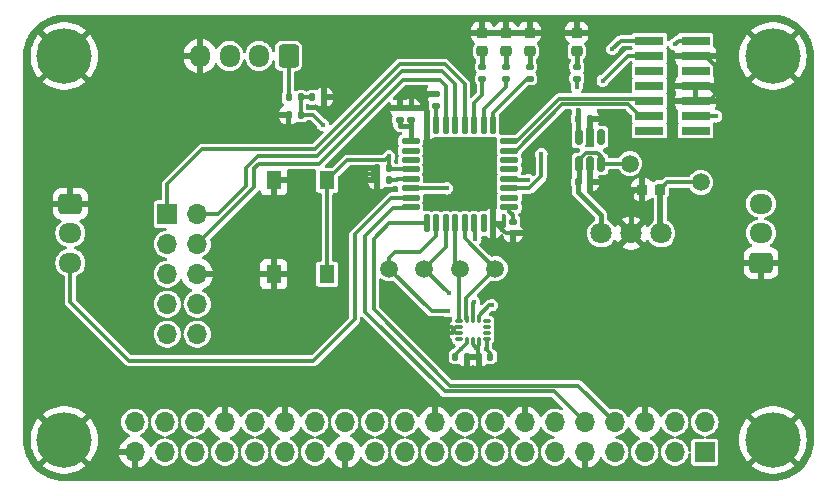
<source format=gbr>
%TF.GenerationSoftware,KiCad,Pcbnew,8.0.5*%
%TF.CreationDate,2024-10-22T17:39:12+02:00*%
%TF.ProjectId,Ingenuity,496e6765-6e75-4697-9479-2e6b69636164,rev?*%
%TF.SameCoordinates,Original*%
%TF.FileFunction,Copper,L1,Top*%
%TF.FilePolarity,Positive*%
%FSLAX46Y46*%
G04 Gerber Fmt 4.6, Leading zero omitted, Abs format (unit mm)*
G04 Created by KiCad (PCBNEW 8.0.5) date 2024-10-22 17:39:12*
%MOMM*%
%LPD*%
G01*
G04 APERTURE LIST*
G04 Aperture macros list*
%AMRoundRect*
0 Rectangle with rounded corners*
0 $1 Rounding radius*
0 $2 $3 $4 $5 $6 $7 $8 $9 X,Y pos of 4 corners*
0 Add a 4 corners polygon primitive as box body*
4,1,4,$2,$3,$4,$5,$6,$7,$8,$9,$2,$3,0*
0 Add four circle primitives for the rounded corners*
1,1,$1+$1,$2,$3*
1,1,$1+$1,$4,$5*
1,1,$1+$1,$6,$7*
1,1,$1+$1,$8,$9*
0 Add four rect primitives between the rounded corners*
20,1,$1+$1,$2,$3,$4,$5,0*
20,1,$1+$1,$4,$5,$6,$7,0*
20,1,$1+$1,$6,$7,$8,$9,0*
20,1,$1+$1,$8,$9,$2,$3,0*%
G04 Aperture macros list end*
%TA.AperFunction,SMDPad,CuDef*%
%ADD10C,1.500000*%
%TD*%
%TA.AperFunction,ComponentPad*%
%ADD11C,1.800000*%
%TD*%
%TA.AperFunction,SMDPad,CuDef*%
%ADD12RoundRect,0.150000X0.150000X-0.512500X0.150000X0.512500X-0.150000X0.512500X-0.150000X-0.512500X0*%
%TD*%
%TA.AperFunction,SMDPad,CuDef*%
%ADD13RoundRect,0.140000X-0.140000X-0.170000X0.140000X-0.170000X0.140000X0.170000X-0.140000X0.170000X0*%
%TD*%
%TA.AperFunction,SMDPad,CuDef*%
%ADD14RoundRect,0.140000X0.140000X0.170000X-0.140000X0.170000X-0.140000X-0.170000X0.140000X-0.170000X0*%
%TD*%
%TA.AperFunction,SMDPad,CuDef*%
%ADD15RoundRect,0.087500X-0.225000X-0.087500X0.225000X-0.087500X0.225000X0.087500X-0.225000X0.087500X0*%
%TD*%
%TA.AperFunction,SMDPad,CuDef*%
%ADD16RoundRect,0.087500X-0.087500X-0.225000X0.087500X-0.225000X0.087500X0.225000X-0.087500X0.225000X0*%
%TD*%
%TA.AperFunction,SMDPad,CuDef*%
%ADD17RoundRect,0.125000X-0.625000X-0.125000X0.625000X-0.125000X0.625000X0.125000X-0.625000X0.125000X0*%
%TD*%
%TA.AperFunction,SMDPad,CuDef*%
%ADD18RoundRect,0.125000X-0.125000X-0.625000X0.125000X-0.625000X0.125000X0.625000X-0.125000X0.625000X0*%
%TD*%
%TA.AperFunction,SMDPad,CuDef*%
%ADD19R,1.300000X1.550000*%
%TD*%
%TA.AperFunction,SMDPad,CuDef*%
%ADD20RoundRect,0.135000X0.135000X0.185000X-0.135000X0.185000X-0.135000X-0.185000X0.135000X-0.185000X0*%
%TD*%
%TA.AperFunction,SMDPad,CuDef*%
%ADD21RoundRect,0.135000X0.185000X-0.135000X0.185000X0.135000X-0.185000X0.135000X-0.185000X-0.135000X0*%
%TD*%
%TA.AperFunction,SMDPad,CuDef*%
%ADD22R,2.400000X0.740000*%
%TD*%
%TA.AperFunction,ComponentPad*%
%ADD23RoundRect,0.250000X0.725000X-0.600000X0.725000X0.600000X-0.725000X0.600000X-0.725000X-0.600000X0*%
%TD*%
%TA.AperFunction,ComponentPad*%
%ADD24O,1.950000X1.700000*%
%TD*%
%TA.AperFunction,ComponentPad*%
%ADD25RoundRect,0.250000X-0.725000X0.600000X-0.725000X-0.600000X0.725000X-0.600000X0.725000X0.600000X0*%
%TD*%
%TA.AperFunction,ComponentPad*%
%ADD26R,1.700000X1.700000*%
%TD*%
%TA.AperFunction,ComponentPad*%
%ADD27O,1.700000X1.700000*%
%TD*%
%TA.AperFunction,ComponentPad*%
%ADD28RoundRect,0.250000X0.600000X0.725000X-0.600000X0.725000X-0.600000X-0.725000X0.600000X-0.725000X0*%
%TD*%
%TA.AperFunction,ComponentPad*%
%ADD29O,1.700000X1.950000*%
%TD*%
%TA.AperFunction,ComponentPad*%
%ADD30C,4.700000*%
%TD*%
%TA.AperFunction,SMDPad,CuDef*%
%ADD31RoundRect,0.218750X-0.256250X0.218750X-0.256250X-0.218750X0.256250X-0.218750X0.256250X0.218750X0*%
%TD*%
%TA.AperFunction,SMDPad,CuDef*%
%ADD32RoundRect,0.140000X0.170000X-0.140000X0.170000X0.140000X-0.170000X0.140000X-0.170000X-0.140000X0*%
%TD*%
%TA.AperFunction,SMDPad,CuDef*%
%ADD33RoundRect,0.140000X-0.170000X0.140000X-0.170000X-0.140000X0.170000X-0.140000X0.170000X0.140000X0*%
%TD*%
%TA.AperFunction,SMDPad,CuDef*%
%ADD34RoundRect,0.225000X0.225000X0.250000X-0.225000X0.250000X-0.225000X-0.250000X0.225000X-0.250000X0*%
%TD*%
%TA.AperFunction,ViaPad*%
%ADD35C,0.450000*%
%TD*%
%TA.AperFunction,Conductor*%
%ADD36C,0.300000*%
%TD*%
%TA.AperFunction,Conductor*%
%ADD37C,0.450000*%
%TD*%
%TA.AperFunction,Conductor*%
%ADD38C,0.200000*%
%TD*%
%TA.AperFunction,Conductor*%
%ADD39C,0.500000*%
%TD*%
G04 APERTURE END LIST*
D10*
%TO.P,TP6,1,1*%
%TO.N,SPI1_MOSI*%
X167000000Y-113000000D03*
%TD*%
%TO.P,TP5,1,1*%
%TO.N,SPI1_MISO*%
X164000000Y-113000000D03*
%TD*%
%TO.P,TP4,1,1*%
%TO.N,SPI1_SCK*%
X161000000Y-113000000D03*
%TD*%
%TO.P,TP3,1,1*%
%TO.N,SPI_CS*%
X158000000Y-113000000D03*
%TD*%
%TO.P,TP2,1,1*%
%TO.N,+5V*%
X178400000Y-104100000D03*
%TD*%
%TO.P,TP1,1,1*%
%TO.N,+6V*%
X184400000Y-105700000D03*
%TD*%
D11*
%TO.P,U1,1,Vin*%
%TO.N,+6V*%
X181040000Y-110000000D03*
%TO.P,U1,2,GND*%
%TO.N,GND*%
X178500000Y-110000000D03*
%TO.P,U1,3,Vout*%
%TO.N,+5V*%
X175960000Y-110000000D03*
%TD*%
D12*
%TO.P,U3,1,VIN*%
%TO.N,+5V*%
X174050000Y-104137500D03*
%TO.P,U3,2,GND*%
%TO.N,GND*%
X175000000Y-104137500D03*
%TO.P,U3,3,EN*%
%TO.N,+5V*%
X175950000Y-104137500D03*
%TO.P,U3,4,NC*%
%TO.N,unconnected-(U3-NC-Pad4)*%
X175950000Y-101862500D03*
%TO.P,U3,5,VOUT*%
%TO.N,+3.3V*%
X174050000Y-101862500D03*
%TD*%
D13*
%TO.P,C8,1*%
%TO.N,+5V*%
X174020000Y-105700000D03*
%TO.P,C8,2*%
%TO.N,GND*%
X174980000Y-105700000D03*
%TD*%
%TO.P,C10,1*%
%TO.N,+3.3V*%
X174020000Y-100300000D03*
%TO.P,C10,2*%
%TO.N,GND*%
X174980000Y-100300000D03*
%TD*%
D14*
%TO.P,C11,1*%
%TO.N,GND*%
X164580000Y-120450000D03*
%TO.P,C11,2*%
%TO.N,+3.3V*%
X163620000Y-120450000D03*
%TD*%
D15*
%TO.P,U4,1,SDO/SA0*%
%TO.N,SPI1_MISO*%
X163937500Y-117450000D03*
%TO.P,U4,2,SDX*%
%TO.N,GND*%
X163937500Y-117950000D03*
%TO.P,U4,3,SCX*%
X163937500Y-118450000D03*
%TO.P,U4,4,INT1*%
%TO.N,unconnected-(U4-INT1-Pad4)*%
X163937500Y-118950000D03*
D16*
%TO.P,U4,5,VDDIO*%
%TO.N,+3.3V*%
X164600000Y-119112500D03*
%TO.P,U4,6,GND*%
%TO.N,GND*%
X165100000Y-119112500D03*
%TO.P,U4,7,GND*%
X165600000Y-119112500D03*
D15*
%TO.P,U4,8,VDD*%
%TO.N,+3.3V*%
X166262500Y-118950000D03*
%TO.P,U4,9,INT2*%
%TO.N,unconnected-(U4-INT2-Pad9)*%
X166262500Y-118450000D03*
%TO.P,U4,10,OCS_Aux*%
%TO.N,unconnected-(U4-OCS_Aux-Pad10)*%
X166262500Y-117950000D03*
%TO.P,U4,11,SDO_Aux*%
%TO.N,unconnected-(U4-SDO_Aux-Pad11)*%
X166262500Y-117450000D03*
D16*
%TO.P,U4,12,CS*%
%TO.N,SPI_CS*%
X165600000Y-117287500D03*
%TO.P,U4,13,SCL*%
%TO.N,SPI1_SCK*%
X165100000Y-117287500D03*
%TO.P,U4,14,SDA*%
%TO.N,SPI1_MOSI*%
X164600000Y-117287500D03*
%TD*%
D17*
%TO.P,U2,1,VDD*%
%TO.N,+3.3V*%
X159825000Y-102200000D03*
%TO.P,U2,2,PC14*%
%TO.N,unconnected-(U2-PC14-Pad2)*%
X159825000Y-103000000D03*
%TO.P,U2,3,PC15*%
%TO.N,unconnected-(U2-PC15-Pad3)*%
X159825000Y-103800000D03*
%TO.P,U2,4,NRST*%
%TO.N,NRST*%
X159825000Y-104600000D03*
%TO.P,U2,5,VDDA*%
%TO.N,+3.3V*%
X159825000Y-105400000D03*
%TO.P,U2,6,PA0*%
%TO.N,PWM1*%
X159825000Y-106200000D03*
%TO.P,U2,7,PA1*%
%TO.N,PWM2*%
X159825000Y-107000000D03*
%TO.P,U2,8,PA2*%
%TO.N,USART2_TX*%
X159825000Y-107800000D03*
D18*
%TO.P,U2,9,PA3*%
%TO.N,USART2_RX*%
X161200000Y-109175000D03*
%TO.P,U2,10,PA4*%
%TO.N,SPI_CS*%
X162000000Y-109175000D03*
%TO.P,U2,11,PA5*%
%TO.N,SPI1_SCK*%
X162800000Y-109175000D03*
%TO.P,U2,12,PA6*%
%TO.N,SPI1_MISO*%
X163600000Y-109175000D03*
%TO.P,U2,13,PA7*%
%TO.N,SPI1_MOSI*%
X164400000Y-109175000D03*
%TO.P,U2,14,PB0*%
%TO.N,TENSION_BATTERIE*%
X165200000Y-109175000D03*
%TO.P,U2,15,PB1*%
%TO.N,unconnected-(U2-PB1-Pad15)*%
X166000000Y-109175000D03*
%TO.P,U2,16,VSS*%
%TO.N,GND*%
X166800000Y-109175000D03*
D17*
%TO.P,U2,17,VDD*%
%TO.N,+3.3V*%
X168175000Y-107800000D03*
%TO.P,U2,18,PA8*%
%TO.N,unconnected-(U2-PA8-Pad18)*%
X168175000Y-107000000D03*
%TO.P,U2,19,PA9*%
%TO.N,USART1_TX*%
X168175000Y-106200000D03*
%TO.P,U2,20,PA10*%
%TO.N,USART1_RX*%
X168175000Y-105400000D03*
%TO.P,U2,21,PA11*%
%TO.N,unconnected-(U2-PA11-Pad21)*%
X168175000Y-104600000D03*
%TO.P,U2,22,PA12*%
%TO.N,unconnected-(U2-PA12-Pad22)*%
X168175000Y-103800000D03*
%TO.P,U2,23,PA13*%
%TO.N,SWDIO*%
X168175000Y-103000000D03*
%TO.P,U2,24,PA14*%
%TO.N,SWCLK*%
X168175000Y-102200000D03*
D18*
%TO.P,U2,25,PA15*%
%TO.N,LED3*%
X166800000Y-100825000D03*
%TO.P,U2,26,PB3*%
%TO.N,LED2*%
X166000000Y-100825000D03*
%TO.P,U2,27,PB4*%
%TO.N,LED1*%
X165200000Y-100825000D03*
%TO.P,U2,28,PB5*%
%TO.N,INT*%
X164400000Y-100825000D03*
%TO.P,U2,29,PB6*%
%TO.N,I2C1_SCL*%
X163600000Y-100825000D03*
%TO.P,U2,30,PB7*%
%TO.N,I2C1_SDA*%
X162800000Y-100825000D03*
%TO.P,U2,31,PH3*%
%TO.N,Net-(U2-PH3)*%
X162000000Y-100825000D03*
%TO.P,U2,32,VSS*%
%TO.N,GND*%
X161200000Y-100825000D03*
%TD*%
D19*
%TO.P,SW2,1,1*%
%TO.N,GND*%
X148250000Y-113475000D03*
X148250000Y-105525000D03*
%TO.P,SW2,2,2*%
%TO.N,NRST*%
X152750000Y-113475000D03*
X152750000Y-105525000D03*
%TD*%
D20*
%TO.P,R9,1*%
%TO.N,TENSION_BATTERIE*%
X150510000Y-100000000D03*
%TO.P,R9,2*%
%TO.N,GND*%
X149490000Y-100000000D03*
%TD*%
D21*
%TO.P,R8,1*%
%TO.N,Net-(U2-PH3)*%
X162000000Y-99210000D03*
%TO.P,R8,2*%
%TO.N,GND*%
X162000000Y-98190000D03*
%TD*%
%TO.P,R7,2*%
%TO.N,Net-(D6-A)*%
X173900000Y-95890000D03*
%TO.P,R7,1*%
%TO.N,+3.3V*%
X173900000Y-96910000D03*
%TD*%
%TO.P,R6,1*%
%TO.N,LED3*%
X169900000Y-96910000D03*
%TO.P,R6,2*%
%TO.N,Net-(D5-A)*%
X169900000Y-95890000D03*
%TD*%
%TO.P,R4,1*%
%TO.N,LED2*%
X167900000Y-96910000D03*
%TO.P,R4,2*%
%TO.N,Net-(D3-A)*%
X167900000Y-95890000D03*
%TD*%
%TO.P,R2,1*%
%TO.N,LED1*%
X165900000Y-96910000D03*
%TO.P,R2,2*%
%TO.N,Net-(D1-A)*%
X165900000Y-95890000D03*
%TD*%
D20*
%TO.P,R1,1*%
%TO.N,TENSION_BATTERIE*%
X150510000Y-98500000D03*
%TO.P,R1,2*%
%TO.N,Net-(J1-Pin_1)*%
X149490000Y-98500000D03*
%TD*%
D22*
%TO.P,J8,14,VCP_TX*%
%TO.N,USART1_TX*%
X180050000Y-93690000D03*
%TO.P,J8,13,VCP_RX*%
%TO.N,USART1_RX*%
X183950000Y-93690000D03*
%TO.P,J8,12,~{RST}*%
%TO.N,NRST*%
X180050000Y-94960000D03*
%TO.P,J8,11,GNDDetect*%
%TO.N,GND*%
X183950000Y-94960000D03*
%TO.P,J8,10,JTDI/NC*%
%TO.N,unconnected-(J8-JTDI{slash}NC-Pad10)*%
X180050000Y-96230000D03*
%TO.P,J8,9,JRCLK/NC*%
%TO.N,unconnected-(J8-JRCLK{slash}NC-Pad9)*%
X183950000Y-96230000D03*
%TO.P,J8,8,JTDO/SWO*%
%TO.N,unconnected-(J8-JTDO{slash}SWO-Pad8)*%
X180050000Y-97500000D03*
%TO.P,J8,7,GND*%
%TO.N,GND*%
X183950000Y-97500000D03*
%TO.P,J8,6,JCLK/SWCLK*%
%TO.N,SWCLK*%
X180050000Y-98770000D03*
%TO.P,J8,5,GND*%
%TO.N,GND*%
X183950000Y-98770000D03*
%TO.P,J8,4,JTMS/SWDIO*%
%TO.N,SWDIO*%
X180050000Y-100040000D03*
%TO.P,J8,3,VCC*%
%TO.N,+3.3V*%
X183950000Y-100040000D03*
%TO.P,J8,2,NC*%
%TO.N,unconnected-(J8-NC-Pad2)*%
X180050000Y-101310000D03*
%TO.P,J8,1,NC*%
%TO.N,unconnected-(J8-NC-Pad1)*%
X183950000Y-101310000D03*
%TD*%
D23*
%TO.P,J5,1,Pin_1*%
%TO.N,GND*%
X189500000Y-112500000D03*
D24*
%TO.P,J5,2,Pin_2*%
%TO.N,+6V*%
X189500000Y-110000000D03*
%TO.P,J5,3,Pin_3*%
%TO.N,PWM1*%
X189500000Y-107500000D03*
%TD*%
D25*
%TO.P,J4,1,Pin_1*%
%TO.N,GND*%
X131025000Y-107500000D03*
D24*
%TO.P,J4,2,Pin_2*%
%TO.N,unconnected-(J4-Pin_2-Pad2)*%
X131025000Y-110000000D03*
%TO.P,J4,3,Pin_3*%
%TO.N,PWM2*%
X131025000Y-112500000D03*
%TD*%
D26*
%TO.P,J3,1,Pin_1*%
%TO.N,unconnected-(J3-Pin_1-Pad1)*%
X184740000Y-128540000D03*
D27*
%TO.P,J3,2,Pin_2*%
%TO.N,+5V*%
X184740000Y-126000000D03*
%TO.P,J3,3,Pin_3*%
%TO.N,unconnected-(J3-Pin_3-Pad3)*%
X182200000Y-128540000D03*
%TO.P,J3,4,Pin_4*%
%TO.N,+5V*%
X182200000Y-126000000D03*
%TO.P,J3,5,Pin_5*%
%TO.N,unconnected-(J3-Pin_5-Pad5)*%
X179660000Y-128540000D03*
%TO.P,J3,6,Pin_6*%
%TO.N,GND*%
X179660000Y-126000000D03*
%TO.P,J3,7,Pin_7*%
%TO.N,unconnected-(J3-Pin_7-Pad7)*%
X177120000Y-128540000D03*
%TO.P,J3,8,Pin_8*%
%TO.N,USART2_RX*%
X177120000Y-126000000D03*
%TO.P,J3,9,Pin_9*%
%TO.N,GND*%
X174580000Y-128540000D03*
%TO.P,J3,10,Pin_10*%
%TO.N,USART2_TX*%
X174580000Y-126000000D03*
%TO.P,J3,11,Pin_11*%
%TO.N,unconnected-(J3-Pin_11-Pad11)*%
X172040000Y-128540000D03*
%TO.P,J3,12,Pin_12*%
%TO.N,unconnected-(J3-Pin_12-Pad12)*%
X172040000Y-126000000D03*
%TO.P,J3,13,Pin_13*%
%TO.N,unconnected-(J3-Pin_13-Pad13)*%
X169500000Y-128540000D03*
%TO.P,J3,14,Pin_14*%
%TO.N,GND*%
X169500000Y-126000000D03*
%TO.P,J3,15,Pin_15*%
%TO.N,unconnected-(J3-Pin_15-Pad15)*%
X166960000Y-128540000D03*
%TO.P,J3,16,Pin_16*%
%TO.N,unconnected-(J3-Pin_16-Pad16)*%
X166960000Y-126000000D03*
%TO.P,J3,17,Pin_17*%
%TO.N,unconnected-(J3-Pin_17-Pad17)*%
X164420000Y-128540000D03*
%TO.P,J3,18,Pin_18*%
%TO.N,unconnected-(J3-Pin_18-Pad18)*%
X164420000Y-126000000D03*
%TO.P,J3,19,Pin_19*%
%TO.N,unconnected-(J3-Pin_19-Pad19)*%
X161880000Y-128540000D03*
%TO.P,J3,20,Pin_20*%
%TO.N,GND*%
X161880000Y-126000000D03*
%TO.P,J3,21,Pin_21*%
%TO.N,unconnected-(J3-Pin_21-Pad21)*%
X159340000Y-128540000D03*
%TO.P,J3,22,Pin_22*%
%TO.N,unconnected-(J3-Pin_22-Pad22)*%
X159340000Y-126000000D03*
%TO.P,J3,23,Pin_23*%
%TO.N,unconnected-(J3-Pin_23-Pad23)*%
X156800000Y-128540000D03*
%TO.P,J3,24,Pin_24*%
%TO.N,unconnected-(J3-Pin_24-Pad24)*%
X156800000Y-126000000D03*
%TO.P,J3,25,Pin_25*%
%TO.N,GND*%
X154260000Y-128540000D03*
%TO.P,J3,26,Pin_26*%
%TO.N,unconnected-(J3-Pin_26-Pad26)*%
X154260000Y-126000000D03*
%TO.P,J3,27,Pin_27*%
%TO.N,unconnected-(J3-Pin_27-Pad27)*%
X151720000Y-128540000D03*
%TO.P,J3,28,Pin_28*%
%TO.N,unconnected-(J3-Pin_28-Pad28)*%
X151720000Y-126000000D03*
%TO.P,J3,29,Pin_29*%
%TO.N,unconnected-(J3-Pin_29-Pad29)*%
X149180000Y-128540000D03*
%TO.P,J3,30,Pin_30*%
%TO.N,GND*%
X149180000Y-126000000D03*
%TO.P,J3,31,Pin_31*%
%TO.N,unconnected-(J3-Pin_31-Pad31)*%
X146640000Y-128540000D03*
%TO.P,J3,32,Pin_32*%
%TO.N,unconnected-(J3-Pin_32-Pad32)*%
X146640000Y-126000000D03*
%TO.P,J3,33,Pin_33*%
%TO.N,unconnected-(J3-Pin_33-Pad33)*%
X144100000Y-128540000D03*
%TO.P,J3,34,Pin_34*%
%TO.N,GND*%
X144100000Y-126000000D03*
%TO.P,J3,35,Pin_35*%
%TO.N,unconnected-(J3-Pin_35-Pad35)*%
X141560000Y-128540000D03*
%TO.P,J3,36,Pin_36*%
%TO.N,unconnected-(J3-Pin_36-Pad36)*%
X141560000Y-126000000D03*
%TO.P,J3,37,Pin_37*%
%TO.N,unconnected-(J3-Pin_37-Pad37)*%
X139020000Y-128540000D03*
%TO.P,J3,38,Pin_38*%
%TO.N,unconnected-(J3-Pin_38-Pad38)*%
X139020000Y-126000000D03*
%TO.P,J3,39,Pin_39*%
%TO.N,GND*%
X136480000Y-128540000D03*
%TO.P,J3,40,Pin_40*%
%TO.N,unconnected-(J3-Pin_40-Pad40)*%
X136480000Y-126000000D03*
%TD*%
D26*
%TO.P,J2,1,Pin_1*%
%TO.N,INT*%
X139225000Y-108380000D03*
D27*
%TO.P,J2,2,Pin_2*%
%TO.N,I2C1_SCL*%
X141765000Y-108380000D03*
%TO.P,J2,3,Pin_3*%
%TO.N,+3.3V*%
X139225000Y-110920000D03*
%TO.P,J2,4,Pin_4*%
%TO.N,I2C1_SDA*%
X141765000Y-110920000D03*
%TO.P,J2,5,Pin_5*%
%TO.N,+3.3V*%
X139225000Y-113460000D03*
%TO.P,J2,6,Pin_6*%
%TO.N,GND*%
X141765000Y-113460000D03*
%TO.P,J2,7,Pin_7*%
%TO.N,unconnected-(J2-Pin_7-Pad7)*%
X139225000Y-116000000D03*
%TO.P,J2,8,Pin_8*%
%TO.N,unconnected-(J2-Pin_8-Pad8)*%
X141765000Y-116000000D03*
%TO.P,J2,9,Pin_9*%
%TO.N,unconnected-(J2-Pin_9-Pad9)*%
X139225000Y-118540000D03*
%TO.P,J2,10,Pin_10*%
%TO.N,unconnected-(J2-Pin_10-Pad10)*%
X141765000Y-118540000D03*
%TD*%
D28*
%TO.P,J1,1,Pin_1*%
%TO.N,Net-(J1-Pin_1)*%
X149500000Y-95000000D03*
D29*
%TO.P,J1,2,Pin_2*%
%TO.N,unconnected-(J1-Pin_2-Pad2)*%
X147000000Y-95000000D03*
%TO.P,J1,3,Pin_3*%
%TO.N,unconnected-(J1-Pin_3-Pad3)*%
X144500000Y-95000000D03*
%TO.P,J1,4,Pin_4*%
%TO.N,GND*%
X142000000Y-95000000D03*
%TD*%
D30*
%TO.P,H4,1,1*%
%TO.N,GND*%
X130500000Y-127500000D03*
%TD*%
%TO.P,H3,1,1*%
%TO.N,GND*%
X190500000Y-127500000D03*
%TD*%
%TO.P,H2,1,1*%
%TO.N,GND*%
X190500000Y-95000000D03*
%TD*%
%TO.P,H1,1,1*%
%TO.N,GND*%
X130500000Y-95000000D03*
%TD*%
D31*
%TO.P,D6,1,K*%
%TO.N,GND*%
X173900000Y-93012500D03*
%TO.P,D6,2,A*%
%TO.N,Net-(D6-A)*%
X173900000Y-94587500D03*
%TD*%
%TO.P,D5,1,K*%
%TO.N,GND*%
X169900000Y-93012500D03*
%TO.P,D5,2,A*%
%TO.N,Net-(D5-A)*%
X169900000Y-94587500D03*
%TD*%
%TO.P,D3,2,A*%
%TO.N,Net-(D3-A)*%
X167900000Y-94587500D03*
%TO.P,D3,1,K*%
%TO.N,GND*%
X167900000Y-93012500D03*
%TD*%
%TO.P,D1,2,A*%
%TO.N,Net-(D1-A)*%
X165900000Y-94587500D03*
%TO.P,D1,1,K*%
%TO.N,GND*%
X165900000Y-93012500D03*
%TD*%
D14*
%TO.P,C9,2*%
%TO.N,GND*%
X165620000Y-120450000D03*
%TO.P,C9,1*%
%TO.N,+3.3V*%
X166580000Y-120450000D03*
%TD*%
D13*
%TO.P,C7,1*%
%TO.N,TENSION_BATTERIE*%
X151520000Y-98500000D03*
%TO.P,C7,2*%
%TO.N,GND*%
X152480000Y-98500000D03*
%TD*%
D32*
%TO.P,C6,2*%
%TO.N,GND*%
X158900000Y-99420000D03*
%TO.P,C6,1*%
%TO.N,+3.3V*%
X158900000Y-100380000D03*
%TD*%
D14*
%TO.P,C5,2*%
%TO.N,GND*%
X157020000Y-105500000D03*
%TO.P,C5,1*%
%TO.N,+3.3V*%
X157980000Y-105500000D03*
%TD*%
%TO.P,C4,1*%
%TO.N,NRST*%
X157980000Y-104500000D03*
%TO.P,C4,2*%
%TO.N,GND*%
X157020000Y-104500000D03*
%TD*%
D33*
%TO.P,C3,2*%
%TO.N,GND*%
X168500000Y-109980000D03*
%TO.P,C3,1*%
%TO.N,+3.3V*%
X168500000Y-109020000D03*
%TD*%
D32*
%TO.P,C2,2*%
%TO.N,GND*%
X159900000Y-99420000D03*
%TO.P,C2,1*%
%TO.N,+3.3V*%
X159900000Y-100380000D03*
%TD*%
D34*
%TO.P,C1,1*%
%TO.N,+6V*%
X180975000Y-106300000D03*
%TO.P,C1,2*%
%TO.N,GND*%
X179425000Y-106300000D03*
%TD*%
D35*
%TO.N,GND*%
X135473725Y-93571419D03*
X131900000Y-101800000D03*
X137300000Y-96200000D03*
X138100000Y-101400000D03*
X147113288Y-98867839D03*
X156100000Y-94900000D03*
X158328891Y-92592043D03*
X161367005Y-93581197D03*
X183100000Y-103100000D03*
X188801517Y-99685861D03*
X188800000Y-104100000D03*
X193239623Y-101779308D03*
X191500000Y-105500000D03*
X193300000Y-107100000D03*
X192400000Y-109600000D03*
X193300000Y-111500000D03*
X192000000Y-113800000D03*
X191800000Y-116800000D03*
X189100000Y-118100000D03*
X190600000Y-122100000D03*
X185298725Y-123376820D03*
X187300000Y-120900000D03*
X186994416Y-117002275D03*
X183700000Y-113200000D03*
X169283859Y-114678549D03*
X174800000Y-117500000D03*
X170853943Y-119859830D03*
X147105097Y-122184465D03*
X152100000Y-123000000D03*
X156051092Y-121807645D03*
X161100000Y-123400000D03*
X155800000Y-117600000D03*
X153709966Y-116506538D03*
X147586635Y-117401486D03*
X142700000Y-122100000D03*
X131200000Y-120700000D03*
X130100000Y-115300000D03*
X132200000Y-115300000D03*
X137900000Y-109900000D03*
X138000000Y-117200000D03*
X137900000Y-114800000D03*
X140600000Y-114700000D03*
X140500000Y-117100000D03*
X142700000Y-117300000D03*
X142700000Y-114900000D03*
X142900000Y-112100000D03*
X138200000Y-105500000D03*
X141800000Y-102100000D03*
X152000000Y-101600000D03*
X159500000Y-97700000D03*
X181900000Y-101200000D03*
X181900000Y-98000000D03*
X181900000Y-95500000D03*
X178000000Y-100000000D03*
X176000000Y-99800000D03*
X172900000Y-100200000D03*
X169800000Y-104600000D03*
X172500000Y-102900000D03*
X172900000Y-105100000D03*
X174500000Y-108700000D03*
X174100000Y-113000000D03*
X178300000Y-113000000D03*
X184200000Y-118900000D03*
X180600000Y-120400000D03*
X174600000Y-122000000D03*
X162900000Y-121300000D03*
X157800000Y-116000000D03*
X157600000Y-114400000D03*
X166200000Y-115200000D03*
%TO.N,USART1_RX*%
X182200000Y-94000000D03*
%TO.N,USART1_TX*%
X170900000Y-103300000D03*
X176900000Y-94400000D03*
%TO.N,PWM1*%
X162900000Y-106200000D03*
%TO.N,USART1_RX*%
X169800000Y-105500000D03*
%TO.N,TENSION_BATTERIE*%
X165300000Y-110500000D03*
X152400000Y-100800000D03*
%TO.N,NRST*%
X158000000Y-103500000D03*
X176100000Y-97100000D03*
%TO.N,SPI_CS*%
X163000000Y-116600000D03*
X166700000Y-116100000D03*
%TO.N,SPI1_SCK*%
X165200000Y-115800000D03*
X163100000Y-115100000D03*
%TO.N,GND*%
X173200000Y-93012500D03*
X168900000Y-93012500D03*
X166900000Y-93012500D03*
%TO.N,+3.3V*%
X185700000Y-100100000D03*
X174000000Y-99600000D03*
X158600000Y-105500000D03*
X168400000Y-108400000D03*
X166200000Y-119800000D03*
X164100000Y-119800000D03*
X173900000Y-97600000D03*
%TO.N,GND*%
X167600000Y-109700000D03*
X156500000Y-105000000D03*
X148200000Y-109400000D03*
X185700000Y-98200000D03*
X160900000Y-98800000D03*
X163400000Y-118200000D03*
X165400000Y-119700000D03*
X178700000Y-106300000D03*
X165100000Y-120500000D03*
X149000000Y-100000000D03*
X153000000Y-98500000D03*
X159900000Y-98900000D03*
X158900000Y-98900000D03*
%TO.N,+3.3V*%
X158900000Y-100900000D03*
X159900000Y-100900000D03*
%TO.N,GND*%
X175000000Y-100900000D03*
X175000000Y-105100000D03*
%TD*%
D36*
%TO.N,SPI_CS*%
X166500000Y-116100000D02*
X165600000Y-117000000D01*
X165600000Y-117000000D02*
X165600000Y-117287500D01*
X166700000Y-116100000D02*
X166500000Y-116100000D01*
%TO.N,SPI1_SCK*%
X163100000Y-115100000D02*
X161000000Y-113000000D01*
D37*
%TO.N,+3.3V*%
X159900000Y-102125000D02*
X159825000Y-102200000D01*
X159900000Y-100900000D02*
X159900000Y-102125000D01*
D36*
%TO.N,I2C1_SDA*%
X146600000Y-104500000D02*
X146600000Y-106085000D01*
X147000000Y-104100000D02*
X146600000Y-104500000D01*
X152100000Y-104100000D02*
X147000000Y-104100000D01*
X162300000Y-97000000D02*
X159200000Y-97000000D01*
X159200000Y-97000000D02*
X152100000Y-104100000D01*
X162800000Y-97500000D02*
X162300000Y-97000000D01*
X162800000Y-100825000D02*
X162800000Y-97500000D01*
X146600000Y-106085000D02*
X141765000Y-110920000D01*
%TO.N,I2C1_SCL*%
X143520000Y-108380000D02*
X141765000Y-108380000D01*
X145900000Y-106000000D02*
X143520000Y-108380000D01*
X151900000Y-103500000D02*
X146900000Y-103500000D01*
X145900000Y-104500000D02*
X145900000Y-106000000D01*
X159100000Y-96300000D02*
X151900000Y-103500000D01*
X162500000Y-96300000D02*
X159100000Y-96300000D01*
X163600000Y-97400000D02*
X162500000Y-96300000D01*
X163600000Y-100825000D02*
X163600000Y-97400000D01*
X146900000Y-103500000D02*
X145900000Y-104500000D01*
%TO.N,INT*%
X139225000Y-105875000D02*
X139225000Y-108380000D01*
X142200000Y-102900000D02*
X139225000Y-105875000D01*
X151700000Y-102900000D02*
X142200000Y-102900000D01*
X162700000Y-95700000D02*
X158900000Y-95700000D01*
X164400000Y-97400000D02*
X162700000Y-95700000D01*
X164400000Y-100825000D02*
X164400000Y-97400000D01*
X158900000Y-95700000D02*
X151700000Y-102900000D01*
%TO.N,USART1_RX*%
X182510000Y-93690000D02*
X182200000Y-94000000D01*
X183950000Y-93690000D02*
X182510000Y-93690000D01*
%TO.N,Net-(J1-Pin_1)*%
X149500000Y-95000000D02*
X149500000Y-98490000D01*
X149500000Y-98490000D02*
X149490000Y-98500000D01*
%TO.N,+5V*%
X174050000Y-103784448D02*
X174050000Y-104137500D01*
X174659448Y-103175000D02*
X174050000Y-103784448D01*
X175649999Y-103175000D02*
X174659448Y-103175000D01*
X175950000Y-103475001D02*
X175649999Y-103175000D01*
X175950000Y-104137500D02*
X175950000Y-103475001D01*
X175987500Y-104100000D02*
X175950000Y-104137500D01*
X178400000Y-104100000D02*
X175987500Y-104100000D01*
%TO.N,USART1_TX*%
X177610000Y-93690000D02*
X180050000Y-93690000D01*
X176900000Y-94400000D02*
X177610000Y-93690000D01*
X170900000Y-105177818D02*
X170900000Y-103300000D01*
X169877818Y-106200000D02*
X170900000Y-105177818D01*
X168175000Y-106200000D02*
X169877818Y-106200000D01*
%TO.N,PWM1*%
X159825000Y-106200000D02*
X162900000Y-106200000D01*
%TO.N,PWM2*%
X131025000Y-115825000D02*
X131025000Y-112500000D01*
X136000000Y-120800000D02*
X131025000Y-115825000D01*
X151600000Y-120800000D02*
X136000000Y-120800000D01*
X155100000Y-117300000D02*
X151600000Y-120800000D01*
X155100000Y-110100000D02*
X155100000Y-117300000D01*
X158200000Y-107000000D02*
X155100000Y-110100000D01*
X159825000Y-107000000D02*
X158200000Y-107000000D01*
%TO.N,USART1_RX*%
X168275000Y-105500000D02*
X168175000Y-105400000D01*
X169800000Y-105500000D02*
X168275000Y-105500000D01*
%TO.N,TENSION_BATTERIE*%
X165300000Y-109275000D02*
X165200000Y-109175000D01*
X150510000Y-100000000D02*
X151600000Y-100000000D01*
X165300000Y-110500000D02*
X165300000Y-109275000D01*
X151600000Y-100000000D02*
X152400000Y-100800000D01*
X151520000Y-98500000D02*
X150510000Y-98500000D01*
X150510000Y-100000000D02*
X150510000Y-98500000D01*
%TO.N,+6V*%
X181575000Y-105700000D02*
X180975000Y-106300000D01*
X184400000Y-105700000D02*
X181575000Y-105700000D01*
%TO.N,NRST*%
X154475000Y-103800000D02*
X157700000Y-103800000D01*
X157700000Y-103800000D02*
X158000000Y-103500000D01*
X152750000Y-105525000D02*
X154475000Y-103800000D01*
X152750000Y-105525000D02*
X152750000Y-113475000D01*
X158080000Y-104600000D02*
X157980000Y-104500000D01*
X159825000Y-104600000D02*
X158080000Y-104600000D01*
X158000000Y-103500000D02*
X158000000Y-104480000D01*
X158000000Y-104480000D02*
X157980000Y-104500000D01*
X178240000Y-94960000D02*
X176100000Y-97100000D01*
X180050000Y-94960000D02*
X178240000Y-94960000D01*
%TO.N,SWCLK*%
X172400000Y-98600000D02*
X168800000Y-102200000D01*
X179880000Y-98600000D02*
X172400000Y-98600000D01*
X168800000Y-102200000D02*
X168175000Y-102200000D01*
X180050000Y-98770000D02*
X179880000Y-98600000D01*
%TO.N,SWDIO*%
X168729506Y-103000000D02*
X168175000Y-103000000D01*
X172679506Y-99050000D02*
X168729506Y-103000000D01*
X178230000Y-99050000D02*
X172679506Y-99050000D01*
X179220000Y-100040000D02*
X178230000Y-99050000D01*
X180050000Y-100040000D02*
X179220000Y-100040000D01*
%TO.N,USART2_RX*%
X174020000Y-122900000D02*
X177120000Y-126000000D01*
X163200000Y-122900000D02*
X174020000Y-122900000D01*
X156700000Y-116400000D02*
X163200000Y-122900000D01*
X156700000Y-110500000D02*
X156700000Y-116400000D01*
X158025000Y-109175000D02*
X156700000Y-110500000D01*
X161200000Y-109175000D02*
X158025000Y-109175000D01*
%TO.N,USART2_TX*%
X171980000Y-123400000D02*
X174580000Y-126000000D01*
X162700000Y-123400000D02*
X171980000Y-123400000D01*
X156000000Y-110200000D02*
X156000000Y-116700000D01*
X156000000Y-116700000D02*
X162700000Y-123400000D01*
X159762500Y-107862500D02*
X158337500Y-107862500D01*
X159825000Y-107800000D02*
X159762500Y-107862500D01*
X158337500Y-107862500D02*
X156000000Y-110200000D01*
%TO.N,SPI_CS*%
X158000000Y-112100000D02*
X158000000Y-113000000D01*
X158500000Y-111600000D02*
X158000000Y-112100000D01*
X160600000Y-111600000D02*
X158500000Y-111600000D01*
X162000000Y-110200000D02*
X160600000Y-111600000D01*
X162000000Y-109175000D02*
X162000000Y-110200000D01*
X161600000Y-116600000D02*
X158000000Y-113000000D01*
X163000000Y-116600000D02*
X161600000Y-116600000D01*
%TO.N,SPI1_SCK*%
X165200000Y-115800000D02*
X165100000Y-115900000D01*
X165100000Y-115900000D02*
X165100000Y-117287500D01*
%TO.N,SPI1_MOSI*%
X164550000Y-115450000D02*
X167000000Y-113000000D01*
X164550000Y-117237500D02*
X164550000Y-115450000D01*
X164600000Y-117287500D02*
X164550000Y-117237500D01*
%TO.N,SPI1_MISO*%
X163937500Y-113362500D02*
X163937500Y-117450000D01*
X164000000Y-113300000D02*
X163937500Y-113362500D01*
X164000000Y-113000000D02*
X164000000Y-113300000D01*
%TO.N,SPI1_SCK*%
X162800000Y-111200000D02*
X161000000Y-113000000D01*
X162800000Y-109175000D02*
X162800000Y-111200000D01*
%TO.N,SPI1_MISO*%
X163600000Y-112600000D02*
X164000000Y-113000000D01*
X163600000Y-109175000D02*
X163600000Y-112600000D01*
%TO.N,SPI1_MOSI*%
X164400000Y-110400000D02*
X167000000Y-113000000D01*
X164400000Y-109175000D02*
X164400000Y-110400000D01*
%TO.N,LED3*%
X169690000Y-96910000D02*
X169900000Y-96910000D01*
X166800000Y-99800000D02*
X169690000Y-96910000D01*
X166800000Y-100825000D02*
X166800000Y-99800000D01*
%TO.N,LED2*%
X166000000Y-99500000D02*
X166000000Y-100825000D01*
X167900000Y-97600000D02*
X166000000Y-99500000D01*
X167900000Y-96910000D02*
X167900000Y-97600000D01*
%TO.N,LED1*%
X165900000Y-98300000D02*
X165200000Y-99000000D01*
X165200000Y-99000000D02*
X165200000Y-100825000D01*
X165900000Y-96910000D02*
X165900000Y-98300000D01*
D37*
%TO.N,Net-(D6-A)*%
X173900000Y-95890000D02*
X173900000Y-94587500D01*
%TO.N,GND*%
X173200000Y-93012500D02*
X169900000Y-93012500D01*
X173900000Y-93012500D02*
X173200000Y-93012500D01*
%TO.N,Net-(D5-A)*%
X169900000Y-94587500D02*
X169900000Y-95890000D01*
%TO.N,Net-(D3-A)*%
X167900000Y-95890000D02*
X167900000Y-94587500D01*
%TO.N,Net-(D1-A)*%
X165900000Y-94587500D02*
X165900000Y-95890000D01*
%TO.N,GND*%
X168900000Y-93012500D02*
X169900000Y-93012500D01*
X166900000Y-93012500D02*
X168900000Y-93012500D01*
X165900000Y-93012500D02*
X166900000Y-93012500D01*
D36*
%TO.N,+3.3V*%
X185640000Y-100040000D02*
X185700000Y-100100000D01*
X183950000Y-100040000D02*
X185640000Y-100040000D01*
D37*
X174020000Y-100300000D02*
X174020000Y-99620000D01*
X174020000Y-99620000D02*
X174000000Y-99600000D01*
D36*
X158700000Y-105400000D02*
X158600000Y-105500000D01*
X159825000Y-105400000D02*
X158700000Y-105400000D01*
X157980000Y-105500000D02*
X158600000Y-105500000D01*
X168500000Y-108500000D02*
X168400000Y-108400000D01*
X168500000Y-109020000D02*
X168500000Y-108500000D01*
X168175000Y-108175000D02*
X168400000Y-108400000D01*
X168175000Y-107800000D02*
X168175000Y-108175000D01*
X166580000Y-120180000D02*
X166200000Y-119800000D01*
X166580000Y-120450000D02*
X166580000Y-120180000D01*
X166262500Y-118950000D02*
X166262500Y-119737500D01*
X166262500Y-119737500D02*
X166200000Y-119800000D01*
X164600000Y-119300000D02*
X164100000Y-119800000D01*
X164600000Y-119112500D02*
X164600000Y-119300000D01*
X163620000Y-120280000D02*
X164100000Y-119800000D01*
X163620000Y-120450000D02*
X163620000Y-120280000D01*
X173900000Y-96910000D02*
X173900000Y-97600000D01*
%TO.N,GND*%
X167880000Y-109980000D02*
X167600000Y-109700000D01*
X168500000Y-109980000D02*
X167880000Y-109980000D01*
X167075000Y-109175000D02*
X167600000Y-109700000D01*
X166800000Y-109175000D02*
X167075000Y-109175000D01*
X157000000Y-105500000D02*
X156500000Y-105000000D01*
X157020000Y-105500000D02*
X157000000Y-105500000D01*
X157000000Y-104500000D02*
X156500000Y-105000000D01*
X157020000Y-104500000D02*
X157000000Y-104500000D01*
X148250000Y-109450000D02*
X148200000Y-109400000D01*
X148250000Y-113475000D02*
X148250000Y-109450000D01*
X148250000Y-109350000D02*
X148200000Y-109400000D01*
X148250000Y-105525000D02*
X148250000Y-109350000D01*
X185700000Y-95880000D02*
X185700000Y-98200000D01*
X183950000Y-94960000D02*
X184780000Y-94960000D01*
X184780000Y-94960000D02*
X185700000Y-95880000D01*
X185000000Y-97500000D02*
X185700000Y-98200000D01*
X183950000Y-97500000D02*
X185000000Y-97500000D01*
X185130000Y-98770000D02*
X185700000Y-98200000D01*
X183950000Y-98770000D02*
X185130000Y-98770000D01*
X161510000Y-98190000D02*
X160900000Y-98800000D01*
X162000000Y-98190000D02*
X161510000Y-98190000D01*
X161200000Y-99100000D02*
X160900000Y-98800000D01*
X161200000Y-100825000D02*
X161200000Y-99100000D01*
X165150000Y-120450000D02*
X165100000Y-120500000D01*
X165620000Y-120450000D02*
X165150000Y-120450000D01*
X165050000Y-120450000D02*
X165100000Y-120500000D01*
X164580000Y-120450000D02*
X165050000Y-120450000D01*
X165600000Y-119112500D02*
X165600000Y-119500000D01*
X165600000Y-119500000D02*
X165400000Y-119700000D01*
X165100000Y-119400000D02*
X165400000Y-119700000D01*
X165100000Y-119112500D02*
X165100000Y-119400000D01*
X163650000Y-118450000D02*
X163400000Y-118200000D01*
X163937500Y-118450000D02*
X163650000Y-118450000D01*
X163650000Y-117950000D02*
X163400000Y-118200000D01*
X163937500Y-117950000D02*
X163650000Y-117950000D01*
D37*
X178500000Y-106500000D02*
X178700000Y-106300000D01*
X178500000Y-110000000D02*
X178500000Y-106500000D01*
X178700000Y-106300000D02*
X179425000Y-106300000D01*
X149000000Y-100000000D02*
X149490000Y-100000000D01*
X153000000Y-98500000D02*
X152480000Y-98500000D01*
X159900000Y-98900000D02*
X159900000Y-99420000D01*
X158900000Y-98900000D02*
X158900000Y-99420000D01*
D36*
%TO.N,Net-(U2-PH3)*%
X162000000Y-100825000D02*
X162000000Y-99210000D01*
D37*
%TO.N,+3.3V*%
X158900000Y-100900000D02*
X159900000Y-100900000D01*
X158900000Y-100380000D02*
X158900000Y-100900000D01*
X159900000Y-100380000D02*
X159900000Y-100900000D01*
%TO.N,GND*%
X175000000Y-100320000D02*
X174980000Y-100300000D01*
X175000000Y-100900000D02*
X175000000Y-100320000D01*
X175000000Y-105100000D02*
X175000000Y-105680000D01*
%TO.N,+5V*%
X174020000Y-106520000D02*
X175960000Y-108460000D01*
X174020000Y-105700000D02*
X174020000Y-106520000D01*
X175960000Y-108460000D02*
X175960000Y-110000000D01*
D38*
%TO.N,GND*%
X175000000Y-105680000D02*
X174980000Y-105700000D01*
D37*
X175000000Y-104137500D02*
X175000000Y-105100000D01*
D38*
%TO.N,+5V*%
X174050000Y-105670000D02*
X174020000Y-105700000D01*
D37*
X174050000Y-104137500D02*
X174050000Y-105670000D01*
%TO.N,+3.3V*%
X174020000Y-100300000D02*
X174020000Y-101832500D01*
D38*
X174020000Y-101832500D02*
X174050000Y-101862500D01*
%TO.N,+6V*%
X180975000Y-109935000D02*
X181040000Y-110000000D01*
D39*
X180975000Y-106300000D02*
X180975000Y-109935000D01*
%TD*%
%TA.AperFunction,Conductor*%
%TO.N,GND*%
G36*
X190503032Y-91500648D02*
G01*
X190836929Y-91517052D01*
X190849037Y-91518245D01*
X190952146Y-91533539D01*
X191176699Y-91566849D01*
X191188617Y-91569219D01*
X191509951Y-91649709D01*
X191521588Y-91653240D01*
X191592806Y-91678722D01*
X191833467Y-91764832D01*
X191844688Y-91769479D01*
X192144163Y-91911120D01*
X192154871Y-91916844D01*
X192438988Y-92087137D01*
X192449103Y-92093895D01*
X192669913Y-92257659D01*
X192715170Y-92291224D01*
X192724576Y-92298944D01*
X192970013Y-92521395D01*
X192978604Y-92529986D01*
X193141823Y-92710070D01*
X193201055Y-92775423D01*
X193208775Y-92784829D01*
X193406102Y-93050893D01*
X193412862Y-93061011D01*
X193573794Y-93329511D01*
X193583148Y-93345116D01*
X193588883Y-93355844D01*
X193728008Y-93650000D01*
X193730514Y-93655297D01*
X193735170Y-93666540D01*
X193846759Y-93978411D01*
X193850292Y-93990055D01*
X193930777Y-94311369D01*
X193933151Y-94323305D01*
X193981754Y-94650962D01*
X193982947Y-94663071D01*
X193999351Y-94996966D01*
X193999500Y-95003051D01*
X193999500Y-127496948D01*
X193999351Y-127503033D01*
X193982947Y-127836928D01*
X193981754Y-127849037D01*
X193933151Y-128176694D01*
X193930777Y-128188630D01*
X193850292Y-128509944D01*
X193846759Y-128521588D01*
X193735170Y-128833459D01*
X193730514Y-128844702D01*
X193588885Y-129144151D01*
X193583148Y-129154883D01*
X193412862Y-129438988D01*
X193406102Y-129449106D01*
X193208775Y-129715170D01*
X193201055Y-129724576D01*
X192978611Y-129970006D01*
X192970006Y-129978611D01*
X192724576Y-130201055D01*
X192715170Y-130208775D01*
X192449106Y-130406102D01*
X192438988Y-130412862D01*
X192154883Y-130583148D01*
X192144151Y-130588885D01*
X191844702Y-130730514D01*
X191833459Y-130735170D01*
X191521588Y-130846759D01*
X191509944Y-130850292D01*
X191188630Y-130930777D01*
X191176694Y-130933151D01*
X190849037Y-130981754D01*
X190836928Y-130982947D01*
X190521989Y-130998419D01*
X190503031Y-130999351D01*
X190496949Y-130999500D01*
X130503051Y-130999500D01*
X130496968Y-130999351D01*
X130476900Y-130998365D01*
X130163071Y-130982947D01*
X130150962Y-130981754D01*
X129823305Y-130933151D01*
X129811369Y-130930777D01*
X129490055Y-130850292D01*
X129478411Y-130846759D01*
X129166540Y-130735170D01*
X129155301Y-130730515D01*
X128855844Y-130588883D01*
X128845121Y-130583150D01*
X128561011Y-130412862D01*
X128550893Y-130406102D01*
X128284829Y-130208775D01*
X128275423Y-130201055D01*
X128187482Y-130121350D01*
X128029986Y-129978604D01*
X128021395Y-129970013D01*
X127798944Y-129724576D01*
X127791224Y-129715170D01*
X127790060Y-129713600D01*
X127593895Y-129449103D01*
X127587137Y-129438988D01*
X127584665Y-129434864D01*
X127416844Y-129154871D01*
X127411120Y-129144163D01*
X127269479Y-128844688D01*
X127264829Y-128833459D01*
X127258853Y-128816758D01*
X127183381Y-128605826D01*
X127153240Y-128521588D01*
X127149707Y-128509944D01*
X127069219Y-128188617D01*
X127066848Y-128176694D01*
X127061390Y-128139901D01*
X127018245Y-127849037D01*
X127017052Y-127836927D01*
X127000649Y-127503032D01*
X127000575Y-127499996D01*
X127645170Y-127499996D01*
X127645170Y-127500003D01*
X127664473Y-127831426D01*
X127664474Y-127831437D01*
X127722118Y-128158351D01*
X127722121Y-128158365D01*
X127817336Y-128476408D01*
X127948827Y-128781236D01*
X127948833Y-128781249D01*
X128114824Y-129068755D01*
X128312357Y-129334087D01*
X129384727Y-128261716D01*
X129470278Y-128379466D01*
X129620534Y-128529722D01*
X129738281Y-128615270D01*
X128669289Y-129684263D01*
X128795215Y-129789925D01*
X129072588Y-129972356D01*
X129369252Y-130121347D01*
X129369258Y-130121350D01*
X129681213Y-130234892D01*
X129681234Y-130234899D01*
X130004248Y-130311456D01*
X130004263Y-130311458D01*
X130334012Y-130349999D01*
X130334013Y-130350000D01*
X130665987Y-130350000D01*
X130665987Y-130349999D01*
X130995736Y-130311458D01*
X130995751Y-130311456D01*
X131318765Y-130234899D01*
X131318786Y-130234892D01*
X131630741Y-130121350D01*
X131630747Y-130121347D01*
X131927411Y-129972356D01*
X132204789Y-129789922D01*
X132330708Y-129684263D01*
X132330709Y-129684262D01*
X131261718Y-128615270D01*
X131379466Y-128529722D01*
X131529722Y-128379466D01*
X131615270Y-128261717D01*
X132687641Y-129334088D01*
X132885175Y-129068756D01*
X133051166Y-128781249D01*
X133051172Y-128781236D01*
X133182663Y-128476408D01*
X133238470Y-128289999D01*
X135149364Y-128289999D01*
X135149364Y-128290000D01*
X136046988Y-128290000D01*
X136014075Y-128347007D01*
X135980000Y-128474174D01*
X135980000Y-128605826D01*
X136014075Y-128732993D01*
X136046988Y-128790000D01*
X135149364Y-128790000D01*
X135206567Y-129003486D01*
X135206570Y-129003492D01*
X135306399Y-129217578D01*
X135441894Y-129411082D01*
X135608917Y-129578105D01*
X135802421Y-129713600D01*
X136016507Y-129813429D01*
X136016516Y-129813433D01*
X136230000Y-129870634D01*
X136230000Y-128973012D01*
X136287007Y-129005925D01*
X136414174Y-129040000D01*
X136545826Y-129040000D01*
X136672993Y-129005925D01*
X136730000Y-128973012D01*
X136730000Y-129870633D01*
X136943483Y-129813433D01*
X136943492Y-129813429D01*
X137157578Y-129713600D01*
X137351082Y-129578105D01*
X137518105Y-129411082D01*
X137653600Y-129217578D01*
X137747294Y-129016651D01*
X137793466Y-128964212D01*
X137860660Y-128945060D01*
X137927541Y-128965276D01*
X137970676Y-129013785D01*
X138037632Y-129148253D01*
X138094765Y-129223908D01*
X138166128Y-129318407D01*
X138323698Y-129462052D01*
X138504981Y-129574298D01*
X138703802Y-129651321D01*
X138913390Y-129690500D01*
X138913392Y-129690500D01*
X139126608Y-129690500D01*
X139126610Y-129690500D01*
X139336198Y-129651321D01*
X139535019Y-129574298D01*
X139716302Y-129462052D01*
X139873872Y-129318407D01*
X140002366Y-129148255D01*
X140004410Y-129144151D01*
X140097403Y-128957394D01*
X140097403Y-128957393D01*
X140097405Y-128957389D01*
X140155756Y-128752310D01*
X140166529Y-128636047D01*
X140192315Y-128571111D01*
X140236869Y-128539194D01*
X140200497Y-128518331D01*
X140168307Y-128456318D01*
X140166529Y-128443951D01*
X140164206Y-128418886D01*
X140155756Y-128327690D01*
X140097405Y-128122611D01*
X140097403Y-128122606D01*
X140097403Y-128122605D01*
X140002367Y-127931746D01*
X139873872Y-127761593D01*
X139802464Y-127696496D01*
X139716302Y-127617948D01*
X139535019Y-127505702D01*
X139535017Y-127505701D01*
X139435608Y-127467190D01*
X139336198Y-127428679D01*
X139139385Y-127391888D01*
X139077106Y-127360221D01*
X139041833Y-127299908D01*
X139044767Y-127230100D01*
X139084976Y-127172960D01*
X139139384Y-127148111D01*
X139336198Y-127111321D01*
X139535019Y-127034298D01*
X139716302Y-126922052D01*
X139873872Y-126778407D01*
X140002366Y-126608255D01*
X140056270Y-126500000D01*
X140097403Y-126417394D01*
X140097403Y-126417393D01*
X140097405Y-126417389D01*
X140155756Y-126212310D01*
X140166529Y-126096047D01*
X140192315Y-126031111D01*
X140234622Y-126000804D01*
X140343130Y-126000804D01*
X140379503Y-126021668D01*
X140411693Y-126083681D01*
X140413470Y-126096047D01*
X140424244Y-126212310D01*
X140477675Y-126400099D01*
X140482596Y-126417392D01*
X140482596Y-126417394D01*
X140577632Y-126608253D01*
X140706127Y-126778406D01*
X140706128Y-126778407D01*
X140863698Y-126922052D01*
X141044981Y-127034298D01*
X141243802Y-127111321D01*
X141440613Y-127148111D01*
X141502893Y-127179779D01*
X141538166Y-127240092D01*
X141535232Y-127309900D01*
X141495023Y-127367040D01*
X141440613Y-127391888D01*
X141243802Y-127428679D01*
X141243799Y-127428679D01*
X141243799Y-127428680D01*
X141044982Y-127505701D01*
X141044980Y-127505702D01*
X140863699Y-127617947D01*
X140706127Y-127761593D01*
X140577632Y-127931746D01*
X140482596Y-128122605D01*
X140482596Y-128122607D01*
X140424244Y-128327689D01*
X140413471Y-128443951D01*
X140387685Y-128508888D01*
X140343130Y-128540804D01*
X140379503Y-128561668D01*
X140411693Y-128623681D01*
X140413470Y-128636047D01*
X140424244Y-128752310D01*
X140477675Y-128940099D01*
X140482596Y-128957392D01*
X140482596Y-128957394D01*
X140577632Y-129148253D01*
X140634765Y-129223908D01*
X140706128Y-129318407D01*
X140863698Y-129462052D01*
X141044981Y-129574298D01*
X141243802Y-129651321D01*
X141453390Y-129690500D01*
X141453392Y-129690500D01*
X141666608Y-129690500D01*
X141666610Y-129690500D01*
X141876198Y-129651321D01*
X142075019Y-129574298D01*
X142256302Y-129462052D01*
X142413872Y-129318407D01*
X142542366Y-129148255D01*
X142544410Y-129144151D01*
X142637403Y-128957394D01*
X142637403Y-128957393D01*
X142637405Y-128957389D01*
X142695756Y-128752310D01*
X142706529Y-128636047D01*
X142732315Y-128571111D01*
X142776869Y-128539194D01*
X142740497Y-128518331D01*
X142708307Y-128456318D01*
X142706529Y-128443951D01*
X142704206Y-128418886D01*
X142695756Y-128327690D01*
X142637405Y-128122611D01*
X142637403Y-128122606D01*
X142637403Y-128122605D01*
X142542367Y-127931746D01*
X142413872Y-127761593D01*
X142342464Y-127696496D01*
X142256302Y-127617948D01*
X142075019Y-127505702D01*
X142075017Y-127505701D01*
X141975608Y-127467190D01*
X141876198Y-127428679D01*
X141679385Y-127391888D01*
X141617106Y-127360221D01*
X141581833Y-127299908D01*
X141584767Y-127230100D01*
X141624976Y-127172960D01*
X141679384Y-127148111D01*
X141876198Y-127111321D01*
X142075019Y-127034298D01*
X142256302Y-126922052D01*
X142413872Y-126778407D01*
X142542366Y-126608255D01*
X142609325Y-126473781D01*
X142656825Y-126422548D01*
X142724488Y-126405126D01*
X142790828Y-126427051D01*
X142832705Y-126476651D01*
X142926399Y-126677578D01*
X143061894Y-126871082D01*
X143228917Y-127038105D01*
X143422421Y-127173600D01*
X143621573Y-127266466D01*
X143674012Y-127312638D01*
X143693164Y-127379832D01*
X143672948Y-127446713D01*
X143619783Y-127492048D01*
X143613968Y-127494472D01*
X143607578Y-127496948D01*
X143584982Y-127505701D01*
X143584980Y-127505702D01*
X143403699Y-127617947D01*
X143246127Y-127761593D01*
X143117632Y-127931746D01*
X143022596Y-128122605D01*
X143022596Y-128122607D01*
X142964244Y-128327689D01*
X142953471Y-128443951D01*
X142927685Y-128508888D01*
X142883130Y-128540804D01*
X142919503Y-128561668D01*
X142951693Y-128623681D01*
X142953470Y-128636047D01*
X142964244Y-128752310D01*
X143017675Y-128940099D01*
X143022596Y-128957392D01*
X143022596Y-128957394D01*
X143117632Y-129148253D01*
X143174765Y-129223908D01*
X143246128Y-129318407D01*
X143403698Y-129462052D01*
X143584981Y-129574298D01*
X143783802Y-129651321D01*
X143993390Y-129690500D01*
X143993392Y-129690500D01*
X144206608Y-129690500D01*
X144206610Y-129690500D01*
X144416198Y-129651321D01*
X144615019Y-129574298D01*
X144796302Y-129462052D01*
X144953872Y-129318407D01*
X145082366Y-129148255D01*
X145084410Y-129144151D01*
X145177403Y-128957394D01*
X145177403Y-128957393D01*
X145177405Y-128957389D01*
X145235756Y-128752310D01*
X145246529Y-128636047D01*
X145272315Y-128571111D01*
X145316869Y-128539194D01*
X145280497Y-128518331D01*
X145248307Y-128456318D01*
X145246529Y-128443951D01*
X145244206Y-128418886D01*
X145235756Y-128327690D01*
X145177405Y-128122611D01*
X145177403Y-128122606D01*
X145177403Y-128122605D01*
X145082367Y-127931746D01*
X144953872Y-127761593D01*
X144882464Y-127696496D01*
X144796302Y-127617948D01*
X144615019Y-127505702D01*
X144615014Y-127505700D01*
X144592422Y-127496948D01*
X144586037Y-127494474D01*
X144530636Y-127451903D01*
X144507045Y-127386136D01*
X144522756Y-127318056D01*
X144572779Y-127269276D01*
X144578426Y-127266466D01*
X144777578Y-127173599D01*
X144971082Y-127038105D01*
X145138105Y-126871082D01*
X145273600Y-126677578D01*
X145367294Y-126476651D01*
X145413466Y-126424212D01*
X145480660Y-126405060D01*
X145547541Y-126425276D01*
X145590676Y-126473785D01*
X145657632Y-126608253D01*
X145786127Y-126778406D01*
X145786128Y-126778407D01*
X145943698Y-126922052D01*
X146124981Y-127034298D01*
X146323802Y-127111321D01*
X146520613Y-127148111D01*
X146582893Y-127179779D01*
X146618166Y-127240092D01*
X146615232Y-127309900D01*
X146575023Y-127367040D01*
X146520613Y-127391888D01*
X146323802Y-127428679D01*
X146323799Y-127428679D01*
X146323799Y-127428680D01*
X146124982Y-127505701D01*
X146124980Y-127505702D01*
X145943699Y-127617947D01*
X145786127Y-127761593D01*
X145657632Y-127931746D01*
X145562596Y-128122605D01*
X145562596Y-128122607D01*
X145504244Y-128327689D01*
X145493471Y-128443951D01*
X145467685Y-128508888D01*
X145423130Y-128540804D01*
X145459503Y-128561668D01*
X145491693Y-128623681D01*
X145493470Y-128636047D01*
X145504244Y-128752310D01*
X145557675Y-128940099D01*
X145562596Y-128957392D01*
X145562596Y-128957394D01*
X145657632Y-129148253D01*
X145714765Y-129223908D01*
X145786128Y-129318407D01*
X145943698Y-129462052D01*
X146124981Y-129574298D01*
X146323802Y-129651321D01*
X146533390Y-129690500D01*
X146533392Y-129690500D01*
X146746608Y-129690500D01*
X146746610Y-129690500D01*
X146956198Y-129651321D01*
X147155019Y-129574298D01*
X147336302Y-129462052D01*
X147493872Y-129318407D01*
X147622366Y-129148255D01*
X147624410Y-129144151D01*
X147717403Y-128957394D01*
X147717403Y-128957393D01*
X147717405Y-128957389D01*
X147775756Y-128752310D01*
X147786529Y-128636047D01*
X147812315Y-128571111D01*
X147856869Y-128539194D01*
X147820497Y-128518331D01*
X147788307Y-128456318D01*
X147786529Y-128443951D01*
X147784206Y-128418886D01*
X147775756Y-128327690D01*
X147717405Y-128122611D01*
X147717403Y-128122606D01*
X147717403Y-128122605D01*
X147622367Y-127931746D01*
X147493872Y-127761593D01*
X147422464Y-127696496D01*
X147336302Y-127617948D01*
X147155019Y-127505702D01*
X147155017Y-127505701D01*
X147055608Y-127467190D01*
X146956198Y-127428679D01*
X146759385Y-127391888D01*
X146697106Y-127360221D01*
X146661833Y-127299908D01*
X146664767Y-127230100D01*
X146704976Y-127172960D01*
X146759384Y-127148111D01*
X146956198Y-127111321D01*
X147155019Y-127034298D01*
X147336302Y-126922052D01*
X147493872Y-126778407D01*
X147622366Y-126608255D01*
X147689325Y-126473781D01*
X147736825Y-126422548D01*
X147804488Y-126405126D01*
X147870828Y-126427051D01*
X147912705Y-126476651D01*
X148006399Y-126677578D01*
X148141894Y-126871082D01*
X148308917Y-127038105D01*
X148502421Y-127173600D01*
X148701573Y-127266466D01*
X148754012Y-127312638D01*
X148773164Y-127379832D01*
X148752948Y-127446713D01*
X148699783Y-127492048D01*
X148693968Y-127494472D01*
X148687578Y-127496948D01*
X148664982Y-127505701D01*
X148664980Y-127505702D01*
X148483699Y-127617947D01*
X148326127Y-127761593D01*
X148197632Y-127931746D01*
X148102596Y-128122605D01*
X148102596Y-128122607D01*
X148044244Y-128327689D01*
X148033471Y-128443951D01*
X148007685Y-128508888D01*
X147963130Y-128540804D01*
X147999503Y-128561668D01*
X148031693Y-128623681D01*
X148033470Y-128636047D01*
X148044244Y-128752310D01*
X148097675Y-128940099D01*
X148102596Y-128957392D01*
X148102596Y-128957394D01*
X148197632Y-129148253D01*
X148254765Y-129223908D01*
X148326128Y-129318407D01*
X148483698Y-129462052D01*
X148664981Y-129574298D01*
X148863802Y-129651321D01*
X149073390Y-129690500D01*
X149073392Y-129690500D01*
X149286608Y-129690500D01*
X149286610Y-129690500D01*
X149496198Y-129651321D01*
X149695019Y-129574298D01*
X149876302Y-129462052D01*
X150033872Y-129318407D01*
X150162366Y-129148255D01*
X150164410Y-129144151D01*
X150257403Y-128957394D01*
X150257403Y-128957393D01*
X150257405Y-128957389D01*
X150315756Y-128752310D01*
X150326529Y-128636047D01*
X150352315Y-128571111D01*
X150396869Y-128539194D01*
X150360497Y-128518331D01*
X150328307Y-128456318D01*
X150326529Y-128443951D01*
X150324206Y-128418886D01*
X150315756Y-128327690D01*
X150257405Y-128122611D01*
X150257403Y-128122606D01*
X150257403Y-128122605D01*
X150162367Y-127931746D01*
X150033872Y-127761593D01*
X149962464Y-127696496D01*
X149876302Y-127617948D01*
X149695019Y-127505702D01*
X149695014Y-127505700D01*
X149672422Y-127496948D01*
X149666037Y-127494474D01*
X149610636Y-127451903D01*
X149587045Y-127386136D01*
X149602756Y-127318056D01*
X149652779Y-127269276D01*
X149658426Y-127266466D01*
X149857578Y-127173599D01*
X150051082Y-127038105D01*
X150218105Y-126871082D01*
X150353600Y-126677578D01*
X150447294Y-126476651D01*
X150493466Y-126424212D01*
X150560660Y-126405060D01*
X150627541Y-126425276D01*
X150670676Y-126473785D01*
X150737632Y-126608253D01*
X150866127Y-126778406D01*
X150866128Y-126778407D01*
X151023698Y-126922052D01*
X151204981Y-127034298D01*
X151403802Y-127111321D01*
X151600613Y-127148111D01*
X151662893Y-127179779D01*
X151698166Y-127240092D01*
X151695232Y-127309900D01*
X151655023Y-127367040D01*
X151600613Y-127391888D01*
X151403802Y-127428679D01*
X151403799Y-127428679D01*
X151403799Y-127428680D01*
X151204982Y-127505701D01*
X151204980Y-127505702D01*
X151023699Y-127617947D01*
X150866127Y-127761593D01*
X150737632Y-127931746D01*
X150642596Y-128122605D01*
X150642596Y-128122607D01*
X150584244Y-128327689D01*
X150573471Y-128443951D01*
X150547685Y-128508888D01*
X150503130Y-128540804D01*
X150539503Y-128561668D01*
X150571693Y-128623681D01*
X150573470Y-128636047D01*
X150584244Y-128752310D01*
X150637675Y-128940099D01*
X150642596Y-128957392D01*
X150642596Y-128957394D01*
X150737632Y-129148253D01*
X150794765Y-129223908D01*
X150866128Y-129318407D01*
X151023698Y-129462052D01*
X151204981Y-129574298D01*
X151403802Y-129651321D01*
X151613390Y-129690500D01*
X151613392Y-129690500D01*
X151826608Y-129690500D01*
X151826610Y-129690500D01*
X152036198Y-129651321D01*
X152235019Y-129574298D01*
X152416302Y-129462052D01*
X152573872Y-129318407D01*
X152702366Y-129148255D01*
X152769325Y-129013781D01*
X152816825Y-128962548D01*
X152884488Y-128945126D01*
X152950828Y-128967051D01*
X152992705Y-129016651D01*
X153086399Y-129217578D01*
X153221894Y-129411082D01*
X153388917Y-129578105D01*
X153582421Y-129713600D01*
X153796507Y-129813429D01*
X153796516Y-129813433D01*
X154010000Y-129870634D01*
X154010000Y-128973012D01*
X154067007Y-129005925D01*
X154194174Y-129040000D01*
X154325826Y-129040000D01*
X154452993Y-129005925D01*
X154510000Y-128973012D01*
X154510000Y-129870633D01*
X154723483Y-129813433D01*
X154723492Y-129813429D01*
X154937578Y-129713600D01*
X155131082Y-129578105D01*
X155298105Y-129411082D01*
X155433600Y-129217578D01*
X155527294Y-129016651D01*
X155573466Y-128964212D01*
X155640660Y-128945060D01*
X155707541Y-128965276D01*
X155750676Y-129013785D01*
X155817632Y-129148253D01*
X155874765Y-129223908D01*
X155946128Y-129318407D01*
X156103698Y-129462052D01*
X156284981Y-129574298D01*
X156483802Y-129651321D01*
X156693390Y-129690500D01*
X156693392Y-129690500D01*
X156906608Y-129690500D01*
X156906610Y-129690500D01*
X157116198Y-129651321D01*
X157315019Y-129574298D01*
X157496302Y-129462052D01*
X157653872Y-129318407D01*
X157782366Y-129148255D01*
X157784410Y-129144151D01*
X157877403Y-128957394D01*
X157877403Y-128957393D01*
X157877405Y-128957389D01*
X157935756Y-128752310D01*
X157946529Y-128636047D01*
X157972315Y-128571111D01*
X158016869Y-128539194D01*
X157980497Y-128518331D01*
X157948307Y-128456318D01*
X157946529Y-128443951D01*
X157944206Y-128418886D01*
X157935756Y-128327690D01*
X157877405Y-128122611D01*
X157877403Y-128122606D01*
X157877403Y-128122605D01*
X157782367Y-127931746D01*
X157653872Y-127761593D01*
X157582464Y-127696496D01*
X157496302Y-127617948D01*
X157315019Y-127505702D01*
X157315017Y-127505701D01*
X157215608Y-127467190D01*
X157116198Y-127428679D01*
X156919385Y-127391888D01*
X156857106Y-127360221D01*
X156821833Y-127299908D01*
X156824767Y-127230100D01*
X156864976Y-127172960D01*
X156919384Y-127148111D01*
X157116198Y-127111321D01*
X157315019Y-127034298D01*
X157496302Y-126922052D01*
X157653872Y-126778407D01*
X157782366Y-126608255D01*
X157836270Y-126500000D01*
X157877403Y-126417394D01*
X157877403Y-126417393D01*
X157877405Y-126417389D01*
X157935756Y-126212310D01*
X157946529Y-126096047D01*
X157972315Y-126031111D01*
X158014622Y-126000804D01*
X158123130Y-126000804D01*
X158159503Y-126021668D01*
X158191693Y-126083681D01*
X158193470Y-126096047D01*
X158204244Y-126212310D01*
X158257675Y-126400099D01*
X158262596Y-126417392D01*
X158262596Y-126417394D01*
X158357632Y-126608253D01*
X158486127Y-126778406D01*
X158486128Y-126778407D01*
X158643698Y-126922052D01*
X158824981Y-127034298D01*
X159023802Y-127111321D01*
X159220613Y-127148111D01*
X159282893Y-127179779D01*
X159318166Y-127240092D01*
X159315232Y-127309900D01*
X159275023Y-127367040D01*
X159220613Y-127391888D01*
X159023802Y-127428679D01*
X159023799Y-127428679D01*
X159023799Y-127428680D01*
X158824982Y-127505701D01*
X158824980Y-127505702D01*
X158643699Y-127617947D01*
X158486127Y-127761593D01*
X158357632Y-127931746D01*
X158262596Y-128122605D01*
X158262596Y-128122607D01*
X158204244Y-128327689D01*
X158193471Y-128443951D01*
X158167685Y-128508888D01*
X158123130Y-128540804D01*
X158159503Y-128561668D01*
X158191693Y-128623681D01*
X158193470Y-128636047D01*
X158204244Y-128752310D01*
X158257675Y-128940099D01*
X158262596Y-128957392D01*
X158262596Y-128957394D01*
X158357632Y-129148253D01*
X158414765Y-129223908D01*
X158486128Y-129318407D01*
X158643698Y-129462052D01*
X158824981Y-129574298D01*
X159023802Y-129651321D01*
X159233390Y-129690500D01*
X159233392Y-129690500D01*
X159446608Y-129690500D01*
X159446610Y-129690500D01*
X159656198Y-129651321D01*
X159855019Y-129574298D01*
X160036302Y-129462052D01*
X160193872Y-129318407D01*
X160322366Y-129148255D01*
X160324410Y-129144151D01*
X160417403Y-128957394D01*
X160417403Y-128957393D01*
X160417405Y-128957389D01*
X160475756Y-128752310D01*
X160486529Y-128636047D01*
X160512315Y-128571111D01*
X160556869Y-128539194D01*
X160520497Y-128518331D01*
X160488307Y-128456318D01*
X160486529Y-128443951D01*
X160484206Y-128418886D01*
X160475756Y-128327690D01*
X160417405Y-128122611D01*
X160417403Y-128122606D01*
X160417403Y-128122605D01*
X160322367Y-127931746D01*
X160193872Y-127761593D01*
X160122464Y-127696496D01*
X160036302Y-127617948D01*
X159855019Y-127505702D01*
X159855017Y-127505701D01*
X159755608Y-127467190D01*
X159656198Y-127428679D01*
X159459385Y-127391888D01*
X159397106Y-127360221D01*
X159361833Y-127299908D01*
X159364767Y-127230100D01*
X159404976Y-127172960D01*
X159459384Y-127148111D01*
X159656198Y-127111321D01*
X159855019Y-127034298D01*
X160036302Y-126922052D01*
X160193872Y-126778407D01*
X160322366Y-126608255D01*
X160389325Y-126473781D01*
X160436825Y-126422548D01*
X160504488Y-126405126D01*
X160570828Y-126427051D01*
X160612705Y-126476651D01*
X160706399Y-126677578D01*
X160841894Y-126871082D01*
X161008917Y-127038105D01*
X161202421Y-127173600D01*
X161401573Y-127266466D01*
X161454012Y-127312638D01*
X161473164Y-127379832D01*
X161452948Y-127446713D01*
X161399783Y-127492048D01*
X161393968Y-127494472D01*
X161387578Y-127496948D01*
X161364982Y-127505701D01*
X161364980Y-127505702D01*
X161183699Y-127617947D01*
X161026127Y-127761593D01*
X160897632Y-127931746D01*
X160802596Y-128122605D01*
X160802596Y-128122607D01*
X160744244Y-128327689D01*
X160733471Y-128443951D01*
X160707685Y-128508888D01*
X160663130Y-128540804D01*
X160699503Y-128561668D01*
X160731693Y-128623681D01*
X160733470Y-128636047D01*
X160744244Y-128752310D01*
X160797675Y-128940099D01*
X160802596Y-128957392D01*
X160802596Y-128957394D01*
X160897632Y-129148253D01*
X160954765Y-129223908D01*
X161026128Y-129318407D01*
X161183698Y-129462052D01*
X161364981Y-129574298D01*
X161563802Y-129651321D01*
X161773390Y-129690500D01*
X161773392Y-129690500D01*
X161986608Y-129690500D01*
X161986610Y-129690500D01*
X162196198Y-129651321D01*
X162395019Y-129574298D01*
X162576302Y-129462052D01*
X162733872Y-129318407D01*
X162862366Y-129148255D01*
X162864410Y-129144151D01*
X162957403Y-128957394D01*
X162957403Y-128957393D01*
X162957405Y-128957389D01*
X163015756Y-128752310D01*
X163026529Y-128636047D01*
X163052315Y-128571111D01*
X163096869Y-128539194D01*
X163060497Y-128518331D01*
X163028307Y-128456318D01*
X163026529Y-128443951D01*
X163024206Y-128418886D01*
X163015756Y-128327690D01*
X162957405Y-128122611D01*
X162957403Y-128122606D01*
X162957403Y-128122605D01*
X162862367Y-127931746D01*
X162733872Y-127761593D01*
X162662464Y-127696496D01*
X162576302Y-127617948D01*
X162395019Y-127505702D01*
X162395014Y-127505700D01*
X162372422Y-127496948D01*
X162366037Y-127494474D01*
X162310636Y-127451903D01*
X162287045Y-127386136D01*
X162302756Y-127318056D01*
X162352779Y-127269276D01*
X162358426Y-127266466D01*
X162557578Y-127173599D01*
X162751082Y-127038105D01*
X162918105Y-126871082D01*
X163053600Y-126677578D01*
X163147294Y-126476651D01*
X163193466Y-126424212D01*
X163260660Y-126405060D01*
X163327541Y-126425276D01*
X163370676Y-126473785D01*
X163437632Y-126608253D01*
X163566127Y-126778406D01*
X163566128Y-126778407D01*
X163723698Y-126922052D01*
X163904981Y-127034298D01*
X164103802Y-127111321D01*
X164300613Y-127148111D01*
X164362893Y-127179779D01*
X164398166Y-127240092D01*
X164395232Y-127309900D01*
X164355023Y-127367040D01*
X164300613Y-127391888D01*
X164103802Y-127428679D01*
X164103799Y-127428679D01*
X164103799Y-127428680D01*
X163904982Y-127505701D01*
X163904980Y-127505702D01*
X163723699Y-127617947D01*
X163566127Y-127761593D01*
X163437632Y-127931746D01*
X163342596Y-128122605D01*
X163342596Y-128122607D01*
X163284244Y-128327689D01*
X163273471Y-128443951D01*
X163247685Y-128508888D01*
X163203130Y-128540804D01*
X163239503Y-128561668D01*
X163271693Y-128623681D01*
X163273470Y-128636047D01*
X163284244Y-128752310D01*
X163337675Y-128940099D01*
X163342596Y-128957392D01*
X163342596Y-128957394D01*
X163437632Y-129148253D01*
X163494765Y-129223908D01*
X163566128Y-129318407D01*
X163723698Y-129462052D01*
X163904981Y-129574298D01*
X164103802Y-129651321D01*
X164313390Y-129690500D01*
X164313392Y-129690500D01*
X164526608Y-129690500D01*
X164526610Y-129690500D01*
X164736198Y-129651321D01*
X164935019Y-129574298D01*
X165116302Y-129462052D01*
X165273872Y-129318407D01*
X165402366Y-129148255D01*
X165404410Y-129144151D01*
X165497403Y-128957394D01*
X165497403Y-128957393D01*
X165497405Y-128957389D01*
X165555756Y-128752310D01*
X165566529Y-128636047D01*
X165592315Y-128571111D01*
X165636869Y-128539194D01*
X165600497Y-128518331D01*
X165568307Y-128456318D01*
X165566529Y-128443951D01*
X165564206Y-128418886D01*
X165555756Y-128327690D01*
X165497405Y-128122611D01*
X165497403Y-128122606D01*
X165497403Y-128122605D01*
X165402367Y-127931746D01*
X165273872Y-127761593D01*
X165202464Y-127696496D01*
X165116302Y-127617948D01*
X164935019Y-127505702D01*
X164935017Y-127505701D01*
X164835608Y-127467190D01*
X164736198Y-127428679D01*
X164539385Y-127391888D01*
X164477106Y-127360221D01*
X164441833Y-127299908D01*
X164444767Y-127230100D01*
X164484976Y-127172960D01*
X164539384Y-127148111D01*
X164736198Y-127111321D01*
X164935019Y-127034298D01*
X165116302Y-126922052D01*
X165273872Y-126778407D01*
X165402366Y-126608255D01*
X165456270Y-126500000D01*
X165497403Y-126417394D01*
X165497403Y-126417393D01*
X165497405Y-126417389D01*
X165555756Y-126212310D01*
X165566529Y-126096047D01*
X165592315Y-126031111D01*
X165636869Y-125999194D01*
X165600497Y-125978331D01*
X165568307Y-125916318D01*
X165566529Y-125903951D01*
X165565849Y-125896613D01*
X165555756Y-125787690D01*
X165497405Y-125582611D01*
X165497403Y-125582606D01*
X165497403Y-125582605D01*
X165402367Y-125391746D01*
X165273872Y-125221593D01*
X165261232Y-125210070D01*
X165116302Y-125077948D01*
X164935019Y-124965702D01*
X164935017Y-124965701D01*
X164835608Y-124927190D01*
X164736198Y-124888679D01*
X164526610Y-124849500D01*
X164313390Y-124849500D01*
X164103802Y-124888679D01*
X164103799Y-124888679D01*
X164103799Y-124888680D01*
X163904982Y-124965701D01*
X163904980Y-124965702D01*
X163723699Y-125077947D01*
X163566127Y-125221593D01*
X163437634Y-125391744D01*
X163370676Y-125526215D01*
X163323173Y-125577452D01*
X163255510Y-125594873D01*
X163189170Y-125572947D01*
X163147294Y-125523348D01*
X163053600Y-125322422D01*
X163053599Y-125322420D01*
X162918113Y-125128926D01*
X162918108Y-125128920D01*
X162751082Y-124961894D01*
X162557578Y-124826399D01*
X162343492Y-124726570D01*
X162343486Y-124726567D01*
X162130000Y-124669364D01*
X162130000Y-125566988D01*
X162072993Y-125534075D01*
X161945826Y-125500000D01*
X161814174Y-125500000D01*
X161687007Y-125534075D01*
X161630000Y-125566988D01*
X161630000Y-124669364D01*
X161629999Y-124669364D01*
X161416513Y-124726567D01*
X161416507Y-124726570D01*
X161202422Y-124826399D01*
X161202420Y-124826400D01*
X161008926Y-124961886D01*
X161008920Y-124961891D01*
X160841891Y-125128920D01*
X160841886Y-125128926D01*
X160706400Y-125322420D01*
X160706399Y-125322422D01*
X160612705Y-125523348D01*
X160566532Y-125575787D01*
X160499339Y-125594939D01*
X160432457Y-125574723D01*
X160389323Y-125526215D01*
X160322366Y-125391745D01*
X160264965Y-125315735D01*
X160193872Y-125221593D01*
X160181232Y-125210070D01*
X160036302Y-125077948D01*
X159855019Y-124965702D01*
X159855017Y-124965701D01*
X159755608Y-124927190D01*
X159656198Y-124888679D01*
X159446610Y-124849500D01*
X159233390Y-124849500D01*
X159023802Y-124888679D01*
X159023799Y-124888679D01*
X159023799Y-124888680D01*
X158824982Y-124965701D01*
X158824980Y-124965702D01*
X158643699Y-125077947D01*
X158486127Y-125221593D01*
X158357632Y-125391746D01*
X158262596Y-125582605D01*
X158262596Y-125582607D01*
X158204244Y-125787689D01*
X158193471Y-125903951D01*
X158167685Y-125968888D01*
X158123130Y-126000804D01*
X158014622Y-126000804D01*
X158016869Y-125999194D01*
X157980497Y-125978331D01*
X157948307Y-125916318D01*
X157946529Y-125903951D01*
X157945849Y-125896613D01*
X157935756Y-125787690D01*
X157877405Y-125582611D01*
X157877403Y-125582606D01*
X157877403Y-125582605D01*
X157782367Y-125391746D01*
X157653872Y-125221593D01*
X157641232Y-125210070D01*
X157496302Y-125077948D01*
X157315019Y-124965702D01*
X157315017Y-124965701D01*
X157215608Y-124927190D01*
X157116198Y-124888679D01*
X156906610Y-124849500D01*
X156693390Y-124849500D01*
X156483802Y-124888679D01*
X156483799Y-124888679D01*
X156483799Y-124888680D01*
X156284982Y-124965701D01*
X156284980Y-124965702D01*
X156103699Y-125077947D01*
X155946127Y-125221593D01*
X155817632Y-125391746D01*
X155722596Y-125582605D01*
X155722596Y-125582607D01*
X155664244Y-125787689D01*
X155653471Y-125903951D01*
X155627685Y-125968888D01*
X155583130Y-126000804D01*
X155619503Y-126021668D01*
X155651693Y-126083681D01*
X155653470Y-126096047D01*
X155664244Y-126212310D01*
X155717675Y-126400099D01*
X155722596Y-126417392D01*
X155722596Y-126417394D01*
X155817632Y-126608253D01*
X155946127Y-126778406D01*
X155946128Y-126778407D01*
X156103698Y-126922052D01*
X156284981Y-127034298D01*
X156483802Y-127111321D01*
X156680613Y-127148111D01*
X156742893Y-127179779D01*
X156778166Y-127240092D01*
X156775232Y-127309900D01*
X156735023Y-127367040D01*
X156680613Y-127391888D01*
X156483802Y-127428679D01*
X156483799Y-127428679D01*
X156483799Y-127428680D01*
X156284982Y-127505701D01*
X156284980Y-127505702D01*
X156103699Y-127617947D01*
X155946127Y-127761593D01*
X155817634Y-127931744D01*
X155750676Y-128066215D01*
X155703173Y-128117452D01*
X155635510Y-128134873D01*
X155569170Y-128112947D01*
X155527294Y-128063348D01*
X155433600Y-127862422D01*
X155433599Y-127862420D01*
X155298113Y-127668926D01*
X155298108Y-127668920D01*
X155131082Y-127501894D01*
X154937578Y-127366399D01*
X154738426Y-127273533D01*
X154685987Y-127227360D01*
X154666835Y-127160167D01*
X154687051Y-127093286D01*
X154740216Y-127047951D01*
X154746005Y-127045537D01*
X154775019Y-127034298D01*
X154956302Y-126922052D01*
X155113872Y-126778407D01*
X155242366Y-126608255D01*
X155296270Y-126500000D01*
X155337403Y-126417394D01*
X155337403Y-126417393D01*
X155337405Y-126417389D01*
X155395756Y-126212310D01*
X155406529Y-126096047D01*
X155432315Y-126031111D01*
X155476869Y-125999194D01*
X155440497Y-125978331D01*
X155408307Y-125916318D01*
X155406529Y-125903951D01*
X155405849Y-125896613D01*
X155395756Y-125787690D01*
X155337405Y-125582611D01*
X155337403Y-125582606D01*
X155337403Y-125582605D01*
X155242367Y-125391746D01*
X155113872Y-125221593D01*
X155101232Y-125210070D01*
X154956302Y-125077948D01*
X154775019Y-124965702D01*
X154775017Y-124965701D01*
X154675608Y-124927190D01*
X154576198Y-124888679D01*
X154366610Y-124849500D01*
X154153390Y-124849500D01*
X153943802Y-124888679D01*
X153943799Y-124888679D01*
X153943799Y-124888680D01*
X153744982Y-124965701D01*
X153744980Y-124965702D01*
X153563699Y-125077947D01*
X153406127Y-125221593D01*
X153277632Y-125391746D01*
X153182596Y-125582605D01*
X153182596Y-125582607D01*
X153124244Y-125787689D01*
X153113471Y-125903951D01*
X153087685Y-125968888D01*
X153043130Y-126000804D01*
X153079503Y-126021668D01*
X153111693Y-126083681D01*
X153113470Y-126096047D01*
X153124244Y-126212310D01*
X153177675Y-126400099D01*
X153182596Y-126417392D01*
X153182596Y-126417394D01*
X153277632Y-126608253D01*
X153406127Y-126778406D01*
X153406128Y-126778407D01*
X153563698Y-126922052D01*
X153744981Y-127034298D01*
X153773961Y-127045525D01*
X153829362Y-127088095D01*
X153852954Y-127153861D01*
X153837244Y-127221942D01*
X153787222Y-127270722D01*
X153781573Y-127273533D01*
X153582422Y-127366399D01*
X153582420Y-127366400D01*
X153388926Y-127501886D01*
X153388920Y-127501891D01*
X153221891Y-127668920D01*
X153221886Y-127668926D01*
X153086400Y-127862420D01*
X153086399Y-127862422D01*
X152992705Y-128063348D01*
X152946532Y-128115787D01*
X152879339Y-128134939D01*
X152812457Y-128114723D01*
X152769323Y-128066215D01*
X152702366Y-127931745D01*
X152573872Y-127761593D01*
X152416302Y-127617948D01*
X152235019Y-127505702D01*
X152235017Y-127505701D01*
X152135608Y-127467190D01*
X152036198Y-127428679D01*
X151839385Y-127391888D01*
X151777106Y-127360221D01*
X151741833Y-127299908D01*
X151744767Y-127230100D01*
X151784976Y-127172960D01*
X151839384Y-127148111D01*
X152036198Y-127111321D01*
X152235019Y-127034298D01*
X152416302Y-126922052D01*
X152573872Y-126778407D01*
X152702366Y-126608255D01*
X152756270Y-126500000D01*
X152797403Y-126417394D01*
X152797403Y-126417393D01*
X152797405Y-126417389D01*
X152855756Y-126212310D01*
X152866529Y-126096047D01*
X152892315Y-126031111D01*
X152936869Y-125999194D01*
X152900497Y-125978331D01*
X152868307Y-125916318D01*
X152866529Y-125903951D01*
X152865849Y-125896613D01*
X152855756Y-125787690D01*
X152797405Y-125582611D01*
X152797403Y-125582606D01*
X152797403Y-125582605D01*
X152702367Y-125391746D01*
X152573872Y-125221593D01*
X152561232Y-125210070D01*
X152416302Y-125077948D01*
X152235019Y-124965702D01*
X152235017Y-124965701D01*
X152135608Y-124927190D01*
X152036198Y-124888679D01*
X151826610Y-124849500D01*
X151613390Y-124849500D01*
X151403802Y-124888679D01*
X151403799Y-124888679D01*
X151403799Y-124888680D01*
X151204982Y-124965701D01*
X151204980Y-124965702D01*
X151023699Y-125077947D01*
X150866127Y-125221593D01*
X150737634Y-125391744D01*
X150670676Y-125526215D01*
X150623173Y-125577452D01*
X150555510Y-125594873D01*
X150489170Y-125572947D01*
X150447294Y-125523348D01*
X150353600Y-125322422D01*
X150353599Y-125322420D01*
X150218113Y-125128926D01*
X150218108Y-125128920D01*
X150051082Y-124961894D01*
X149857578Y-124826399D01*
X149643492Y-124726570D01*
X149643486Y-124726567D01*
X149430000Y-124669364D01*
X149430000Y-125566988D01*
X149372993Y-125534075D01*
X149245826Y-125500000D01*
X149114174Y-125500000D01*
X148987007Y-125534075D01*
X148930000Y-125566988D01*
X148930000Y-124669364D01*
X148929999Y-124669364D01*
X148716513Y-124726567D01*
X148716507Y-124726570D01*
X148502422Y-124826399D01*
X148502420Y-124826400D01*
X148308926Y-124961886D01*
X148308920Y-124961891D01*
X148141891Y-125128920D01*
X148141886Y-125128926D01*
X148006400Y-125322420D01*
X148006399Y-125322422D01*
X147912705Y-125523348D01*
X147866532Y-125575787D01*
X147799339Y-125594939D01*
X147732457Y-125574723D01*
X147689323Y-125526215D01*
X147622366Y-125391745D01*
X147564965Y-125315735D01*
X147493872Y-125221593D01*
X147481232Y-125210070D01*
X147336302Y-125077948D01*
X147155019Y-124965702D01*
X147155017Y-124965701D01*
X147055608Y-124927190D01*
X146956198Y-124888679D01*
X146746610Y-124849500D01*
X146533390Y-124849500D01*
X146323802Y-124888679D01*
X146323799Y-124888679D01*
X146323799Y-124888680D01*
X146124982Y-124965701D01*
X146124980Y-124965702D01*
X145943699Y-125077947D01*
X145786127Y-125221593D01*
X145657634Y-125391744D01*
X145590676Y-125526215D01*
X145543173Y-125577452D01*
X145475510Y-125594873D01*
X145409170Y-125572947D01*
X145367294Y-125523348D01*
X145273600Y-125322422D01*
X145273599Y-125322420D01*
X145138113Y-125128926D01*
X145138108Y-125128920D01*
X144971082Y-124961894D01*
X144777578Y-124826399D01*
X144563492Y-124726570D01*
X144563486Y-124726567D01*
X144350000Y-124669364D01*
X144350000Y-125566988D01*
X144292993Y-125534075D01*
X144165826Y-125500000D01*
X144034174Y-125500000D01*
X143907007Y-125534075D01*
X143850000Y-125566988D01*
X143850000Y-124669364D01*
X143849999Y-124669364D01*
X143636513Y-124726567D01*
X143636507Y-124726570D01*
X143422422Y-124826399D01*
X143422420Y-124826400D01*
X143228926Y-124961886D01*
X143228920Y-124961891D01*
X143061891Y-125128920D01*
X143061886Y-125128926D01*
X142926400Y-125322420D01*
X142926399Y-125322422D01*
X142832705Y-125523348D01*
X142786532Y-125575787D01*
X142719339Y-125594939D01*
X142652457Y-125574723D01*
X142609323Y-125526215D01*
X142542366Y-125391745D01*
X142484965Y-125315735D01*
X142413872Y-125221593D01*
X142401232Y-125210070D01*
X142256302Y-125077948D01*
X142075019Y-124965702D01*
X142075017Y-124965701D01*
X141975608Y-124927190D01*
X141876198Y-124888679D01*
X141666610Y-124849500D01*
X141453390Y-124849500D01*
X141243802Y-124888679D01*
X141243799Y-124888679D01*
X141243799Y-124888680D01*
X141044982Y-124965701D01*
X141044980Y-124965702D01*
X140863699Y-125077947D01*
X140706127Y-125221593D01*
X140577632Y-125391746D01*
X140482596Y-125582605D01*
X140482596Y-125582607D01*
X140424244Y-125787689D01*
X140413471Y-125903951D01*
X140387685Y-125968888D01*
X140343130Y-126000804D01*
X140234622Y-126000804D01*
X140236869Y-125999194D01*
X140200497Y-125978331D01*
X140168307Y-125916318D01*
X140166529Y-125903951D01*
X140165849Y-125896613D01*
X140155756Y-125787690D01*
X140097405Y-125582611D01*
X140097403Y-125582606D01*
X140097403Y-125582605D01*
X140002367Y-125391746D01*
X139873872Y-125221593D01*
X139861232Y-125210070D01*
X139716302Y-125077948D01*
X139535019Y-124965702D01*
X139535017Y-124965701D01*
X139435608Y-124927190D01*
X139336198Y-124888679D01*
X139126610Y-124849500D01*
X138913390Y-124849500D01*
X138703802Y-124888679D01*
X138703799Y-124888679D01*
X138703799Y-124888680D01*
X138504982Y-124965701D01*
X138504980Y-124965702D01*
X138323699Y-125077947D01*
X138166127Y-125221593D01*
X138037632Y-125391746D01*
X137942596Y-125582605D01*
X137942596Y-125582607D01*
X137884244Y-125787689D01*
X137873471Y-125903951D01*
X137847685Y-125968888D01*
X137803130Y-126000804D01*
X137839503Y-126021668D01*
X137871693Y-126083681D01*
X137873470Y-126096047D01*
X137884244Y-126212310D01*
X137937675Y-126400099D01*
X137942596Y-126417392D01*
X137942596Y-126417394D01*
X138037632Y-126608253D01*
X138166127Y-126778406D01*
X138166128Y-126778407D01*
X138323698Y-126922052D01*
X138504981Y-127034298D01*
X138703802Y-127111321D01*
X138900613Y-127148111D01*
X138962893Y-127179779D01*
X138998166Y-127240092D01*
X138995232Y-127309900D01*
X138955023Y-127367040D01*
X138900613Y-127391888D01*
X138703802Y-127428679D01*
X138703799Y-127428679D01*
X138703799Y-127428680D01*
X138504982Y-127505701D01*
X138504980Y-127505702D01*
X138323699Y-127617947D01*
X138166127Y-127761593D01*
X138037634Y-127931744D01*
X137970676Y-128066215D01*
X137923173Y-128117452D01*
X137855510Y-128134873D01*
X137789170Y-128112947D01*
X137747294Y-128063348D01*
X137653600Y-127862422D01*
X137653599Y-127862420D01*
X137518113Y-127668926D01*
X137518108Y-127668920D01*
X137351082Y-127501894D01*
X137157578Y-127366399D01*
X136958426Y-127273533D01*
X136905987Y-127227360D01*
X136886835Y-127160167D01*
X136907051Y-127093286D01*
X136960216Y-127047951D01*
X136966005Y-127045537D01*
X136995019Y-127034298D01*
X137176302Y-126922052D01*
X137333872Y-126778407D01*
X137462366Y-126608255D01*
X137516270Y-126500000D01*
X137557403Y-126417394D01*
X137557403Y-126417393D01*
X137557405Y-126417389D01*
X137615756Y-126212310D01*
X137626529Y-126096047D01*
X137652315Y-126031111D01*
X137696869Y-125999194D01*
X137660497Y-125978331D01*
X137628307Y-125916318D01*
X137626529Y-125903951D01*
X137625849Y-125896613D01*
X137615756Y-125787690D01*
X137557405Y-125582611D01*
X137557403Y-125582606D01*
X137557403Y-125582605D01*
X137462367Y-125391746D01*
X137333872Y-125221593D01*
X137321232Y-125210070D01*
X137176302Y-125077948D01*
X136995019Y-124965702D01*
X136995017Y-124965701D01*
X136895608Y-124927190D01*
X136796198Y-124888679D01*
X136586610Y-124849500D01*
X136373390Y-124849500D01*
X136163802Y-124888679D01*
X136163799Y-124888679D01*
X136163799Y-124888680D01*
X135964982Y-124965701D01*
X135964980Y-124965702D01*
X135783699Y-125077947D01*
X135626127Y-125221593D01*
X135497632Y-125391746D01*
X135402596Y-125582605D01*
X135402596Y-125582607D01*
X135344244Y-125787689D01*
X135330671Y-125934174D01*
X135324571Y-126000000D01*
X135344244Y-126212310D01*
X135397675Y-126400099D01*
X135402596Y-126417392D01*
X135402596Y-126417394D01*
X135497632Y-126608253D01*
X135626127Y-126778406D01*
X135626128Y-126778407D01*
X135783698Y-126922052D01*
X135964981Y-127034298D01*
X135993961Y-127045525D01*
X136049362Y-127088095D01*
X136072954Y-127153861D01*
X136057244Y-127221942D01*
X136007222Y-127270722D01*
X136001573Y-127273533D01*
X135802422Y-127366399D01*
X135802420Y-127366400D01*
X135608926Y-127501886D01*
X135608920Y-127501891D01*
X135441891Y-127668920D01*
X135441886Y-127668926D01*
X135306400Y-127862420D01*
X135306399Y-127862422D01*
X135206570Y-128076507D01*
X135206567Y-128076513D01*
X135149364Y-128289999D01*
X133238470Y-128289999D01*
X133277878Y-128158365D01*
X133277881Y-128158351D01*
X133335525Y-127831437D01*
X133335526Y-127831426D01*
X133354830Y-127500003D01*
X133354830Y-127499996D01*
X133335526Y-127168573D01*
X133335525Y-127168562D01*
X133277881Y-126841648D01*
X133277878Y-126841634D01*
X133182663Y-126523591D01*
X133051172Y-126218763D01*
X133051166Y-126218750D01*
X132885172Y-125931239D01*
X132687642Y-125665910D01*
X131615270Y-126738281D01*
X131529722Y-126620534D01*
X131379466Y-126470278D01*
X131261717Y-126384728D01*
X132330709Y-125315736D01*
X132330709Y-125315735D01*
X132204784Y-125210074D01*
X131927411Y-125027643D01*
X131630747Y-124878652D01*
X131630741Y-124878649D01*
X131318786Y-124765107D01*
X131318765Y-124765100D01*
X130995751Y-124688543D01*
X130995736Y-124688541D01*
X130665987Y-124650000D01*
X130334013Y-124650000D01*
X130004263Y-124688541D01*
X130004248Y-124688543D01*
X129681234Y-124765100D01*
X129681213Y-124765107D01*
X129369258Y-124878649D01*
X129369252Y-124878652D01*
X129072581Y-125027646D01*
X128795220Y-125210070D01*
X128795213Y-125210075D01*
X128669289Y-125315735D01*
X129738282Y-126384728D01*
X129620534Y-126470278D01*
X129470278Y-126620534D01*
X129384728Y-126738282D01*
X128312357Y-125665911D01*
X128312356Y-125665911D01*
X128114829Y-125931236D01*
X128114825Y-125931242D01*
X127948833Y-126218750D01*
X127948827Y-126218763D01*
X127817336Y-126523591D01*
X127722121Y-126841634D01*
X127722118Y-126841648D01*
X127664474Y-127168562D01*
X127664473Y-127168573D01*
X127645170Y-127499996D01*
X127000575Y-127499996D01*
X127000500Y-127496948D01*
X127000500Y-106850013D01*
X129550000Y-106850013D01*
X129550000Y-107250000D01*
X130620854Y-107250000D01*
X130582370Y-107316657D01*
X130550000Y-107437465D01*
X130550000Y-107562535D01*
X130582370Y-107683343D01*
X130620854Y-107750000D01*
X129550001Y-107750000D01*
X129550001Y-108149986D01*
X129560494Y-108252697D01*
X129615641Y-108419119D01*
X129615643Y-108419124D01*
X129707684Y-108568345D01*
X129831654Y-108692315D01*
X129980875Y-108784356D01*
X129980880Y-108784358D01*
X130147302Y-108839505D01*
X130147309Y-108839506D01*
X130168769Y-108841699D01*
X130233460Y-108868095D01*
X130273612Y-108925276D01*
X130276475Y-108995087D01*
X130241141Y-109055364D01*
X130229051Y-109065375D01*
X130150505Y-109122441D01*
X130150500Y-109122445D01*
X130022445Y-109250500D01*
X130022441Y-109250505D01*
X129916006Y-109397002D01*
X129833788Y-109558360D01*
X129833787Y-109558363D01*
X129777829Y-109730589D01*
X129749500Y-109909448D01*
X129749500Y-110090551D01*
X129777829Y-110269410D01*
X129833787Y-110441636D01*
X129833788Y-110441639D01*
X129882970Y-110538162D01*
X129911858Y-110594858D01*
X129916006Y-110602997D01*
X130022441Y-110749494D01*
X130022445Y-110749499D01*
X130150500Y-110877554D01*
X130150505Y-110877558D01*
X130229052Y-110934625D01*
X130297006Y-110983996D01*
X130385474Y-111029073D01*
X130458360Y-111066211D01*
X130458363Y-111066212D01*
X130484546Y-111074719D01*
X130630591Y-111122171D01*
X130655291Y-111126083D01*
X130664406Y-111127527D01*
X130727540Y-111157457D01*
X130764471Y-111216768D01*
X130763473Y-111286631D01*
X130724863Y-111344863D01*
X130664406Y-111372473D01*
X130630589Y-111377829D01*
X130458363Y-111433787D01*
X130458360Y-111433788D01*
X130297002Y-111516006D01*
X130150505Y-111622441D01*
X130150500Y-111622445D01*
X130022445Y-111750500D01*
X130022441Y-111750505D01*
X129916006Y-111897002D01*
X129833788Y-112058360D01*
X129833787Y-112058363D01*
X129777829Y-112230589D01*
X129749500Y-112409448D01*
X129749500Y-112590551D01*
X129777829Y-112769410D01*
X129833787Y-112941636D01*
X129833788Y-112941639D01*
X129916006Y-113102997D01*
X130022441Y-113249494D01*
X130022445Y-113249499D01*
X130150500Y-113377554D01*
X130150505Y-113377558D01*
X130263977Y-113459999D01*
X130297006Y-113483996D01*
X130402484Y-113537740D01*
X130458360Y-113566211D01*
X130458364Y-113566212D01*
X130488815Y-113576106D01*
X130546491Y-113615540D01*
X130573691Y-113679898D01*
X130574500Y-113694037D01*
X130574500Y-115884308D01*
X130598712Y-115974672D01*
X130605200Y-115998885D01*
X130605200Y-115998886D01*
X130630267Y-116042303D01*
X130664511Y-116101614D01*
X135723386Y-121160489D01*
X135723387Y-121160490D01*
X135723389Y-121160491D01*
X135782693Y-121194729D01*
X135782696Y-121194732D01*
X135812660Y-121212031D01*
X135826114Y-121219799D01*
X135940691Y-121250500D01*
X135940694Y-121250500D01*
X151659308Y-121250500D01*
X151659309Y-121250500D01*
X151749673Y-121226286D01*
X151773887Y-121219799D01*
X151876614Y-121160489D01*
X155460489Y-117576614D01*
X155519444Y-117474501D01*
X155519799Y-117473886D01*
X155550500Y-117359309D01*
X155550500Y-117186965D01*
X155570185Y-117119926D01*
X155622989Y-117074171D01*
X155692147Y-117064227D01*
X155755703Y-117093252D01*
X155762181Y-117099284D01*
X162423386Y-123760489D01*
X162526113Y-123819799D01*
X162550321Y-123826284D01*
X162550324Y-123826286D01*
X162550325Y-123826286D01*
X162580447Y-123834357D01*
X162640691Y-123850500D01*
X171742035Y-123850500D01*
X171809074Y-123870185D01*
X171829716Y-123886819D01*
X172727707Y-124784810D01*
X172761192Y-124846133D01*
X172756208Y-124915825D01*
X172714336Y-124971758D01*
X172648872Y-124996175D01*
X172580599Y-124981323D01*
X172574749Y-124977918D01*
X172555024Y-124965705D01*
X172555017Y-124965701D01*
X172455608Y-124927190D01*
X172356198Y-124888679D01*
X172146610Y-124849500D01*
X171933390Y-124849500D01*
X171723802Y-124888679D01*
X171723799Y-124888679D01*
X171723799Y-124888680D01*
X171524982Y-124965701D01*
X171524980Y-124965702D01*
X171343699Y-125077947D01*
X171186127Y-125221593D01*
X171057634Y-125391744D01*
X170990676Y-125526215D01*
X170943173Y-125577452D01*
X170875510Y-125594873D01*
X170809170Y-125572947D01*
X170767294Y-125523348D01*
X170673600Y-125322422D01*
X170673599Y-125322420D01*
X170538113Y-125128926D01*
X170538108Y-125128920D01*
X170371082Y-124961894D01*
X170177578Y-124826399D01*
X169963492Y-124726570D01*
X169963486Y-124726567D01*
X169750000Y-124669364D01*
X169750000Y-125566988D01*
X169692993Y-125534075D01*
X169565826Y-125500000D01*
X169434174Y-125500000D01*
X169307007Y-125534075D01*
X169250000Y-125566988D01*
X169250000Y-124669364D01*
X169249999Y-124669364D01*
X169036513Y-124726567D01*
X169036507Y-124726570D01*
X168822422Y-124826399D01*
X168822420Y-124826400D01*
X168628926Y-124961886D01*
X168628920Y-124961891D01*
X168461891Y-125128920D01*
X168461886Y-125128926D01*
X168326400Y-125322420D01*
X168326399Y-125322422D01*
X168232705Y-125523348D01*
X168186532Y-125575787D01*
X168119339Y-125594939D01*
X168052457Y-125574723D01*
X168009323Y-125526215D01*
X167942366Y-125391745D01*
X167884965Y-125315735D01*
X167813872Y-125221593D01*
X167801232Y-125210070D01*
X167656302Y-125077948D01*
X167475019Y-124965702D01*
X167475017Y-124965701D01*
X167375608Y-124927190D01*
X167276198Y-124888679D01*
X167066610Y-124849500D01*
X166853390Y-124849500D01*
X166643802Y-124888679D01*
X166643799Y-124888679D01*
X166643799Y-124888680D01*
X166444982Y-124965701D01*
X166444980Y-124965702D01*
X166263699Y-125077947D01*
X166106127Y-125221593D01*
X165977632Y-125391746D01*
X165882596Y-125582605D01*
X165882596Y-125582607D01*
X165824244Y-125787689D01*
X165813471Y-125903951D01*
X165787685Y-125968888D01*
X165743130Y-126000804D01*
X165779503Y-126021668D01*
X165811693Y-126083681D01*
X165813470Y-126096047D01*
X165824244Y-126212310D01*
X165877675Y-126400099D01*
X165882596Y-126417392D01*
X165882596Y-126417394D01*
X165977632Y-126608253D01*
X166106127Y-126778406D01*
X166106128Y-126778407D01*
X166263698Y-126922052D01*
X166444981Y-127034298D01*
X166643802Y-127111321D01*
X166840613Y-127148111D01*
X166902893Y-127179779D01*
X166938166Y-127240092D01*
X166935232Y-127309900D01*
X166895023Y-127367040D01*
X166840613Y-127391888D01*
X166643802Y-127428679D01*
X166643799Y-127428679D01*
X166643799Y-127428680D01*
X166444982Y-127505701D01*
X166444980Y-127505702D01*
X166263699Y-127617947D01*
X166106127Y-127761593D01*
X165977632Y-127931746D01*
X165882596Y-128122605D01*
X165882596Y-128122607D01*
X165824244Y-128327689D01*
X165813471Y-128443951D01*
X165787685Y-128508888D01*
X165743130Y-128540804D01*
X165779503Y-128561668D01*
X165811693Y-128623681D01*
X165813470Y-128636047D01*
X165824244Y-128752310D01*
X165877675Y-128940099D01*
X165882596Y-128957392D01*
X165882596Y-128957394D01*
X165977632Y-129148253D01*
X166034765Y-129223908D01*
X166106128Y-129318407D01*
X166263698Y-129462052D01*
X166444981Y-129574298D01*
X166643802Y-129651321D01*
X166853390Y-129690500D01*
X166853392Y-129690500D01*
X167066608Y-129690500D01*
X167066610Y-129690500D01*
X167276198Y-129651321D01*
X167475019Y-129574298D01*
X167656302Y-129462052D01*
X167813872Y-129318407D01*
X167942366Y-129148255D01*
X167944410Y-129144151D01*
X168037403Y-128957394D01*
X168037403Y-128957393D01*
X168037405Y-128957389D01*
X168095756Y-128752310D01*
X168106529Y-128636047D01*
X168132315Y-128571111D01*
X168176869Y-128539194D01*
X168140497Y-128518331D01*
X168108307Y-128456318D01*
X168106529Y-128443951D01*
X168104206Y-128418886D01*
X168095756Y-128327690D01*
X168037405Y-128122611D01*
X168037403Y-128122606D01*
X168037403Y-128122605D01*
X167942367Y-127931746D01*
X167813872Y-127761593D01*
X167742464Y-127696496D01*
X167656302Y-127617948D01*
X167475019Y-127505702D01*
X167475017Y-127505701D01*
X167375608Y-127467190D01*
X167276198Y-127428679D01*
X167079385Y-127391888D01*
X167017106Y-127360221D01*
X166981833Y-127299908D01*
X166984767Y-127230100D01*
X167024976Y-127172960D01*
X167079384Y-127148111D01*
X167276198Y-127111321D01*
X167475019Y-127034298D01*
X167656302Y-126922052D01*
X167813872Y-126778407D01*
X167942366Y-126608255D01*
X168009325Y-126473781D01*
X168056825Y-126422548D01*
X168124488Y-126405126D01*
X168190828Y-126427051D01*
X168232705Y-126476651D01*
X168326399Y-126677578D01*
X168461894Y-126871082D01*
X168628917Y-127038105D01*
X168822421Y-127173600D01*
X169021573Y-127266466D01*
X169074012Y-127312638D01*
X169093164Y-127379832D01*
X169072948Y-127446713D01*
X169019783Y-127492048D01*
X169013968Y-127494472D01*
X169007578Y-127496948D01*
X168984982Y-127505701D01*
X168984980Y-127505702D01*
X168803699Y-127617947D01*
X168646127Y-127761593D01*
X168517632Y-127931746D01*
X168422596Y-128122605D01*
X168422596Y-128122607D01*
X168364244Y-128327689D01*
X168353471Y-128443951D01*
X168327685Y-128508888D01*
X168283130Y-128540804D01*
X168319503Y-128561668D01*
X168351693Y-128623681D01*
X168353470Y-128636047D01*
X168364244Y-128752310D01*
X168417675Y-128940099D01*
X168422596Y-128957392D01*
X168422596Y-128957394D01*
X168517632Y-129148253D01*
X168574765Y-129223908D01*
X168646128Y-129318407D01*
X168803698Y-129462052D01*
X168984981Y-129574298D01*
X169183802Y-129651321D01*
X169393390Y-129690500D01*
X169393392Y-129690500D01*
X169606608Y-129690500D01*
X169606610Y-129690500D01*
X169816198Y-129651321D01*
X170015019Y-129574298D01*
X170196302Y-129462052D01*
X170353872Y-129318407D01*
X170482366Y-129148255D01*
X170484410Y-129144151D01*
X170577403Y-128957394D01*
X170577403Y-128957393D01*
X170577405Y-128957389D01*
X170635756Y-128752310D01*
X170646529Y-128636047D01*
X170672315Y-128571111D01*
X170716869Y-128539194D01*
X170680497Y-128518331D01*
X170648307Y-128456318D01*
X170646529Y-128443951D01*
X170644206Y-128418886D01*
X170635756Y-128327690D01*
X170577405Y-128122611D01*
X170577403Y-128122606D01*
X170577403Y-128122605D01*
X170482367Y-127931746D01*
X170353872Y-127761593D01*
X170282464Y-127696496D01*
X170196302Y-127617948D01*
X170015019Y-127505702D01*
X170015014Y-127505700D01*
X169992422Y-127496948D01*
X169986037Y-127494474D01*
X169930636Y-127451903D01*
X169907045Y-127386136D01*
X169922756Y-127318056D01*
X169972779Y-127269276D01*
X169978426Y-127266466D01*
X170177578Y-127173599D01*
X170371082Y-127038105D01*
X170538105Y-126871082D01*
X170673600Y-126677578D01*
X170767294Y-126476651D01*
X170813466Y-126424212D01*
X170880660Y-126405060D01*
X170947541Y-126425276D01*
X170990676Y-126473785D01*
X171057632Y-126608253D01*
X171186127Y-126778406D01*
X171186128Y-126778407D01*
X171343698Y-126922052D01*
X171524981Y-127034298D01*
X171723802Y-127111321D01*
X171920613Y-127148111D01*
X171982893Y-127179779D01*
X172018166Y-127240092D01*
X172015232Y-127309900D01*
X171975023Y-127367040D01*
X171920613Y-127391888D01*
X171723802Y-127428679D01*
X171723799Y-127428679D01*
X171723799Y-127428680D01*
X171524982Y-127505701D01*
X171524980Y-127505702D01*
X171343699Y-127617947D01*
X171186127Y-127761593D01*
X171057632Y-127931746D01*
X170962596Y-128122605D01*
X170962596Y-128122607D01*
X170904244Y-128327689D01*
X170893471Y-128443951D01*
X170867685Y-128508888D01*
X170823130Y-128540804D01*
X170859503Y-128561668D01*
X170891693Y-128623681D01*
X170893470Y-128636047D01*
X170904244Y-128752310D01*
X170957675Y-128940099D01*
X170962596Y-128957392D01*
X170962596Y-128957394D01*
X171057632Y-129148253D01*
X171114765Y-129223908D01*
X171186128Y-129318407D01*
X171343698Y-129462052D01*
X171524981Y-129574298D01*
X171723802Y-129651321D01*
X171933390Y-129690500D01*
X171933392Y-129690500D01*
X172146608Y-129690500D01*
X172146610Y-129690500D01*
X172356198Y-129651321D01*
X172555019Y-129574298D01*
X172736302Y-129462052D01*
X172893872Y-129318407D01*
X173022366Y-129148255D01*
X173089325Y-129013781D01*
X173136825Y-128962548D01*
X173204488Y-128945126D01*
X173270828Y-128967051D01*
X173312705Y-129016651D01*
X173406399Y-129217578D01*
X173541894Y-129411082D01*
X173708917Y-129578105D01*
X173902421Y-129713600D01*
X174116507Y-129813429D01*
X174116516Y-129813433D01*
X174330000Y-129870634D01*
X174330000Y-128973012D01*
X174387007Y-129005925D01*
X174514174Y-129040000D01*
X174645826Y-129040000D01*
X174772993Y-129005925D01*
X174830000Y-128973012D01*
X174830000Y-129870633D01*
X175043483Y-129813433D01*
X175043492Y-129813429D01*
X175257578Y-129713600D01*
X175451082Y-129578105D01*
X175618105Y-129411082D01*
X175753600Y-129217578D01*
X175847294Y-129016651D01*
X175893466Y-128964212D01*
X175960660Y-128945060D01*
X176027541Y-128965276D01*
X176070676Y-129013785D01*
X176137632Y-129148253D01*
X176194765Y-129223908D01*
X176266128Y-129318407D01*
X176423698Y-129462052D01*
X176604981Y-129574298D01*
X176803802Y-129651321D01*
X177013390Y-129690500D01*
X177013392Y-129690500D01*
X177226608Y-129690500D01*
X177226610Y-129690500D01*
X177436198Y-129651321D01*
X177635019Y-129574298D01*
X177816302Y-129462052D01*
X177973872Y-129318407D01*
X178102366Y-129148255D01*
X178104410Y-129144151D01*
X178197403Y-128957394D01*
X178197403Y-128957393D01*
X178197405Y-128957389D01*
X178255756Y-128752310D01*
X178266529Y-128636047D01*
X178292315Y-128571111D01*
X178336869Y-128539194D01*
X178300497Y-128518331D01*
X178268307Y-128456318D01*
X178266529Y-128443951D01*
X178264206Y-128418886D01*
X178255756Y-128327690D01*
X178197405Y-128122611D01*
X178197403Y-128122606D01*
X178197403Y-128122605D01*
X178102367Y-127931746D01*
X177973872Y-127761593D01*
X177902464Y-127696496D01*
X177816302Y-127617948D01*
X177635019Y-127505702D01*
X177635017Y-127505701D01*
X177535608Y-127467190D01*
X177436198Y-127428679D01*
X177239385Y-127391888D01*
X177177106Y-127360221D01*
X177141833Y-127299908D01*
X177144767Y-127230100D01*
X177184976Y-127172960D01*
X177239384Y-127148111D01*
X177436198Y-127111321D01*
X177635019Y-127034298D01*
X177816302Y-126922052D01*
X177973872Y-126778407D01*
X178102366Y-126608255D01*
X178169325Y-126473781D01*
X178216825Y-126422548D01*
X178284488Y-126405126D01*
X178350828Y-126427051D01*
X178392705Y-126476651D01*
X178486399Y-126677578D01*
X178621894Y-126871082D01*
X178788917Y-127038105D01*
X178982421Y-127173600D01*
X179181573Y-127266466D01*
X179234012Y-127312638D01*
X179253164Y-127379832D01*
X179232948Y-127446713D01*
X179179783Y-127492048D01*
X179173968Y-127494472D01*
X179167578Y-127496948D01*
X179144982Y-127505701D01*
X179144980Y-127505702D01*
X178963699Y-127617947D01*
X178806127Y-127761593D01*
X178677632Y-127931746D01*
X178582596Y-128122605D01*
X178582596Y-128122607D01*
X178524244Y-128327689D01*
X178513471Y-128443951D01*
X178487685Y-128508888D01*
X178443130Y-128540804D01*
X178479503Y-128561668D01*
X178511693Y-128623681D01*
X178513470Y-128636047D01*
X178524244Y-128752310D01*
X178577675Y-128940099D01*
X178582596Y-128957392D01*
X178582596Y-128957394D01*
X178677632Y-129148253D01*
X178734765Y-129223908D01*
X178806128Y-129318407D01*
X178963698Y-129462052D01*
X179144981Y-129574298D01*
X179343802Y-129651321D01*
X179553390Y-129690500D01*
X179553392Y-129690500D01*
X179766608Y-129690500D01*
X179766610Y-129690500D01*
X179976198Y-129651321D01*
X180175019Y-129574298D01*
X180356302Y-129462052D01*
X180513872Y-129318407D01*
X180642366Y-129148255D01*
X180644410Y-129144151D01*
X180737403Y-128957394D01*
X180737403Y-128957393D01*
X180737405Y-128957389D01*
X180795756Y-128752310D01*
X180806529Y-128636047D01*
X180832315Y-128571111D01*
X180876869Y-128539194D01*
X180840497Y-128518331D01*
X180808307Y-128456318D01*
X180806529Y-128443951D01*
X180804206Y-128418886D01*
X180795756Y-128327690D01*
X180737405Y-128122611D01*
X180737403Y-128122606D01*
X180737403Y-128122605D01*
X180642367Y-127931746D01*
X180513872Y-127761593D01*
X180442464Y-127696496D01*
X180356302Y-127617948D01*
X180175019Y-127505702D01*
X180175014Y-127505700D01*
X180152422Y-127496948D01*
X180146037Y-127494474D01*
X180090636Y-127451903D01*
X180067045Y-127386136D01*
X180082756Y-127318056D01*
X180132779Y-127269276D01*
X180138426Y-127266466D01*
X180337578Y-127173599D01*
X180531082Y-127038105D01*
X180698105Y-126871082D01*
X180833600Y-126677578D01*
X180927294Y-126476651D01*
X180973466Y-126424212D01*
X181040660Y-126405060D01*
X181107541Y-126425276D01*
X181150676Y-126473785D01*
X181217632Y-126608253D01*
X181346127Y-126778406D01*
X181346128Y-126778407D01*
X181503698Y-126922052D01*
X181684981Y-127034298D01*
X181883802Y-127111321D01*
X182080613Y-127148111D01*
X182142893Y-127179779D01*
X182178166Y-127240092D01*
X182175232Y-127309900D01*
X182135023Y-127367040D01*
X182080613Y-127391888D01*
X181883802Y-127428679D01*
X181883799Y-127428679D01*
X181883799Y-127428680D01*
X181684982Y-127505701D01*
X181684980Y-127505702D01*
X181503699Y-127617947D01*
X181346127Y-127761593D01*
X181217632Y-127931746D01*
X181122596Y-128122605D01*
X181122596Y-128122607D01*
X181064244Y-128327689D01*
X181053471Y-128443951D01*
X181027685Y-128508888D01*
X180983130Y-128540804D01*
X181019503Y-128561668D01*
X181051693Y-128623681D01*
X181053470Y-128636047D01*
X181064244Y-128752310D01*
X181117675Y-128940099D01*
X181122596Y-128957392D01*
X181122596Y-128957394D01*
X181217632Y-129148253D01*
X181274765Y-129223908D01*
X181346128Y-129318407D01*
X181503698Y-129462052D01*
X181684981Y-129574298D01*
X181883802Y-129651321D01*
X182093390Y-129690500D01*
X182093392Y-129690500D01*
X182306608Y-129690500D01*
X182306610Y-129690500D01*
X182516198Y-129651321D01*
X182715019Y-129574298D01*
X182896302Y-129462052D01*
X183053872Y-129318407D01*
X183182366Y-129148255D01*
X183184410Y-129144151D01*
X183277403Y-128957394D01*
X183277403Y-128957393D01*
X183277405Y-128957389D01*
X183335756Y-128752310D01*
X183342029Y-128684605D01*
X183367814Y-128619669D01*
X183424614Y-128578981D01*
X183494395Y-128575461D01*
X183555002Y-128610225D01*
X183587193Y-128672238D01*
X183589500Y-128696047D01*
X183589500Y-129434856D01*
X183589502Y-129434882D01*
X183592413Y-129459987D01*
X183592415Y-129459991D01*
X183637793Y-129562764D01*
X183637794Y-129562765D01*
X183717235Y-129642206D01*
X183820009Y-129687585D01*
X183845135Y-129690500D01*
X185634864Y-129690499D01*
X185634879Y-129690497D01*
X185634882Y-129690497D01*
X185659987Y-129687586D01*
X185659988Y-129687585D01*
X185659991Y-129687585D01*
X185762765Y-129642206D01*
X185842206Y-129562765D01*
X185887585Y-129459991D01*
X185890500Y-129434865D01*
X185890499Y-127645136D01*
X185890497Y-127645117D01*
X185887586Y-127620012D01*
X185887585Y-127620010D01*
X185887585Y-127620009D01*
X185842206Y-127517235D01*
X185824967Y-127499996D01*
X187645170Y-127499996D01*
X187645170Y-127500003D01*
X187664473Y-127831426D01*
X187664474Y-127831437D01*
X187722118Y-128158351D01*
X187722121Y-128158365D01*
X187817336Y-128476408D01*
X187948827Y-128781236D01*
X187948833Y-128781249D01*
X188114824Y-129068755D01*
X188312357Y-129334087D01*
X189384728Y-128261716D01*
X189470278Y-128379466D01*
X189620534Y-128529722D01*
X189738281Y-128615270D01*
X188669289Y-129684263D01*
X188795215Y-129789925D01*
X189072588Y-129972356D01*
X189369252Y-130121347D01*
X189369258Y-130121350D01*
X189681213Y-130234892D01*
X189681234Y-130234899D01*
X190004248Y-130311456D01*
X190004263Y-130311458D01*
X190334012Y-130349999D01*
X190334013Y-130350000D01*
X190665987Y-130350000D01*
X190665987Y-130349999D01*
X190995736Y-130311458D01*
X190995751Y-130311456D01*
X191318765Y-130234899D01*
X191318786Y-130234892D01*
X191630741Y-130121350D01*
X191630747Y-130121347D01*
X191927411Y-129972356D01*
X192204789Y-129789922D01*
X192330708Y-129684263D01*
X192330709Y-129684262D01*
X191261718Y-128615270D01*
X191379466Y-128529722D01*
X191529722Y-128379466D01*
X191615270Y-128261717D01*
X192687641Y-129334088D01*
X192885175Y-129068756D01*
X193051166Y-128781249D01*
X193051172Y-128781236D01*
X193182663Y-128476408D01*
X193277878Y-128158365D01*
X193277881Y-128158351D01*
X193335525Y-127831437D01*
X193335526Y-127831426D01*
X193354830Y-127500003D01*
X193354830Y-127499996D01*
X193335526Y-127168573D01*
X193335525Y-127168562D01*
X193277881Y-126841648D01*
X193277878Y-126841634D01*
X193182663Y-126523591D01*
X193051172Y-126218763D01*
X193051166Y-126218750D01*
X192885172Y-125931239D01*
X192687642Y-125665910D01*
X191615270Y-126738281D01*
X191529722Y-126620534D01*
X191379466Y-126470278D01*
X191261717Y-126384728D01*
X192330709Y-125315736D01*
X192330709Y-125315735D01*
X192204784Y-125210074D01*
X191927411Y-125027643D01*
X191630747Y-124878652D01*
X191630741Y-124878649D01*
X191318786Y-124765107D01*
X191318765Y-124765100D01*
X190995751Y-124688543D01*
X190995736Y-124688541D01*
X190665987Y-124650000D01*
X190334013Y-124650000D01*
X190004263Y-124688541D01*
X190004248Y-124688543D01*
X189681234Y-124765100D01*
X189681213Y-124765107D01*
X189369258Y-124878649D01*
X189369252Y-124878652D01*
X189072581Y-125027646D01*
X188795220Y-125210070D01*
X188795213Y-125210075D01*
X188669289Y-125315735D01*
X189738282Y-126384728D01*
X189620534Y-126470278D01*
X189470278Y-126620534D01*
X189384728Y-126738282D01*
X188312357Y-125665911D01*
X188312356Y-125665911D01*
X188114829Y-125931236D01*
X188114825Y-125931242D01*
X187948833Y-126218750D01*
X187948827Y-126218763D01*
X187817336Y-126523591D01*
X187722121Y-126841634D01*
X187722118Y-126841648D01*
X187664474Y-127168562D01*
X187664473Y-127168573D01*
X187645170Y-127499996D01*
X185824967Y-127499996D01*
X185762765Y-127437794D01*
X185742124Y-127428680D01*
X185659992Y-127392415D01*
X185634868Y-127389500D01*
X184906243Y-127389500D01*
X184839204Y-127369815D01*
X184793449Y-127317011D01*
X184783505Y-127247853D01*
X184812530Y-127184297D01*
X184871308Y-127146523D01*
X184883441Y-127143614D01*
X185056198Y-127111321D01*
X185255019Y-127034298D01*
X185436302Y-126922052D01*
X185593872Y-126778407D01*
X185722366Y-126608255D01*
X185776270Y-126500000D01*
X185817403Y-126417394D01*
X185817403Y-126417393D01*
X185817405Y-126417389D01*
X185875756Y-126212310D01*
X185895429Y-126000000D01*
X185875756Y-125787690D01*
X185817405Y-125582611D01*
X185817403Y-125582606D01*
X185817403Y-125582605D01*
X185722367Y-125391746D01*
X185593872Y-125221593D01*
X185581232Y-125210070D01*
X185436302Y-125077948D01*
X185255019Y-124965702D01*
X185255017Y-124965701D01*
X185155608Y-124927190D01*
X185056198Y-124888679D01*
X184846610Y-124849500D01*
X184633390Y-124849500D01*
X184423802Y-124888679D01*
X184423799Y-124888679D01*
X184423799Y-124888680D01*
X184224982Y-124965701D01*
X184224980Y-124965702D01*
X184043699Y-125077947D01*
X183886127Y-125221593D01*
X183757632Y-125391746D01*
X183662596Y-125582605D01*
X183662596Y-125582607D01*
X183604244Y-125787689D01*
X183593471Y-125903951D01*
X183567685Y-125968888D01*
X183523130Y-126000804D01*
X183559503Y-126021668D01*
X183591693Y-126083681D01*
X183593470Y-126096047D01*
X183604244Y-126212310D01*
X183657675Y-126400099D01*
X183662596Y-126417392D01*
X183662596Y-126417394D01*
X183757632Y-126608253D01*
X183886127Y-126778406D01*
X183886128Y-126778407D01*
X184043698Y-126922052D01*
X184224981Y-127034298D01*
X184423802Y-127111321D01*
X184596544Y-127143612D01*
X184658823Y-127175279D01*
X184694096Y-127235591D01*
X184691162Y-127305400D01*
X184650953Y-127362540D01*
X184586235Y-127388871D01*
X184573757Y-127389500D01*
X183845143Y-127389500D01*
X183845117Y-127389502D01*
X183820012Y-127392413D01*
X183820008Y-127392415D01*
X183717235Y-127437793D01*
X183637794Y-127517234D01*
X183592415Y-127620006D01*
X183592415Y-127620008D01*
X183589500Y-127645131D01*
X183589500Y-128383951D01*
X183569815Y-128450990D01*
X183517011Y-128496745D01*
X183447853Y-128506689D01*
X183384297Y-128477664D01*
X183346523Y-128418886D01*
X183342029Y-128395391D01*
X183340553Y-128379466D01*
X183335756Y-128327690D01*
X183277405Y-128122611D01*
X183277403Y-128122606D01*
X183277403Y-128122605D01*
X183182367Y-127931746D01*
X183053872Y-127761593D01*
X182982464Y-127696496D01*
X182896302Y-127617948D01*
X182715019Y-127505702D01*
X182715017Y-127505701D01*
X182615608Y-127467190D01*
X182516198Y-127428679D01*
X182319385Y-127391888D01*
X182257106Y-127360221D01*
X182221833Y-127299908D01*
X182224767Y-127230100D01*
X182264976Y-127172960D01*
X182319384Y-127148111D01*
X182516198Y-127111321D01*
X182715019Y-127034298D01*
X182896302Y-126922052D01*
X183053872Y-126778407D01*
X183182366Y-126608255D01*
X183236270Y-126500000D01*
X183277403Y-126417394D01*
X183277403Y-126417393D01*
X183277405Y-126417389D01*
X183335756Y-126212310D01*
X183346529Y-126096047D01*
X183372315Y-126031111D01*
X183416869Y-125999194D01*
X183380497Y-125978331D01*
X183348307Y-125916318D01*
X183346529Y-125903951D01*
X183345849Y-125896613D01*
X183335756Y-125787690D01*
X183277405Y-125582611D01*
X183277403Y-125582606D01*
X183277403Y-125582605D01*
X183182367Y-125391746D01*
X183053872Y-125221593D01*
X183041232Y-125210070D01*
X182896302Y-125077948D01*
X182715019Y-124965702D01*
X182715017Y-124965701D01*
X182615608Y-124927190D01*
X182516198Y-124888679D01*
X182306610Y-124849500D01*
X182093390Y-124849500D01*
X181883802Y-124888679D01*
X181883799Y-124888679D01*
X181883799Y-124888680D01*
X181684982Y-124965701D01*
X181684980Y-124965702D01*
X181503699Y-125077947D01*
X181346127Y-125221593D01*
X181217634Y-125391744D01*
X181150676Y-125526215D01*
X181103173Y-125577452D01*
X181035510Y-125594873D01*
X180969170Y-125572947D01*
X180927294Y-125523348D01*
X180833600Y-125322422D01*
X180833599Y-125322420D01*
X180698113Y-125128926D01*
X180698108Y-125128920D01*
X180531082Y-124961894D01*
X180337578Y-124826399D01*
X180123492Y-124726570D01*
X180123486Y-124726567D01*
X179910000Y-124669364D01*
X179910000Y-125566988D01*
X179852993Y-125534075D01*
X179725826Y-125500000D01*
X179594174Y-125500000D01*
X179467007Y-125534075D01*
X179410000Y-125566988D01*
X179410000Y-124669364D01*
X179409999Y-124669364D01*
X179196513Y-124726567D01*
X179196507Y-124726570D01*
X178982422Y-124826399D01*
X178982420Y-124826400D01*
X178788926Y-124961886D01*
X178788920Y-124961891D01*
X178621891Y-125128920D01*
X178621886Y-125128926D01*
X178486400Y-125322420D01*
X178486399Y-125322422D01*
X178392705Y-125523348D01*
X178346532Y-125575787D01*
X178279339Y-125594939D01*
X178212457Y-125574723D01*
X178169323Y-125526215D01*
X178102366Y-125391745D01*
X178044965Y-125315735D01*
X177973872Y-125221593D01*
X177961232Y-125210070D01*
X177816302Y-125077948D01*
X177635019Y-124965702D01*
X177635017Y-124965701D01*
X177535608Y-124927190D01*
X177436198Y-124888679D01*
X177226610Y-124849500D01*
X177013390Y-124849500D01*
X176803802Y-124888679D01*
X176803797Y-124888680D01*
X176765246Y-124903615D01*
X176695623Y-124909477D01*
X176633883Y-124876766D01*
X176632772Y-124875669D01*
X174296616Y-122539513D01*
X174296614Y-122539511D01*
X174245250Y-122509856D01*
X174193888Y-122480201D01*
X174181780Y-122476957D01*
X174169673Y-122473713D01*
X174169670Y-122473712D01*
X174131478Y-122463478D01*
X174079309Y-122449500D01*
X174079308Y-122449500D01*
X163437965Y-122449500D01*
X163370926Y-122429815D01*
X163350284Y-122413181D01*
X157186819Y-116249716D01*
X157153334Y-116188393D01*
X157150500Y-116162035D01*
X157150500Y-113923982D01*
X157170185Y-113856943D01*
X157222989Y-113811188D01*
X157292147Y-113801244D01*
X157353165Y-113828129D01*
X157413189Y-113877389D01*
X157413550Y-113877685D01*
X157596046Y-113975232D01*
X157794066Y-114035300D01*
X157794065Y-114035300D01*
X157812529Y-114037118D01*
X158000000Y-114055583D01*
X158205934Y-114035300D01*
X158282328Y-114012125D01*
X158352193Y-114011503D01*
X158406002Y-114043105D01*
X161323386Y-116960490D01*
X161426113Y-117019799D01*
X161450321Y-117026284D01*
X161450324Y-117026286D01*
X161450325Y-117026286D01*
X161480226Y-117034298D01*
X161540691Y-117050500D01*
X162689738Y-117050500D01*
X162737190Y-117059939D01*
X162807310Y-117088983D01*
X162862817Y-117111974D01*
X162985702Y-117128152D01*
X162999999Y-117130035D01*
X163000000Y-117130035D01*
X163000001Y-117130035D01*
X163012947Y-117128330D01*
X163137183Y-117111974D01*
X163170379Y-117098223D01*
X163239846Y-117090755D01*
X163302325Y-117122030D01*
X163337978Y-117182118D01*
X163340304Y-117232181D01*
X163338890Y-117241111D01*
X163324500Y-117331967D01*
X163324500Y-117331968D01*
X163324500Y-117331971D01*
X163324500Y-117361117D01*
X163304815Y-117428156D01*
X163297957Y-117436675D01*
X163298437Y-117437043D01*
X163199319Y-117566213D01*
X163199316Y-117566219D01*
X163140121Y-117709131D01*
X163131448Y-117774999D01*
X163131449Y-117775000D01*
X163349924Y-117775000D01*
X163416963Y-117794685D01*
X163437606Y-117811320D01*
X163481592Y-117855307D01*
X163481594Y-117855308D01*
X163481597Y-117855311D01*
X163550691Y-117890516D01*
X163601486Y-117938490D01*
X163618281Y-118006311D01*
X163595744Y-118072445D01*
X163541029Y-118115897D01*
X163494395Y-118125000D01*
X163131451Y-118125000D01*
X163131449Y-118125001D01*
X163139192Y-118183818D01*
X163139192Y-118216187D01*
X163131448Y-118274999D01*
X163131449Y-118275000D01*
X163494395Y-118275000D01*
X163561434Y-118294685D01*
X163607189Y-118347489D01*
X163617133Y-118416647D01*
X163588108Y-118480203D01*
X163550692Y-118509483D01*
X163481597Y-118544689D01*
X163481596Y-118544690D01*
X163481592Y-118544692D01*
X163437606Y-118588680D01*
X163376283Y-118622166D01*
X163349924Y-118625000D01*
X163131451Y-118625000D01*
X163131449Y-118625001D01*
X163140118Y-118690859D01*
X163140122Y-118690871D01*
X163199316Y-118833780D01*
X163199319Y-118833786D01*
X163298437Y-118962957D01*
X163295733Y-118965031D01*
X163321666Y-119012524D01*
X163324500Y-119038878D01*
X163324500Y-119068035D01*
X163324501Y-119068038D01*
X163338889Y-119158888D01*
X163338889Y-119158889D01*
X163394690Y-119268404D01*
X163394693Y-119268408D01*
X163481591Y-119355306D01*
X163481593Y-119355307D01*
X163481597Y-119355311D01*
X163572523Y-119401640D01*
X163623318Y-119449614D01*
X163640113Y-119517435D01*
X163630788Y-119559576D01*
X163588941Y-119660605D01*
X163562061Y-119700834D01*
X163452857Y-119810038D01*
X163403358Y-119837101D01*
X163404302Y-119839798D01*
X163271844Y-119886147D01*
X163165001Y-119965001D01*
X163086147Y-120071844D01*
X163042291Y-120197173D01*
X163042289Y-120197185D01*
X163039500Y-120226929D01*
X163039500Y-120673070D01*
X163042289Y-120702814D01*
X163042291Y-120702826D01*
X163086147Y-120828155D01*
X163086148Y-120828157D01*
X163165001Y-120934999D01*
X163271843Y-121013852D01*
X163310003Y-121027204D01*
X163397173Y-121057708D01*
X163397177Y-121057708D01*
X163397181Y-121057710D01*
X163412057Y-121059105D01*
X163426930Y-121060500D01*
X163426934Y-121060500D01*
X163813070Y-121060500D01*
X163842809Y-121057711D01*
X163842809Y-121057710D01*
X163842819Y-121057710D01*
X163865427Y-121049798D01*
X163935202Y-121046236D01*
X163994061Y-121079159D01*
X164044616Y-121129714D01*
X164044625Y-121129721D01*
X164183804Y-121212031D01*
X164330000Y-121254504D01*
X164330000Y-121254503D01*
X164830000Y-121254503D01*
X164976193Y-121212032D01*
X165036878Y-121176143D01*
X165104602Y-121158960D01*
X165163122Y-121176143D01*
X165223806Y-121212032D01*
X165370000Y-121254504D01*
X165370000Y-120700000D01*
X164830000Y-120700000D01*
X164830000Y-121254503D01*
X164330000Y-121254503D01*
X164330000Y-120347043D01*
X164349685Y-120280004D01*
X164378511Y-120248670D01*
X164408546Y-120225622D01*
X164473715Y-120200430D01*
X164484031Y-120200000D01*
X165370000Y-120200000D01*
X165370000Y-119703362D01*
X165389685Y-119636323D01*
X165406319Y-119615681D01*
X165425000Y-119597000D01*
X165425000Y-119206539D01*
X165444685Y-119139500D01*
X165497489Y-119093745D01*
X165566647Y-119083801D01*
X165630203Y-119112826D01*
X165659485Y-119150244D01*
X165663890Y-119158889D01*
X165663891Y-119158893D01*
X165719689Y-119268403D01*
X165738681Y-119287395D01*
X165772166Y-119348716D01*
X165775000Y-119375076D01*
X165775000Y-119448549D01*
X165755315Y-119515588D01*
X165749377Y-119524034D01*
X165740975Y-119534983D01*
X165688027Y-119662813D01*
X165688026Y-119662816D01*
X165688026Y-119662817D01*
X165669965Y-119800000D01*
X165686198Y-119923301D01*
X165688026Y-119937181D01*
X165688027Y-119937186D01*
X165740974Y-120065015D01*
X165825213Y-120174796D01*
X165830956Y-120180539D01*
X165829110Y-120182384D01*
X165862680Y-120228336D01*
X165870000Y-120270310D01*
X165870000Y-121254503D01*
X166016195Y-121212031D01*
X166155372Y-121129722D01*
X166155380Y-121129716D01*
X166205936Y-121079160D01*
X166267259Y-121045674D01*
X166334569Y-121049797D01*
X166357181Y-121057710D01*
X166357189Y-121057710D01*
X166357190Y-121057711D01*
X166386930Y-121060500D01*
X166386934Y-121060500D01*
X166773070Y-121060500D01*
X166786289Y-121059260D01*
X166802819Y-121057710D01*
X166802823Y-121057708D01*
X166802826Y-121057708D01*
X166851836Y-121040557D01*
X166928157Y-121013852D01*
X167034999Y-120934999D01*
X167113852Y-120828157D01*
X167157710Y-120702819D01*
X167160500Y-120673066D01*
X167160500Y-120226934D01*
X167157710Y-120197181D01*
X167157708Y-120197177D01*
X167157708Y-120197173D01*
X167113852Y-120071844D01*
X167113852Y-120071843D01*
X167034999Y-119965001D01*
X166964563Y-119913017D01*
X166920681Y-119880630D01*
X166921293Y-119879800D01*
X166904534Y-119867431D01*
X166749319Y-119712216D01*
X166715834Y-119650893D01*
X166713000Y-119624535D01*
X166713000Y-119412076D01*
X166732685Y-119345037D01*
X166749314Y-119324399D01*
X166805311Y-119268403D01*
X166861109Y-119158893D01*
X166875500Y-119068033D01*
X166875499Y-118831968D01*
X166875499Y-118831967D01*
X166875499Y-118831962D01*
X166861109Y-118741107D01*
X166860203Y-118738317D01*
X166860100Y-118734737D01*
X166859583Y-118731468D01*
X166860005Y-118731401D01*
X166858208Y-118668476D01*
X166860204Y-118661680D01*
X166861107Y-118658896D01*
X166861109Y-118658893D01*
X166875500Y-118568033D01*
X166875499Y-118331968D01*
X166875499Y-118331967D01*
X166875499Y-118331962D01*
X166861109Y-118241107D01*
X166860203Y-118238317D01*
X166860100Y-118234737D01*
X166859583Y-118231468D01*
X166860005Y-118231401D01*
X166858208Y-118168476D01*
X166860204Y-118161680D01*
X166861107Y-118158896D01*
X166861109Y-118158893D01*
X166875500Y-118068033D01*
X166875499Y-117831968D01*
X166875499Y-117831962D01*
X166861109Y-117741107D01*
X166860203Y-117738317D01*
X166860100Y-117734737D01*
X166859583Y-117731468D01*
X166860005Y-117731401D01*
X166858208Y-117668476D01*
X166860204Y-117661680D01*
X166861107Y-117658896D01*
X166861109Y-117658893D01*
X166875500Y-117568033D01*
X166875499Y-117331968D01*
X166875499Y-117331967D01*
X166875499Y-117331962D01*
X166861110Y-117241111D01*
X166861110Y-117241110D01*
X166861109Y-117241108D01*
X166861109Y-117241107D01*
X166805311Y-117131597D01*
X166805309Y-117131595D01*
X166805306Y-117131591D01*
X166718408Y-117044693D01*
X166718404Y-117044690D01*
X166718403Y-117044689D01*
X166608893Y-116988891D01*
X166608891Y-116988890D01*
X166608888Y-116988889D01*
X166537893Y-116977645D01*
X166474758Y-116947716D01*
X166437827Y-116888404D01*
X166438825Y-116818542D01*
X166469608Y-116767493D01*
X166574640Y-116662461D01*
X166635961Y-116628978D01*
X166678505Y-116627205D01*
X166699999Y-116630035D01*
X166700000Y-116630035D01*
X166700001Y-116630035D01*
X166721495Y-116627205D01*
X166837183Y-116611974D01*
X166965018Y-116559024D01*
X167074791Y-116474791D01*
X167159024Y-116365018D01*
X167211974Y-116237183D01*
X167230035Y-116100000D01*
X167211974Y-115962817D01*
X167159024Y-115834983D01*
X167074791Y-115725209D01*
X167074789Y-115725208D01*
X167074789Y-115725207D01*
X166993467Y-115662806D01*
X166965018Y-115640976D01*
X166965017Y-115640975D01*
X166965015Y-115640974D01*
X166837186Y-115588027D01*
X166837184Y-115588026D01*
X166837183Y-115588026D01*
X166715799Y-115572045D01*
X166700001Y-115569965D01*
X166699999Y-115569965D01*
X166684201Y-115572045D01*
X166562817Y-115588026D01*
X166562816Y-115588026D01*
X166562813Y-115588027D01*
X166434987Y-115640974D01*
X166434984Y-115640975D01*
X166434983Y-115640976D01*
X166434981Y-115640977D01*
X166434975Y-115640981D01*
X166434410Y-115641415D01*
X166433134Y-115642043D01*
X166427943Y-115645041D01*
X166427746Y-115644700D01*
X166391030Y-115662806D01*
X166357568Y-115671773D01*
X166357563Y-115671774D01*
X166326114Y-115680199D01*
X166223386Y-115739511D01*
X166223383Y-115739513D01*
X165922706Y-116040190D01*
X165861383Y-116073675D01*
X165791691Y-116068691D01*
X165735758Y-116026819D01*
X165711341Y-115961355D01*
X165712085Y-115936335D01*
X165730035Y-115800000D01*
X165711974Y-115662817D01*
X165659024Y-115534983D01*
X165574791Y-115425209D01*
X165574789Y-115425208D01*
X165574789Y-115425207D01*
X165531180Y-115391745D01*
X165481627Y-115353721D01*
X165440427Y-115297295D01*
X165436272Y-115227549D01*
X165469433Y-115167668D01*
X166593997Y-114043104D01*
X166655318Y-114009621D01*
X166717670Y-114012125D01*
X166794066Y-114035300D01*
X166794065Y-114035300D01*
X166812529Y-114037118D01*
X167000000Y-114055583D01*
X167205934Y-114035300D01*
X167403954Y-113975232D01*
X167586450Y-113877685D01*
X167746410Y-113746410D01*
X167877685Y-113586450D01*
X167975232Y-113403954D01*
X168035300Y-113205934D01*
X168055583Y-113000000D01*
X168035300Y-112794066D01*
X167975232Y-112596046D01*
X167877685Y-112413550D01*
X167806665Y-112327011D01*
X167746410Y-112253589D01*
X167620306Y-112150100D01*
X167586450Y-112122315D01*
X167403954Y-112024768D01*
X167205934Y-111964700D01*
X167205932Y-111964699D01*
X167205934Y-111964699D01*
X167000000Y-111944417D01*
X166794066Y-111964699D01*
X166794064Y-111964700D01*
X166717670Y-111987873D01*
X166647804Y-111988496D01*
X166593996Y-111956893D01*
X166487116Y-111850013D01*
X188025000Y-111850013D01*
X188025000Y-112250000D01*
X189095854Y-112250000D01*
X189057370Y-112316657D01*
X189025000Y-112437465D01*
X189025000Y-112562535D01*
X189057370Y-112683343D01*
X189095854Y-112750000D01*
X188025001Y-112750000D01*
X188025001Y-113149986D01*
X188035494Y-113252697D01*
X188090641Y-113419119D01*
X188090643Y-113419124D01*
X188182684Y-113568345D01*
X188306654Y-113692315D01*
X188455875Y-113784356D01*
X188455880Y-113784358D01*
X188622302Y-113839505D01*
X188622309Y-113839506D01*
X188725019Y-113849999D01*
X189249999Y-113849999D01*
X189250000Y-113849998D01*
X189250000Y-112904145D01*
X189316657Y-112942630D01*
X189437465Y-112975000D01*
X189562535Y-112975000D01*
X189683343Y-112942630D01*
X189750000Y-112904145D01*
X189750000Y-113849999D01*
X190274972Y-113849999D01*
X190274986Y-113849998D01*
X190377697Y-113839505D01*
X190544119Y-113784358D01*
X190544124Y-113784356D01*
X190693345Y-113692315D01*
X190817315Y-113568345D01*
X190909356Y-113419124D01*
X190909358Y-113419119D01*
X190964505Y-113252697D01*
X190964506Y-113252690D01*
X190974999Y-113149986D01*
X190975000Y-113149973D01*
X190975000Y-112750000D01*
X189904146Y-112750000D01*
X189942630Y-112683343D01*
X189975000Y-112562535D01*
X189975000Y-112437465D01*
X189942630Y-112316657D01*
X189904146Y-112250000D01*
X190974999Y-112250000D01*
X190974999Y-111850028D01*
X190974998Y-111850013D01*
X190964505Y-111747302D01*
X190909358Y-111580880D01*
X190909356Y-111580875D01*
X190817315Y-111431654D01*
X190693345Y-111307684D01*
X190544124Y-111215643D01*
X190544119Y-111215641D01*
X190377697Y-111160494D01*
X190377692Y-111160493D01*
X190356226Y-111158300D01*
X190291536Y-111131901D01*
X190251386Y-111074719D01*
X190248525Y-111004908D01*
X190283861Y-110944633D01*
X190295938Y-110934631D01*
X190374501Y-110877553D01*
X190502553Y-110749501D01*
X190608996Y-110602994D01*
X190691211Y-110441639D01*
X190747171Y-110269409D01*
X190766317Y-110148526D01*
X190775500Y-110090551D01*
X190775500Y-109909448D01*
X190754753Y-109778462D01*
X190747171Y-109730591D01*
X190713946Y-109628334D01*
X190691212Y-109558363D01*
X190691211Y-109558360D01*
X190650907Y-109479260D01*
X190608996Y-109397006D01*
X190561326Y-109331393D01*
X190502558Y-109250505D01*
X190502554Y-109250500D01*
X190374499Y-109122445D01*
X190374494Y-109122441D01*
X190227997Y-109016006D01*
X190227996Y-109016005D01*
X190227994Y-109016004D01*
X190173530Y-108988253D01*
X190066639Y-108933788D01*
X190066636Y-108933787D01*
X189894410Y-108877829D01*
X189860594Y-108872473D01*
X189797459Y-108842544D01*
X189760528Y-108783232D01*
X189761526Y-108713370D01*
X189800136Y-108655137D01*
X189860594Y-108627527D01*
X189868388Y-108626292D01*
X189894409Y-108622171D01*
X190066639Y-108566211D01*
X190227994Y-108483996D01*
X190374501Y-108377553D01*
X190502553Y-108249501D01*
X190608996Y-108102994D01*
X190691211Y-107941639D01*
X190747171Y-107769409D01*
X190767429Y-107641506D01*
X190775500Y-107590551D01*
X190775500Y-107409448D01*
X190754647Y-107277793D01*
X190747171Y-107230591D01*
X190706527Y-107105500D01*
X190691212Y-107058363D01*
X190691211Y-107058360D01*
X190650775Y-106979001D01*
X190608996Y-106897006D01*
X190569512Y-106842661D01*
X190502558Y-106750505D01*
X190502554Y-106750500D01*
X190374498Y-106622444D01*
X190374494Y-106622441D01*
X190227997Y-106516006D01*
X190227996Y-106516005D01*
X190227994Y-106516004D01*
X190148299Y-106475397D01*
X190066639Y-106433788D01*
X190066636Y-106433787D01*
X189894410Y-106377829D01*
X189715551Y-106349500D01*
X189715546Y-106349500D01*
X189284454Y-106349500D01*
X189284449Y-106349500D01*
X189105589Y-106377829D01*
X188933363Y-106433787D01*
X188933360Y-106433788D01*
X188772002Y-106516006D01*
X188625505Y-106622441D01*
X188625502Y-106622444D01*
X188497445Y-106750500D01*
X188497441Y-106750505D01*
X188391006Y-106897002D01*
X188308788Y-107058360D01*
X188308787Y-107058363D01*
X188252829Y-107230589D01*
X188224500Y-107409448D01*
X188224500Y-107590551D01*
X188252829Y-107769410D01*
X188308787Y-107941636D01*
X188308788Y-107941639D01*
X188356443Y-108035164D01*
X188368142Y-108058126D01*
X188391006Y-108102997D01*
X188497441Y-108249494D01*
X188497445Y-108249499D01*
X188625500Y-108377554D01*
X188625505Y-108377558D01*
X188748139Y-108466656D01*
X188772006Y-108483996D01*
X188874163Y-108536048D01*
X188933360Y-108566211D01*
X188933363Y-108566212D01*
X189013687Y-108592310D01*
X189105591Y-108622171D01*
X189130291Y-108626083D01*
X189139406Y-108627527D01*
X189202540Y-108657457D01*
X189239471Y-108716768D01*
X189238473Y-108786631D01*
X189199863Y-108844863D01*
X189139406Y-108872473D01*
X189105589Y-108877829D01*
X188933363Y-108933787D01*
X188933360Y-108933788D01*
X188772002Y-109016006D01*
X188625505Y-109122441D01*
X188625500Y-109122445D01*
X188497445Y-109250500D01*
X188497441Y-109250505D01*
X188391006Y-109397002D01*
X188308788Y-109558360D01*
X188308787Y-109558363D01*
X188252829Y-109730589D01*
X188224500Y-109909448D01*
X188224500Y-110090551D01*
X188252829Y-110269410D01*
X188308787Y-110441636D01*
X188308788Y-110441639D01*
X188357970Y-110538162D01*
X188386858Y-110594858D01*
X188391006Y-110602997D01*
X188497441Y-110749494D01*
X188497445Y-110749499D01*
X188625500Y-110877554D01*
X188625505Y-110877558D01*
X188704051Y-110934625D01*
X188746717Y-110989954D01*
X188752696Y-111059568D01*
X188720091Y-111121363D01*
X188659252Y-111155720D01*
X188643769Y-111158301D01*
X188622302Y-111160494D01*
X188455880Y-111215641D01*
X188455875Y-111215643D01*
X188306654Y-111307684D01*
X188182684Y-111431654D01*
X188090643Y-111580875D01*
X188090641Y-111580880D01*
X188035494Y-111747302D01*
X188035493Y-111747309D01*
X188025000Y-111850013D01*
X166487116Y-111850013D01*
X165680960Y-111043857D01*
X165647475Y-110982534D01*
X165652459Y-110912842D01*
X165670265Y-110880689D01*
X165674791Y-110874791D01*
X165759024Y-110765018D01*
X165811974Y-110637183D01*
X165830035Y-110500000D01*
X165828365Y-110487314D01*
X165812352Y-110365686D01*
X165823117Y-110296650D01*
X165869497Y-110244394D01*
X165935291Y-110225500D01*
X166163360Y-110225500D01*
X166163360Y-110227430D01*
X166223715Y-110240081D01*
X166252798Y-110261681D01*
X166288883Y-110297767D01*
X166288891Y-110297773D01*
X166424808Y-110378154D01*
X166424814Y-110378156D01*
X166549999Y-110414525D01*
X166550000Y-110414525D01*
X166550000Y-109844711D01*
X166550383Y-109834977D01*
X166550500Y-109833491D01*
X166550500Y-108516506D01*
X166550382Y-108515006D01*
X166550000Y-108505283D01*
X166550000Y-107935472D01*
X166424812Y-107971843D01*
X166424811Y-107971844D01*
X166288894Y-108052224D01*
X166288884Y-108052232D01*
X166252794Y-108088321D01*
X166191470Y-108121805D01*
X166163359Y-108123715D01*
X166163359Y-108124500D01*
X165841507Y-108124500D01*
X165741876Y-108140279D01*
X165656294Y-108183886D01*
X165587625Y-108196782D01*
X165543706Y-108183886D01*
X165458123Y-108140279D01*
X165358493Y-108124500D01*
X165358488Y-108124500D01*
X165041512Y-108124500D01*
X165041507Y-108124500D01*
X164941876Y-108140279D01*
X164856294Y-108183886D01*
X164787625Y-108196782D01*
X164743706Y-108183886D01*
X164658123Y-108140279D01*
X164558493Y-108124500D01*
X164558488Y-108124500D01*
X164241512Y-108124500D01*
X164241507Y-108124500D01*
X164141876Y-108140279D01*
X164056294Y-108183886D01*
X163987625Y-108196782D01*
X163943706Y-108183886D01*
X163858123Y-108140279D01*
X163758493Y-108124500D01*
X163758488Y-108124500D01*
X163441512Y-108124500D01*
X163441507Y-108124500D01*
X163341876Y-108140279D01*
X163256294Y-108183886D01*
X163187625Y-108196782D01*
X163143706Y-108183886D01*
X163058123Y-108140279D01*
X162958493Y-108124500D01*
X162958488Y-108124500D01*
X162641512Y-108124500D01*
X162641507Y-108124500D01*
X162541876Y-108140279D01*
X162456294Y-108183886D01*
X162387625Y-108196782D01*
X162343706Y-108183886D01*
X162258123Y-108140279D01*
X162158493Y-108124500D01*
X162158488Y-108124500D01*
X161841512Y-108124500D01*
X161841507Y-108124500D01*
X161741876Y-108140279D01*
X161656294Y-108183886D01*
X161587625Y-108196782D01*
X161543706Y-108183886D01*
X161458123Y-108140279D01*
X161358493Y-108124500D01*
X161358488Y-108124500D01*
X161041512Y-108124500D01*
X161041505Y-108124500D01*
X161012827Y-108129042D01*
X160943534Y-108120087D01*
X160890082Y-108075090D01*
X160869443Y-108008339D01*
X160870956Y-107987174D01*
X160875500Y-107958488D01*
X160875500Y-107641512D01*
X160875500Y-107641506D01*
X160859720Y-107541878D01*
X160859719Y-107541876D01*
X160859719Y-107541874D01*
X160816112Y-107456291D01*
X160803217Y-107387626D01*
X160816111Y-107343710D01*
X160859719Y-107258126D01*
X160861006Y-107250000D01*
X160875500Y-107158493D01*
X160875500Y-106841511D01*
X160867959Y-106793897D01*
X160876915Y-106724603D01*
X160921912Y-106671152D01*
X160988663Y-106650513D01*
X160990433Y-106650500D01*
X162589738Y-106650500D01*
X162637190Y-106659939D01*
X162707310Y-106688983D01*
X162762817Y-106711974D01*
X162885702Y-106728152D01*
X162899999Y-106730035D01*
X162900000Y-106730035D01*
X162900001Y-106730035D01*
X162912947Y-106728330D01*
X163037183Y-106711974D01*
X163165018Y-106659024D01*
X163274791Y-106574791D01*
X163359024Y-106465018D01*
X163411974Y-106337183D01*
X163430035Y-106200000D01*
X163411974Y-106062817D01*
X163359024Y-105934983D01*
X163274791Y-105825209D01*
X163274789Y-105825208D01*
X163274789Y-105825207D01*
X163176778Y-105750000D01*
X163165018Y-105740976D01*
X163165017Y-105740975D01*
X163165015Y-105740974D01*
X163037186Y-105688027D01*
X163037184Y-105688026D01*
X163037183Y-105688026D01*
X162937651Y-105674922D01*
X162900001Y-105669965D01*
X162899999Y-105669965D01*
X162846482Y-105677011D01*
X162762817Y-105688026D01*
X162762816Y-105688026D01*
X162762813Y-105688027D01*
X162637191Y-105740061D01*
X162589739Y-105749500D01*
X160990433Y-105749500D01*
X160923394Y-105729815D01*
X160877639Y-105677011D01*
X160867695Y-105607853D01*
X160867959Y-105606103D01*
X160875500Y-105558488D01*
X160875500Y-105241506D01*
X160859720Y-105141878D01*
X160859719Y-105141876D01*
X160859719Y-105141874D01*
X160816112Y-105056291D01*
X160803217Y-104987626D01*
X160816111Y-104943710D01*
X160859719Y-104858126D01*
X160859720Y-104858121D01*
X160875500Y-104758493D01*
X160875500Y-104441506D01*
X160859720Y-104341878D01*
X160859719Y-104341876D01*
X160859719Y-104341874D01*
X160816112Y-104256291D01*
X160803217Y-104187626D01*
X160816111Y-104143710D01*
X160859719Y-104058126D01*
X160868418Y-104003204D01*
X160875500Y-103958493D01*
X160875500Y-103641506D01*
X160859720Y-103541878D01*
X160859719Y-103541876D01*
X160859719Y-103541874D01*
X160816112Y-103456291D01*
X160803217Y-103387626D01*
X160816111Y-103343710D01*
X160859719Y-103258126D01*
X160860661Y-103252177D01*
X160875500Y-103158493D01*
X160875500Y-102841506D01*
X160859720Y-102741878D01*
X160859719Y-102741876D01*
X160859719Y-102741874D01*
X160816112Y-102656291D01*
X160803217Y-102587626D01*
X160816111Y-102543710D01*
X160859719Y-102458126D01*
X160861534Y-102446666D01*
X160875500Y-102358493D01*
X160875500Y-102182421D01*
X160895185Y-102115382D01*
X160925049Y-102083259D01*
X160950000Y-102064525D01*
X160950000Y-99585472D01*
X160824811Y-99621844D01*
X160772580Y-99652733D01*
X160709460Y-99670000D01*
X158095496Y-99670000D01*
X158137968Y-99816195D01*
X158220278Y-99955374D01*
X158220285Y-99955383D01*
X158270839Y-100005936D01*
X158304325Y-100067259D01*
X158300201Y-100134571D01*
X158292289Y-100157180D01*
X158292289Y-100157181D01*
X158289500Y-100186929D01*
X158289500Y-100573070D01*
X158292289Y-100602814D01*
X158292291Y-100602826D01*
X158335866Y-100727352D01*
X158336148Y-100728157D01*
X158350270Y-100747291D01*
X158374241Y-100812920D01*
X158374500Y-100820925D01*
X158374500Y-100857426D01*
X158373439Y-100873611D01*
X158369965Y-100899998D01*
X158369965Y-100899999D01*
X158373439Y-100926385D01*
X158374500Y-100942572D01*
X158374500Y-100969184D01*
X158381388Y-100994893D01*
X158384551Y-101010792D01*
X158388027Y-101037187D01*
X158398211Y-101061774D01*
X158403422Y-101077127D01*
X158410312Y-101102836D01*
X158416772Y-101114026D01*
X158423617Y-101125881D01*
X158430790Y-101140428D01*
X158440973Y-101165013D01*
X158440976Y-101165019D01*
X158457175Y-101186129D01*
X158466186Y-101199614D01*
X158479496Y-101222666D01*
X158498312Y-101241482D01*
X158509009Y-101253679D01*
X158517927Y-101265302D01*
X158525209Y-101274791D01*
X158546323Y-101290992D01*
X158558514Y-101301684D01*
X158577335Y-101320505D01*
X158600380Y-101333810D01*
X158613860Y-101342818D01*
X158634977Y-101359021D01*
X158634980Y-101359022D01*
X158634982Y-101359024D01*
X158649574Y-101365068D01*
X158659573Y-101369210D01*
X158674119Y-101376383D01*
X158697164Y-101389688D01*
X158722874Y-101396576D01*
X158738230Y-101401790D01*
X158762814Y-101411973D01*
X158762817Y-101411974D01*
X158789210Y-101415448D01*
X158805105Y-101418610D01*
X158823197Y-101423458D01*
X158830816Y-101425500D01*
X158830817Y-101425500D01*
X158857427Y-101425500D01*
X158873613Y-101426561D01*
X158899999Y-101430035D01*
X158900000Y-101430035D01*
X158900001Y-101430035D01*
X158926387Y-101426561D01*
X158942573Y-101425500D01*
X158969183Y-101425500D01*
X159021940Y-101425500D01*
X159088979Y-101445185D01*
X159134734Y-101497989D01*
X159144678Y-101567147D01*
X159115653Y-101630703D01*
X159074209Y-101658181D01*
X159075570Y-101660851D01*
X159066876Y-101665280D01*
X159066874Y-101665281D01*
X158992415Y-101703220D01*
X158946778Y-101726473D01*
X158946774Y-101726476D01*
X158851476Y-101821774D01*
X158851473Y-101821778D01*
X158790279Y-101941878D01*
X158774500Y-102041506D01*
X158774500Y-102358493D01*
X158790279Y-102458123D01*
X158833886Y-102543706D01*
X158846782Y-102612375D01*
X158833886Y-102656294D01*
X158790279Y-102741876D01*
X158774500Y-102841506D01*
X158774500Y-103158493D01*
X158790279Y-103258123D01*
X158833886Y-103343706D01*
X158846782Y-103412375D01*
X158833886Y-103456294D01*
X158790279Y-103541876D01*
X158774500Y-103641506D01*
X158774500Y-103958488D01*
X158782041Y-104006103D01*
X158773085Y-104075397D01*
X158728088Y-104128848D01*
X158661337Y-104149487D01*
X158659567Y-104149500D01*
X158596862Y-104149500D01*
X158529823Y-104129815D01*
X158497091Y-104099133D01*
X158474729Y-104068833D01*
X158450759Y-104003204D01*
X158450500Y-103995200D01*
X158450500Y-103810262D01*
X158459939Y-103762810D01*
X158478881Y-103717076D01*
X158511974Y-103637183D01*
X158530035Y-103500000D01*
X158511974Y-103362817D01*
X158466146Y-103252177D01*
X158459025Y-103234985D01*
X158459024Y-103234984D01*
X158459024Y-103234983D01*
X158374791Y-103125209D01*
X158374789Y-103125208D01*
X158374789Y-103125207D01*
X158265015Y-103040974D01*
X158137186Y-102988027D01*
X158137184Y-102988026D01*
X158137183Y-102988026D01*
X158045727Y-102975985D01*
X158000001Y-102969965D01*
X157999999Y-102969965D01*
X157931408Y-102978995D01*
X157862817Y-102988026D01*
X157862816Y-102988026D01*
X157862813Y-102988027D01*
X157734985Y-103040974D01*
X157625209Y-103125209D01*
X157540975Y-103234984D01*
X157533854Y-103252177D01*
X157525248Y-103272952D01*
X157481409Y-103327355D01*
X157415115Y-103349421D01*
X157410688Y-103349500D01*
X154415691Y-103349500D01*
X154346944Y-103367920D01*
X154301112Y-103380201D01*
X154301107Y-103380204D01*
X154257695Y-103405267D01*
X154257696Y-103405268D01*
X154198389Y-103439508D01*
X154198383Y-103439513D01*
X153224715Y-104413181D01*
X153163392Y-104446666D01*
X153137034Y-104449500D01*
X152686964Y-104449500D01*
X152619925Y-104429815D01*
X152574170Y-104377011D01*
X152564226Y-104307853D01*
X152593251Y-104244297D01*
X152599283Y-104237819D01*
X155867919Y-100969183D01*
X157929425Y-98907677D01*
X157990747Y-98874193D01*
X158060439Y-98879177D01*
X158116372Y-98921049D01*
X158140789Y-98986513D01*
X158136182Y-99029953D01*
X158095496Y-99170000D01*
X158650000Y-99170000D01*
X158650000Y-98641210D01*
X158649999Y-98641209D01*
X159150000Y-98641209D01*
X159150000Y-99170000D01*
X159650000Y-99170000D01*
X160150000Y-99170000D01*
X160704504Y-99170000D01*
X160662031Y-99023804D01*
X160579721Y-98884625D01*
X160579714Y-98884616D01*
X160465383Y-98770285D01*
X160465374Y-98770278D01*
X160326195Y-98687968D01*
X160326190Y-98687966D01*
X160170918Y-98642855D01*
X160170912Y-98642854D01*
X160150000Y-98641209D01*
X160150000Y-99170000D01*
X159650000Y-99170000D01*
X159650000Y-98641210D01*
X159649999Y-98641209D01*
X159629087Y-98642854D01*
X159629081Y-98642855D01*
X159473809Y-98687966D01*
X159473803Y-98687968D01*
X159463118Y-98694288D01*
X159395393Y-98711468D01*
X159336882Y-98694288D01*
X159326196Y-98687968D01*
X159326190Y-98687966D01*
X159170918Y-98642855D01*
X159170912Y-98642854D01*
X159150000Y-98641209D01*
X158649999Y-98641209D01*
X158629087Y-98642854D01*
X158479953Y-98686181D01*
X158410084Y-98685981D01*
X158351414Y-98648038D01*
X158322571Y-98584399D01*
X158332713Y-98515270D01*
X158357673Y-98479429D01*
X159350284Y-97486819D01*
X159411607Y-97453334D01*
X159437965Y-97450500D01*
X161222112Y-97450500D01*
X161289151Y-97470185D01*
X161334906Y-97522989D01*
X161344850Y-97592147D01*
X161315825Y-97655703D01*
X161309793Y-97662181D01*
X161309268Y-97662705D01*
X161309261Y-97662714D01*
X161227595Y-97800805D01*
X161187156Y-97940000D01*
X162126000Y-97940000D01*
X162193039Y-97959685D01*
X162238794Y-98012489D01*
X162250000Y-98064000D01*
X162250000Y-98316000D01*
X162230315Y-98383039D01*
X162177511Y-98428794D01*
X162126000Y-98440000D01*
X161187156Y-98440000D01*
X161227595Y-98579194D01*
X161309261Y-98717285D01*
X161309268Y-98717294D01*
X161379742Y-98787768D01*
X161413227Y-98849091D01*
X161409103Y-98916403D01*
X161382258Y-98993121D01*
X161379500Y-99022538D01*
X161379500Y-99397453D01*
X161382258Y-99426874D01*
X161382260Y-99426884D01*
X161425618Y-99550793D01*
X161425620Y-99550796D01*
X161425769Y-99550998D01*
X161425863Y-99551257D01*
X161429963Y-99559014D01*
X161428901Y-99559574D01*
X161449741Y-99616626D01*
X161450000Y-99624633D01*
X161450000Y-100155283D01*
X161449618Y-100165006D01*
X161449500Y-100166506D01*
X161449500Y-101483491D01*
X161449617Y-101484977D01*
X161450000Y-101494711D01*
X161450000Y-102064525D01*
X161575185Y-102028156D01*
X161575191Y-102028154D01*
X161711106Y-101947775D01*
X161711113Y-101947769D01*
X161747201Y-101911681D01*
X161808523Y-101878195D01*
X161836640Y-101876290D01*
X161836640Y-101875500D01*
X162158493Y-101875500D01*
X162258121Y-101859720D01*
X162258121Y-101859719D01*
X162258126Y-101859719D01*
X162343708Y-101816112D01*
X162412374Y-101803217D01*
X162456289Y-101816111D01*
X162541874Y-101859719D01*
X162541876Y-101859719D01*
X162541878Y-101859720D01*
X162641507Y-101875500D01*
X162641512Y-101875500D01*
X162958493Y-101875500D01*
X163058121Y-101859720D01*
X163058121Y-101859719D01*
X163058126Y-101859719D01*
X163143708Y-101816112D01*
X163212374Y-101803217D01*
X163256289Y-101816111D01*
X163341874Y-101859719D01*
X163341876Y-101859719D01*
X163341878Y-101859720D01*
X163441507Y-101875500D01*
X163441512Y-101875500D01*
X163758493Y-101875500D01*
X163858121Y-101859720D01*
X163858121Y-101859719D01*
X163858126Y-101859719D01*
X163943708Y-101816112D01*
X164012374Y-101803217D01*
X164056289Y-101816111D01*
X164141874Y-101859719D01*
X164141876Y-101859719D01*
X164141878Y-101859720D01*
X164241507Y-101875500D01*
X164241512Y-101875500D01*
X164558493Y-101875500D01*
X164658121Y-101859720D01*
X164658121Y-101859719D01*
X164658126Y-101859719D01*
X164743708Y-101816112D01*
X164812374Y-101803217D01*
X164856289Y-101816111D01*
X164941874Y-101859719D01*
X164941876Y-101859719D01*
X164941878Y-101859720D01*
X165041507Y-101875500D01*
X165041512Y-101875500D01*
X165358493Y-101875500D01*
X165458121Y-101859720D01*
X165458121Y-101859719D01*
X165458126Y-101859719D01*
X165543708Y-101816112D01*
X165612374Y-101803217D01*
X165656289Y-101816111D01*
X165741874Y-101859719D01*
X165741876Y-101859719D01*
X165741878Y-101859720D01*
X165841507Y-101875500D01*
X165841512Y-101875500D01*
X166158493Y-101875500D01*
X166258121Y-101859720D01*
X166258121Y-101859719D01*
X166258126Y-101859719D01*
X166343708Y-101816112D01*
X166412374Y-101803217D01*
X166456289Y-101816111D01*
X166541874Y-101859719D01*
X166541876Y-101859719D01*
X166541878Y-101859720D01*
X166641507Y-101875500D01*
X166641512Y-101875500D01*
X166958490Y-101875500D01*
X166968785Y-101873869D01*
X166987169Y-101870957D01*
X167056462Y-101879910D01*
X167109915Y-101924905D01*
X167130556Y-101991656D01*
X167129042Y-102012827D01*
X167124500Y-102041505D01*
X167124500Y-102358493D01*
X167140279Y-102458123D01*
X167183886Y-102543706D01*
X167196782Y-102612375D01*
X167183886Y-102656294D01*
X167140279Y-102741876D01*
X167124500Y-102841506D01*
X167124500Y-103158493D01*
X167140279Y-103258123D01*
X167183886Y-103343706D01*
X167196782Y-103412375D01*
X167183886Y-103456294D01*
X167140279Y-103541876D01*
X167124500Y-103641506D01*
X167124500Y-103958493D01*
X167140279Y-104058123D01*
X167183886Y-104143706D01*
X167196782Y-104212375D01*
X167183886Y-104256294D01*
X167140279Y-104341876D01*
X167124500Y-104441506D01*
X167124500Y-104758493D01*
X167140279Y-104858123D01*
X167183886Y-104943706D01*
X167196782Y-105012375D01*
X167183886Y-105056294D01*
X167140279Y-105141876D01*
X167124500Y-105241506D01*
X167124500Y-105558493D01*
X167140279Y-105658123D01*
X167183886Y-105743706D01*
X167196782Y-105812375D01*
X167183886Y-105856294D01*
X167140279Y-105941876D01*
X167124500Y-106041506D01*
X167124500Y-106358493D01*
X167140279Y-106458123D01*
X167183886Y-106543706D01*
X167196782Y-106612375D01*
X167183886Y-106656294D01*
X167140279Y-106741876D01*
X167124500Y-106841506D01*
X167124500Y-107158493D01*
X167140279Y-107258123D01*
X167183886Y-107343706D01*
X167196782Y-107412375D01*
X167183886Y-107456294D01*
X167140279Y-107541876D01*
X167124500Y-107641506D01*
X167124500Y-107817577D01*
X167104815Y-107884616D01*
X167074952Y-107916738D01*
X167050000Y-107935472D01*
X167050000Y-108925000D01*
X167550000Y-108925000D01*
X167550000Y-108486894D01*
X167549998Y-108486864D01*
X167549791Y-108484222D01*
X167564158Y-108415846D01*
X167613212Y-108366092D01*
X167673409Y-108350500D01*
X167684541Y-108350500D01*
X167751580Y-108370185D01*
X167791927Y-108412498D01*
X167814511Y-108451614D01*
X167814513Y-108451616D01*
X167862061Y-108499164D01*
X167888941Y-108539393D01*
X167904063Y-108575902D01*
X167921540Y-108618095D01*
X167929008Y-108687564D01*
X167924020Y-108706500D01*
X167892290Y-108797177D01*
X167892289Y-108797185D01*
X167889500Y-108826929D01*
X167889500Y-109213070D01*
X167892289Y-109242814D01*
X167892290Y-109242822D01*
X167900200Y-109265426D01*
X167903761Y-109335205D01*
X167870841Y-109394060D01*
X167820283Y-109444619D01*
X167820278Y-109444625D01*
X167780732Y-109511495D01*
X167729663Y-109559179D01*
X167660921Y-109571682D01*
X167596332Y-109545036D01*
X167556402Y-109487701D01*
X167550000Y-109448374D01*
X167550000Y-109425000D01*
X167050000Y-109425000D01*
X167050000Y-110414525D01*
X167175185Y-110378156D01*
X167175191Y-110378154D01*
X167311108Y-110297773D01*
X167311116Y-110297767D01*
X167422767Y-110186116D01*
X167422771Y-110186110D01*
X167459284Y-110124370D01*
X167510353Y-110076686D01*
X167579094Y-110064181D01*
X167643684Y-110090826D01*
X167683615Y-110148161D01*
X167689921Y-110182612D01*
X167690000Y-110184629D01*
X167692854Y-110220910D01*
X167737969Y-110376196D01*
X167820278Y-110515374D01*
X167820285Y-110515383D01*
X167934616Y-110629714D01*
X167934625Y-110629721D01*
X168073804Y-110712031D01*
X168229089Y-110757145D01*
X168250000Y-110758789D01*
X168750000Y-110758789D01*
X168770910Y-110757145D01*
X168926195Y-110712031D01*
X169065374Y-110629721D01*
X169065383Y-110629714D01*
X169179714Y-110515383D01*
X169179721Y-110515374D01*
X169262031Y-110376195D01*
X169304504Y-110230000D01*
X168750000Y-110230000D01*
X168750000Y-110758789D01*
X168250000Y-110758789D01*
X168250000Y-109854000D01*
X168269685Y-109786961D01*
X168322489Y-109741206D01*
X168374000Y-109730000D01*
X169304504Y-109730000D01*
X169262031Y-109583804D01*
X169179721Y-109444625D01*
X169179714Y-109444616D01*
X169129159Y-109394061D01*
X169095674Y-109332738D01*
X169099799Y-109265426D01*
X169107710Y-109242819D01*
X169110500Y-109213066D01*
X169110500Y-108826934D01*
X169110220Y-108823951D01*
X169107730Y-108797394D01*
X169107710Y-108797181D01*
X169107708Y-108797177D01*
X169107708Y-108797173D01*
X169074640Y-108702673D01*
X169063852Y-108671843D01*
X168984999Y-108565001D01*
X168984997Y-108565000D01*
X168979481Y-108557525D01*
X168981093Y-108556335D01*
X168953334Y-108505498D01*
X168950500Y-108479140D01*
X168950500Y-108440693D01*
X168950499Y-108440688D01*
X168949417Y-108436649D01*
X168949501Y-108433108D01*
X168949439Y-108432636D01*
X168949512Y-108432626D01*
X168951080Y-108366799D01*
X168990244Y-108308937D01*
X169012888Y-108294078D01*
X169053220Y-108273528D01*
X169148528Y-108178220D01*
X169209719Y-108058126D01*
X169213356Y-108035164D01*
X169225500Y-107958493D01*
X169225500Y-107641506D01*
X169209720Y-107541878D01*
X169209719Y-107541876D01*
X169209719Y-107541874D01*
X169166112Y-107456291D01*
X169153217Y-107387626D01*
X169166111Y-107343710D01*
X169209719Y-107258126D01*
X169211006Y-107250000D01*
X169225500Y-107158493D01*
X169225500Y-106841511D01*
X169217959Y-106793897D01*
X169226915Y-106724603D01*
X169271912Y-106671152D01*
X169338663Y-106650513D01*
X169340433Y-106650500D01*
X169937125Y-106650500D01*
X169937127Y-106650500D01*
X170023557Y-106627340D01*
X170041823Y-106622447D01*
X170041825Y-106622446D01*
X170051705Y-106619799D01*
X170154432Y-106560489D01*
X171260490Y-105454432D01*
X171319799Y-105351705D01*
X171327802Y-105321838D01*
X171334512Y-105296795D01*
X171338959Y-105280199D01*
X171350500Y-105237127D01*
X171350500Y-103610262D01*
X171359939Y-103562810D01*
X171385955Y-103499999D01*
X171411974Y-103437183D01*
X171430035Y-103300000D01*
X171411974Y-103162817D01*
X171362932Y-103044417D01*
X171359025Y-103034985D01*
X171359024Y-103034984D01*
X171359024Y-103034983D01*
X171274791Y-102925209D01*
X171274789Y-102925208D01*
X171274789Y-102925207D01*
X171170503Y-102845185D01*
X171165018Y-102840976D01*
X171165017Y-102840975D01*
X171165015Y-102840974D01*
X171037186Y-102788027D01*
X171037184Y-102788026D01*
X171037183Y-102788026D01*
X170945727Y-102775985D01*
X170900001Y-102769965D01*
X170899999Y-102769965D01*
X170840550Y-102777792D01*
X170762817Y-102788026D01*
X170762816Y-102788026D01*
X170762813Y-102788027D01*
X170634985Y-102840974D01*
X170525209Y-102925209D01*
X170440974Y-103034985D01*
X170388027Y-103162813D01*
X170388026Y-103162816D01*
X170388026Y-103162817D01*
X170369965Y-103300000D01*
X170386157Y-103422989D01*
X170388026Y-103437181D01*
X170388027Y-103437186D01*
X170440061Y-103562810D01*
X170449500Y-103610262D01*
X170449500Y-104939851D01*
X170429815Y-105006890D01*
X170413181Y-105027532D01*
X170331305Y-105109408D01*
X170269982Y-105142893D01*
X170200290Y-105137909D01*
X170168137Y-105120103D01*
X170136674Y-105095960D01*
X170065018Y-105040976D01*
X170065017Y-105040975D01*
X170065015Y-105040974D01*
X169937186Y-104988027D01*
X169937184Y-104988026D01*
X169937183Y-104988026D01*
X169845727Y-104975985D01*
X169800001Y-104969965D01*
X169799999Y-104969965D01*
X169746482Y-104977011D01*
X169662817Y-104988026D01*
X169662816Y-104988026D01*
X169662813Y-104988027D01*
X169537191Y-105040061D01*
X169489739Y-105049500D01*
X169314558Y-105049500D01*
X169247519Y-105029815D01*
X169201764Y-104977011D01*
X169191820Y-104907853D01*
X169204071Y-104869210D01*
X169209719Y-104858126D01*
X169209720Y-104858121D01*
X169225500Y-104758493D01*
X169225500Y-104441506D01*
X169209720Y-104341878D01*
X169209719Y-104341876D01*
X169209719Y-104341874D01*
X169166112Y-104256291D01*
X169153217Y-104187626D01*
X169166111Y-104143710D01*
X169209719Y-104058126D01*
X169218418Y-104003204D01*
X169225500Y-103958493D01*
X169225500Y-103641506D01*
X169209720Y-103541878D01*
X169209719Y-103541876D01*
X169209719Y-103541874D01*
X169166112Y-103456291D01*
X169153217Y-103387626D01*
X169166111Y-103343710D01*
X169209719Y-103258126D01*
X169222468Y-103177629D01*
X169252396Y-103114497D01*
X169257242Y-103109366D01*
X172829791Y-99536819D01*
X172891114Y-99503334D01*
X172917472Y-99500500D01*
X173348121Y-99500500D01*
X173415160Y-99520185D01*
X173460915Y-99572989D01*
X173471060Y-99608317D01*
X173473438Y-99626382D01*
X173474499Y-99642565D01*
X173474499Y-99669183D01*
X173481389Y-99694900D01*
X173484551Y-99710794D01*
X173488026Y-99737188D01*
X173490129Y-99745034D01*
X173488150Y-99745564D01*
X173494500Y-99777479D01*
X173494500Y-99876904D01*
X173487541Y-99917859D01*
X173442291Y-100047173D01*
X173442289Y-100047185D01*
X173439500Y-100076929D01*
X173439500Y-100523070D01*
X173442289Y-100552814D01*
X173442291Y-100552826D01*
X173487541Y-100682139D01*
X173494500Y-100723094D01*
X173494500Y-101123784D01*
X173487542Y-101164738D01*
X173452353Y-101265302D01*
X173449500Y-101295730D01*
X173449500Y-102429269D01*
X173452353Y-102459699D01*
X173452353Y-102459701D01*
X173487291Y-102559545D01*
X173497207Y-102587882D01*
X173577850Y-102697150D01*
X173687118Y-102777793D01*
X173729845Y-102792744D01*
X173815299Y-102822646D01*
X173845730Y-102825500D01*
X174072483Y-102825500D01*
X174139522Y-102845185D01*
X174185277Y-102897989D01*
X174195221Y-102967147D01*
X174166196Y-103030703D01*
X174160164Y-103037181D01*
X174059164Y-103138181D01*
X173997841Y-103171666D01*
X173971483Y-103174500D01*
X173845730Y-103174500D01*
X173815300Y-103177353D01*
X173815298Y-103177353D01*
X173687119Y-103222206D01*
X173687117Y-103222207D01*
X173577850Y-103302850D01*
X173497207Y-103412117D01*
X173497206Y-103412119D01*
X173452353Y-103540298D01*
X173452353Y-103540300D01*
X173449500Y-103570730D01*
X173449500Y-104704269D01*
X173452353Y-104734699D01*
X173452353Y-104734701D01*
X173497206Y-104862881D01*
X173500268Y-104867029D01*
X173524241Y-104932657D01*
X173524500Y-104940666D01*
X173524500Y-105229073D01*
X173504815Y-105296112D01*
X173500272Y-105302704D01*
X173486150Y-105321838D01*
X173486146Y-105321846D01*
X173442291Y-105447173D01*
X173442289Y-105447185D01*
X173439500Y-105476929D01*
X173439500Y-105923070D01*
X173442289Y-105952814D01*
X173442291Y-105952826D01*
X173487541Y-106082139D01*
X173494500Y-106123094D01*
X173494500Y-106443204D01*
X173494499Y-106443222D01*
X173494499Y-106450817D01*
X173494499Y-106589183D01*
X173522743Y-106694591D01*
X173527401Y-106711972D01*
X173530313Y-106722840D01*
X173599492Y-106842661D01*
X173599496Y-106842666D01*
X173704400Y-106947570D01*
X173704406Y-106947575D01*
X175398181Y-108641350D01*
X175431666Y-108702673D01*
X175434500Y-108729031D01*
X175434500Y-108844316D01*
X175414815Y-108911355D01*
X175375778Y-108949743D01*
X175233436Y-109037877D01*
X175069020Y-109187761D01*
X174934943Y-109365308D01*
X174934938Y-109365316D01*
X174835775Y-109564461D01*
X174835769Y-109564476D01*
X174774885Y-109778462D01*
X174774884Y-109778464D01*
X174754357Y-109999999D01*
X174754357Y-110000000D01*
X174774884Y-110221535D01*
X174774885Y-110221537D01*
X174835769Y-110435523D01*
X174835775Y-110435538D01*
X174934938Y-110634683D01*
X174934943Y-110634691D01*
X175069020Y-110812238D01*
X175233437Y-110962123D01*
X175233439Y-110962125D01*
X175422595Y-111079245D01*
X175422596Y-111079245D01*
X175422599Y-111079247D01*
X175630060Y-111159618D01*
X175848757Y-111200500D01*
X175848759Y-111200500D01*
X176071241Y-111200500D01*
X176071243Y-111200500D01*
X176289940Y-111159618D01*
X176497401Y-111079247D01*
X176686562Y-110962124D01*
X176850981Y-110812236D01*
X176985058Y-110634689D01*
X176985060Y-110634683D01*
X176985063Y-110634680D01*
X177004890Y-110594861D01*
X177007609Y-110589399D01*
X177055111Y-110538162D01*
X177122773Y-110520739D01*
X177189114Y-110542663D01*
X177232166Y-110594858D01*
X177264516Y-110668608D01*
X177348812Y-110797633D01*
X178017037Y-110129408D01*
X178034075Y-110192993D01*
X178099901Y-110307007D01*
X178192993Y-110400099D01*
X178307007Y-110465925D01*
X178370590Y-110482962D01*
X177701201Y-111152351D01*
X177731649Y-111176050D01*
X177935697Y-111286476D01*
X177935706Y-111286479D01*
X178155139Y-111361811D01*
X178383993Y-111400000D01*
X178616007Y-111400000D01*
X178844860Y-111361811D01*
X179064293Y-111286479D01*
X179064301Y-111286476D01*
X179268355Y-111176047D01*
X179298797Y-111152351D01*
X179298798Y-111152350D01*
X178629410Y-110482962D01*
X178692993Y-110465925D01*
X178807007Y-110400099D01*
X178900099Y-110307007D01*
X178965925Y-110192993D01*
X178982962Y-110129409D01*
X179651186Y-110797633D01*
X179735482Y-110668612D01*
X179767831Y-110594861D01*
X179812787Y-110541374D01*
X179879522Y-110520683D01*
X179946850Y-110539357D01*
X179992388Y-110589396D01*
X180014940Y-110634686D01*
X180014943Y-110634691D01*
X180149020Y-110812238D01*
X180313437Y-110962123D01*
X180313439Y-110962125D01*
X180502595Y-111079245D01*
X180502596Y-111079245D01*
X180502599Y-111079247D01*
X180710060Y-111159618D01*
X180928757Y-111200500D01*
X180928759Y-111200500D01*
X181151241Y-111200500D01*
X181151243Y-111200500D01*
X181369940Y-111159618D01*
X181577401Y-111079247D01*
X181766562Y-110962124D01*
X181930981Y-110812236D01*
X182065058Y-110634689D01*
X182164229Y-110435528D01*
X182225115Y-110221536D01*
X182245643Y-110000000D01*
X182238796Y-109926113D01*
X182225115Y-109778464D01*
X182225114Y-109778462D01*
X182223695Y-109773476D01*
X182164229Y-109564472D01*
X182164224Y-109564461D01*
X182065061Y-109365316D01*
X182065056Y-109365308D01*
X181930979Y-109187761D01*
X181766563Y-109037877D01*
X181766562Y-109037876D01*
X181624222Y-108949743D01*
X181584222Y-108924976D01*
X181537587Y-108872948D01*
X181525500Y-108819549D01*
X181525500Y-107024263D01*
X181545185Y-106957224D01*
X181569238Y-106931227D01*
X181569083Y-106931072D01*
X181573074Y-106927080D01*
X181574573Y-106925460D01*
X181575078Y-106925078D01*
X181662364Y-106809975D01*
X181715359Y-106675590D01*
X181725500Y-106591144D01*
X181725500Y-106274500D01*
X181745185Y-106207461D01*
X181797989Y-106161706D01*
X181849500Y-106150500D01*
X183375325Y-106150500D01*
X183442364Y-106170185D01*
X183484683Y-106216047D01*
X183522311Y-106286444D01*
X183522315Y-106286450D01*
X183653589Y-106446410D01*
X183750209Y-106525702D01*
X183813550Y-106577685D01*
X183996046Y-106675232D01*
X184194066Y-106735300D01*
X184194065Y-106735300D01*
X184212529Y-106737118D01*
X184400000Y-106755583D01*
X184605934Y-106735300D01*
X184803954Y-106675232D01*
X184986450Y-106577685D01*
X185146410Y-106446410D01*
X185277685Y-106286450D01*
X185375232Y-106103954D01*
X185435300Y-105905934D01*
X185455583Y-105700000D01*
X185435300Y-105494066D01*
X185375232Y-105296046D01*
X185277685Y-105113550D01*
X185218124Y-105040974D01*
X185146410Y-104953589D01*
X185028677Y-104856969D01*
X184986450Y-104822315D01*
X184803954Y-104724768D01*
X184605934Y-104664700D01*
X184605932Y-104664699D01*
X184605934Y-104664699D01*
X184400000Y-104644417D01*
X184194067Y-104664699D01*
X183996043Y-104724769D01*
X183909721Y-104770910D01*
X183813550Y-104822315D01*
X183813548Y-104822316D01*
X183813547Y-104822317D01*
X183653589Y-104953589D01*
X183522315Y-105113549D01*
X183522311Y-105113555D01*
X183484683Y-105183953D01*
X183435721Y-105233797D01*
X183375325Y-105249500D01*
X181515691Y-105249500D01*
X181425325Y-105273713D01*
X181425324Y-105273712D01*
X181401116Y-105280199D01*
X181401113Y-105280200D01*
X181298386Y-105339511D01*
X181298383Y-105339513D01*
X181149716Y-105488181D01*
X181088393Y-105521666D01*
X181062035Y-105524500D01*
X180708856Y-105524500D01*
X180670841Y-105529065D01*
X180624411Y-105534640D01*
X180490023Y-105587636D01*
X180412545Y-105646390D01*
X180347233Y-105671213D01*
X180278869Y-105656785D01*
X180232082Y-105612684D01*
X180222573Y-105597268D01*
X180102732Y-105477427D01*
X180102728Y-105477424D01*
X179958492Y-105388457D01*
X179958481Y-105388452D01*
X179797606Y-105335144D01*
X179698322Y-105325000D01*
X179675000Y-105325000D01*
X179675000Y-107274999D01*
X179698308Y-107274999D01*
X179698322Y-107274998D01*
X179797607Y-107264855D01*
X179958481Y-107211547D01*
X179958492Y-107211542D01*
X180102728Y-107122575D01*
X180102732Y-107122572D01*
X180212819Y-107012486D01*
X180274142Y-106979001D01*
X180343834Y-106983985D01*
X180399767Y-107025857D01*
X180424184Y-107091321D01*
X180424500Y-107100167D01*
X180424500Y-108900041D01*
X180404815Y-108967080D01*
X180365778Y-109005467D01*
X180313442Y-109037872D01*
X180313437Y-109037876D01*
X180149020Y-109187761D01*
X180014943Y-109365308D01*
X180014938Y-109365317D01*
X179992387Y-109410604D01*
X179944883Y-109461840D01*
X179877220Y-109479260D01*
X179810880Y-109457333D01*
X179767832Y-109405139D01*
X179735485Y-109331395D01*
X179651186Y-109202365D01*
X178982962Y-109870589D01*
X178965925Y-109807007D01*
X178900099Y-109692993D01*
X178807007Y-109599901D01*
X178692993Y-109534075D01*
X178629409Y-109517037D01*
X179298797Y-108847647D01*
X179298797Y-108847645D01*
X179268360Y-108823955D01*
X179268354Y-108823951D01*
X179064302Y-108713523D01*
X179064293Y-108713520D01*
X178844860Y-108638188D01*
X178616007Y-108600000D01*
X178383993Y-108600000D01*
X178155139Y-108638188D01*
X177935706Y-108713520D01*
X177935697Y-108713523D01*
X177731650Y-108823949D01*
X177701200Y-108847647D01*
X178370591Y-109517037D01*
X178307007Y-109534075D01*
X178192993Y-109599901D01*
X178099901Y-109692993D01*
X178034075Y-109807007D01*
X178017037Y-109870591D01*
X177348811Y-109202365D01*
X177264514Y-109331393D01*
X177232165Y-109405141D01*
X177187209Y-109458627D01*
X177120473Y-109479316D01*
X177053145Y-109460641D01*
X177007609Y-109410600D01*
X176985060Y-109365315D01*
X176985056Y-109365308D01*
X176850979Y-109187761D01*
X176686563Y-109037877D01*
X176686562Y-109037876D01*
X176544222Y-108949743D01*
X176497587Y-108897715D01*
X176485500Y-108844316D01*
X176485500Y-108390819D01*
X176485500Y-108390817D01*
X176449688Y-108257164D01*
X176404113Y-108178225D01*
X176380507Y-108137338D01*
X176380506Y-108137337D01*
X176380505Y-108137335D01*
X176282665Y-108039495D01*
X176282664Y-108039494D01*
X176278334Y-108035164D01*
X176278323Y-108035154D01*
X174841491Y-106598322D01*
X178475001Y-106598322D01*
X178485144Y-106697607D01*
X178538452Y-106858481D01*
X178538457Y-106858492D01*
X178627424Y-107002728D01*
X178627427Y-107002732D01*
X178747267Y-107122572D01*
X178747271Y-107122575D01*
X178891507Y-107211542D01*
X178891518Y-107211547D01*
X179052393Y-107264855D01*
X179151683Y-107274999D01*
X179175000Y-107274998D01*
X179175000Y-106550000D01*
X178475001Y-106550000D01*
X178475001Y-106598322D01*
X174841491Y-106598322D01*
X174766319Y-106523150D01*
X174756137Y-106504503D01*
X175230000Y-106504503D01*
X175376195Y-106462031D01*
X175515374Y-106379721D01*
X175515383Y-106379714D01*
X175629714Y-106265383D01*
X175629721Y-106265374D01*
X175712031Y-106126195D01*
X175712033Y-106126190D01*
X175748208Y-106001677D01*
X178475000Y-106001677D01*
X178475000Y-106050000D01*
X179175000Y-106050000D01*
X179175000Y-105324999D01*
X179151693Y-105325000D01*
X179151674Y-105325001D01*
X179052392Y-105335144D01*
X178891518Y-105388452D01*
X178891507Y-105388457D01*
X178747271Y-105477424D01*
X178747267Y-105477427D01*
X178627427Y-105597267D01*
X178627424Y-105597271D01*
X178538457Y-105741507D01*
X178538452Y-105741518D01*
X178485144Y-105902393D01*
X178475000Y-106001677D01*
X175748208Y-106001677D01*
X175757144Y-105970918D01*
X175757145Y-105970912D01*
X175758790Y-105950000D01*
X175230000Y-105950000D01*
X175230000Y-106504503D01*
X174756137Y-106504503D01*
X174732834Y-106461827D01*
X174730000Y-106435469D01*
X174730000Y-104918362D01*
X174749685Y-104851323D01*
X174750000Y-104850932D01*
X174750000Y-104011500D01*
X174769685Y-103944461D01*
X174822489Y-103898706D01*
X174874000Y-103887500D01*
X175126000Y-103887500D01*
X175193039Y-103907185D01*
X175238794Y-103959989D01*
X175250000Y-104011500D01*
X175250000Y-105271638D01*
X175230315Y-105338677D01*
X175230000Y-105339067D01*
X175230000Y-105450000D01*
X175758790Y-105450000D01*
X175757145Y-105429089D01*
X175712030Y-105273801D01*
X175712007Y-105273747D01*
X175712001Y-105273700D01*
X175709855Y-105266313D01*
X175711046Y-105265966D01*
X175703447Y-105204404D01*
X175733736Y-105141441D01*
X175793258Y-105104849D01*
X175825808Y-105100500D01*
X176154270Y-105100500D01*
X176184699Y-105097646D01*
X176184701Y-105097646D01*
X176252839Y-105073803D01*
X176312882Y-105052793D01*
X176422150Y-104972150D01*
X176502793Y-104862882D01*
X176525219Y-104798790D01*
X176547646Y-104734701D01*
X176547646Y-104734699D01*
X176550500Y-104704269D01*
X176550500Y-104674500D01*
X176570185Y-104607461D01*
X176622989Y-104561706D01*
X176674500Y-104550500D01*
X177375325Y-104550500D01*
X177442364Y-104570185D01*
X177484683Y-104616047D01*
X177522311Y-104686444D01*
X177522315Y-104686450D01*
X177653589Y-104846410D01*
X177718722Y-104899862D01*
X177813550Y-104977685D01*
X177996046Y-105075232D01*
X178194066Y-105135300D01*
X178194065Y-105135300D01*
X178212529Y-105137118D01*
X178400000Y-105155583D01*
X178605934Y-105135300D01*
X178803954Y-105075232D01*
X178986450Y-104977685D01*
X179146410Y-104846410D01*
X179277685Y-104686450D01*
X179375232Y-104503954D01*
X179435300Y-104305934D01*
X179455583Y-104100000D01*
X179435300Y-103894066D01*
X179375232Y-103696046D01*
X179277685Y-103513550D01*
X179202372Y-103421780D01*
X179146410Y-103353589D01*
X179004117Y-103236814D01*
X178986450Y-103222315D01*
X178803954Y-103124768D01*
X178605934Y-103064700D01*
X178605932Y-103064699D01*
X178605934Y-103064699D01*
X178400000Y-103044417D01*
X178194067Y-103064699D01*
X177996043Y-103124769D01*
X177924869Y-103162813D01*
X177813550Y-103222315D01*
X177813548Y-103222316D01*
X177813547Y-103222317D01*
X177653589Y-103353589D01*
X177522315Y-103513549D01*
X177522311Y-103513555D01*
X177484683Y-103583953D01*
X177435721Y-103633797D01*
X177375325Y-103649500D01*
X176670802Y-103649500D01*
X176603763Y-103629815D01*
X176558008Y-103577011D01*
X176550122Y-103547480D01*
X176549256Y-103547670D01*
X176547646Y-103540298D01*
X176502793Y-103412119D01*
X176502792Y-103412117D01*
X176497737Y-103405268D01*
X176422150Y-103302850D01*
X176422148Y-103302848D01*
X176422147Y-103302847D01*
X176353491Y-103252177D01*
X176319738Y-103214407D01*
X176310489Y-103198387D01*
X176139082Y-103026980D01*
X176105597Y-102965657D01*
X176110581Y-102895965D01*
X176152453Y-102840032D01*
X176185808Y-102822258D01*
X176207950Y-102814510D01*
X176312882Y-102777793D01*
X176422150Y-102697150D01*
X176502793Y-102587882D01*
X176540471Y-102480204D01*
X176547646Y-102459701D01*
X176547646Y-102459699D01*
X176550500Y-102429269D01*
X176550500Y-101295730D01*
X176547646Y-101265300D01*
X176547646Y-101265298D01*
X176502793Y-101137119D01*
X176502792Y-101137117D01*
X176499357Y-101132463D01*
X176422150Y-101027850D01*
X176312882Y-100947207D01*
X176312880Y-100947206D01*
X176184700Y-100902353D01*
X176154270Y-100899500D01*
X176154266Y-100899500D01*
X175825808Y-100899500D01*
X175758769Y-100879815D01*
X175713014Y-100827011D01*
X175703070Y-100757853D01*
X175709901Y-100733699D01*
X175709856Y-100733686D01*
X175711696Y-100727352D01*
X175712007Y-100726253D01*
X175712032Y-100726193D01*
X175757144Y-100570918D01*
X175757145Y-100570912D01*
X175758790Y-100550000D01*
X175230000Y-100550000D01*
X175230000Y-101104504D01*
X175242585Y-101113954D01*
X175267779Y-101114026D01*
X175326449Y-101151967D01*
X175355294Y-101215605D01*
X175353651Y-101259357D01*
X175352353Y-101265297D01*
X175349500Y-101295730D01*
X175349500Y-102429269D01*
X175352353Y-102459699D01*
X175352354Y-102459701D01*
X175387291Y-102559545D01*
X175390853Y-102629324D01*
X175356125Y-102689951D01*
X175294131Y-102722179D01*
X175270250Y-102724500D01*
X174729750Y-102724500D01*
X174662711Y-102704815D01*
X174616956Y-102652011D01*
X174607012Y-102582853D01*
X174612709Y-102559545D01*
X174647645Y-102459701D01*
X174647646Y-102459699D01*
X174650500Y-102429269D01*
X174650500Y-101295730D01*
X174647646Y-101265302D01*
X174646070Y-101258084D01*
X174650996Y-101188388D01*
X174692762Y-101132463D01*
X174730000Y-101104504D01*
X174730000Y-100174000D01*
X174749685Y-100106961D01*
X174802489Y-100061206D01*
X174854000Y-100050000D01*
X175758790Y-100050000D01*
X175757145Y-100029089D01*
X175712031Y-99873804D01*
X175629721Y-99734625D01*
X175629714Y-99734616D01*
X175607279Y-99712181D01*
X175573794Y-99650858D01*
X175578778Y-99581166D01*
X175620650Y-99525233D01*
X175686114Y-99500816D01*
X175694960Y-99500500D01*
X177992035Y-99500500D01*
X178059074Y-99520185D01*
X178079716Y-99536819D01*
X178513181Y-99970284D01*
X178546666Y-100031607D01*
X178549500Y-100057965D01*
X178549500Y-100454856D01*
X178549502Y-100454882D01*
X178552413Y-100479987D01*
X178552415Y-100479991D01*
X178597793Y-100582764D01*
X178602351Y-100587322D01*
X178635833Y-100648647D01*
X178630846Y-100718338D01*
X178602351Y-100762678D01*
X178597794Y-100767235D01*
X178552415Y-100870006D01*
X178552415Y-100870008D01*
X178549500Y-100895131D01*
X178549500Y-101724856D01*
X178549502Y-101724882D01*
X178552413Y-101749987D01*
X178552415Y-101749991D01*
X178597793Y-101852764D01*
X178597794Y-101852765D01*
X178677235Y-101932206D01*
X178780009Y-101977585D01*
X178805135Y-101980500D01*
X181294864Y-101980499D01*
X181294879Y-101980497D01*
X181294882Y-101980497D01*
X181319987Y-101977586D01*
X181319988Y-101977585D01*
X181319991Y-101977585D01*
X181422765Y-101932206D01*
X181502206Y-101852765D01*
X181547585Y-101749991D01*
X181550500Y-101724865D01*
X181550499Y-100895136D01*
X181550497Y-100895117D01*
X181547586Y-100870012D01*
X181547585Y-100870010D01*
X181547585Y-100870009D01*
X181502206Y-100767235D01*
X181497652Y-100762681D01*
X181464167Y-100701358D01*
X181469151Y-100631666D01*
X181497652Y-100587319D01*
X181498200Y-100586771D01*
X181502206Y-100582765D01*
X181547585Y-100479991D01*
X181550500Y-100454865D01*
X181550499Y-99625136D01*
X181550117Y-99621844D01*
X181547586Y-99600012D01*
X181547585Y-99600010D01*
X181547585Y-99600009D01*
X181502206Y-99497235D01*
X181497652Y-99492681D01*
X181464167Y-99431358D01*
X181469151Y-99361666D01*
X181497652Y-99317319D01*
X181502206Y-99312765D01*
X181547585Y-99209991D01*
X181550154Y-99187844D01*
X182250000Y-99187844D01*
X182256401Y-99247372D01*
X182256403Y-99247379D01*
X182306645Y-99382086D01*
X182306649Y-99382093D01*
X182392808Y-99497185D01*
X182392814Y-99497192D01*
X182401548Y-99503730D01*
X182443418Y-99559664D01*
X182450410Y-99617282D01*
X182449501Y-99625119D01*
X182449500Y-99625137D01*
X182449500Y-100454856D01*
X182449502Y-100454882D01*
X182452413Y-100479987D01*
X182452415Y-100479991D01*
X182497793Y-100582764D01*
X182502351Y-100587322D01*
X182535833Y-100648647D01*
X182530846Y-100718338D01*
X182502351Y-100762678D01*
X182497794Y-100767235D01*
X182452415Y-100870006D01*
X182452415Y-100870008D01*
X182449500Y-100895131D01*
X182449500Y-101724856D01*
X182449502Y-101724882D01*
X182452413Y-101749987D01*
X182452415Y-101749991D01*
X182497793Y-101852764D01*
X182497794Y-101852765D01*
X182577235Y-101932206D01*
X182680009Y-101977585D01*
X182705135Y-101980500D01*
X185194864Y-101980499D01*
X185194879Y-101980497D01*
X185194882Y-101980497D01*
X185219987Y-101977586D01*
X185219988Y-101977585D01*
X185219991Y-101977585D01*
X185322765Y-101932206D01*
X185402206Y-101852765D01*
X185447585Y-101749991D01*
X185450500Y-101724865D01*
X185450499Y-100895136D01*
X185450497Y-100895117D01*
X185447586Y-100870012D01*
X185447585Y-100870011D01*
X185447585Y-100870009D01*
X185407338Y-100778859D01*
X185398267Y-100709583D01*
X185428090Y-100646398D01*
X185487339Y-100609367D01*
X185554872Y-100610217D01*
X185554966Y-100609870D01*
X185556332Y-100610236D01*
X185557204Y-100610247D01*
X185559623Y-100611118D01*
X185562808Y-100611970D01*
X185562817Y-100611974D01*
X185685702Y-100628152D01*
X185699999Y-100630035D01*
X185700000Y-100630035D01*
X185700001Y-100630035D01*
X185712947Y-100628330D01*
X185837183Y-100611974D01*
X185965018Y-100559024D01*
X186074791Y-100474791D01*
X186159024Y-100365018D01*
X186211974Y-100237183D01*
X186230035Y-100100000D01*
X186211974Y-99962817D01*
X186159024Y-99834983D01*
X186074791Y-99725209D01*
X186074789Y-99725208D01*
X186074789Y-99725207D01*
X186002842Y-99670000D01*
X185965018Y-99640976D01*
X185965017Y-99640975D01*
X185965015Y-99640974D01*
X185837186Y-99588027D01*
X185837184Y-99588026D01*
X185837183Y-99588026D01*
X185728468Y-99573713D01*
X185700001Y-99569965D01*
X185699756Y-99569965D01*
X185699557Y-99569906D01*
X185691942Y-99568904D01*
X185692098Y-99567716D01*
X185632717Y-99550280D01*
X185586962Y-99497476D01*
X185577018Y-99428318D01*
X185590925Y-99386536D01*
X185593353Y-99382088D01*
X185643596Y-99247379D01*
X185643598Y-99247372D01*
X185649999Y-99187844D01*
X185650000Y-99187827D01*
X185650000Y-99020000D01*
X182250000Y-99020000D01*
X182250000Y-99187844D01*
X181550154Y-99187844D01*
X181550500Y-99184865D01*
X181550499Y-98355136D01*
X181550497Y-98355117D01*
X181547586Y-98330012D01*
X181547585Y-98330010D01*
X181547585Y-98330009D01*
X181502206Y-98227235D01*
X181497652Y-98222681D01*
X181464167Y-98161358D01*
X181469151Y-98091666D01*
X181497652Y-98047319D01*
X181502206Y-98042765D01*
X181547585Y-97939991D01*
X181550154Y-97917844D01*
X182250000Y-97917844D01*
X182256401Y-97977372D01*
X182256403Y-97977380D01*
X182299029Y-98091667D01*
X182304013Y-98161359D01*
X182299029Y-98178333D01*
X182256403Y-98292619D01*
X182256401Y-98292627D01*
X182250000Y-98352155D01*
X182250000Y-98520000D01*
X183700000Y-98520000D01*
X184200000Y-98520000D01*
X185650000Y-98520000D01*
X185650000Y-98352172D01*
X185649999Y-98352155D01*
X185643598Y-98292627D01*
X185643597Y-98292623D01*
X185600969Y-98178334D01*
X185595985Y-98108643D01*
X185600969Y-98091666D01*
X185643597Y-97977376D01*
X185643598Y-97977372D01*
X185649999Y-97917844D01*
X185650000Y-97917827D01*
X185650000Y-97750000D01*
X184200000Y-97750000D01*
X184200000Y-98520000D01*
X183700000Y-98520000D01*
X183700000Y-97750000D01*
X182250000Y-97750000D01*
X182250000Y-97917844D01*
X181550154Y-97917844D01*
X181550500Y-97914865D01*
X181550499Y-97085136D01*
X181550497Y-97085117D01*
X181547586Y-97060012D01*
X181547585Y-97060010D01*
X181547585Y-97060009D01*
X181502206Y-96957235D01*
X181497652Y-96952681D01*
X181464167Y-96891358D01*
X181469151Y-96821666D01*
X181497652Y-96777319D01*
X181502206Y-96772765D01*
X181547585Y-96669991D01*
X181550500Y-96644865D01*
X181550499Y-95815136D01*
X181549589Y-95807286D01*
X181547586Y-95790012D01*
X181547585Y-95790010D01*
X181547585Y-95790009D01*
X181502206Y-95687235D01*
X181497652Y-95682681D01*
X181464167Y-95621358D01*
X181469151Y-95551666D01*
X181497652Y-95507319D01*
X181502206Y-95502765D01*
X181547585Y-95399991D01*
X181550154Y-95377844D01*
X182250000Y-95377844D01*
X182256401Y-95437372D01*
X182256403Y-95437379D01*
X182306645Y-95572086D01*
X182306649Y-95572093D01*
X182392808Y-95687185D01*
X182392814Y-95687192D01*
X182401548Y-95693730D01*
X182443418Y-95749664D01*
X182450410Y-95807282D01*
X182449501Y-95815119D01*
X182449500Y-95815137D01*
X182449500Y-96644856D01*
X182449501Y-96644872D01*
X182450412Y-96652722D01*
X182438579Y-96721582D01*
X182401554Y-96766265D01*
X182392811Y-96772810D01*
X182392809Y-96772812D01*
X182306649Y-96887906D01*
X182306645Y-96887913D01*
X182256403Y-97022620D01*
X182256401Y-97022627D01*
X182250000Y-97082155D01*
X182250000Y-97250000D01*
X185650000Y-97250000D01*
X185650000Y-97082172D01*
X185649999Y-97082155D01*
X185643598Y-97022627D01*
X185643596Y-97022620D01*
X185593354Y-96887913D01*
X185593350Y-96887906D01*
X185507191Y-96772814D01*
X185507184Y-96772806D01*
X185498450Y-96766268D01*
X185456580Y-96710334D01*
X185449590Y-96652705D01*
X185450500Y-96644865D01*
X185450499Y-95815136D01*
X185449588Y-95807283D01*
X185461416Y-95738425D01*
X185498453Y-95693728D01*
X185507190Y-95687187D01*
X185593350Y-95572093D01*
X185593354Y-95572086D01*
X185643596Y-95437379D01*
X185643598Y-95437372D01*
X185649999Y-95377844D01*
X185650000Y-95377827D01*
X185650000Y-95210000D01*
X182250000Y-95210000D01*
X182250000Y-95377844D01*
X181550154Y-95377844D01*
X181550500Y-95374865D01*
X181550500Y-94999996D01*
X187645170Y-94999996D01*
X187645170Y-95000003D01*
X187664473Y-95331426D01*
X187664474Y-95331437D01*
X187722118Y-95658351D01*
X187722121Y-95658365D01*
X187817336Y-95976408D01*
X187948827Y-96281236D01*
X187948833Y-96281249D01*
X188114824Y-96568755D01*
X188312357Y-96834087D01*
X189384728Y-95761716D01*
X189470278Y-95879466D01*
X189620534Y-96029722D01*
X189738281Y-96115270D01*
X188669289Y-97184263D01*
X188795215Y-97289925D01*
X189072588Y-97472356D01*
X189369252Y-97621347D01*
X189369258Y-97621350D01*
X189681213Y-97734892D01*
X189681234Y-97734899D01*
X190004248Y-97811456D01*
X190004263Y-97811458D01*
X190334012Y-97849999D01*
X190334013Y-97850000D01*
X190665987Y-97850000D01*
X190665987Y-97849999D01*
X190995736Y-97811458D01*
X190995751Y-97811456D01*
X191318765Y-97734899D01*
X191318786Y-97734892D01*
X191630741Y-97621350D01*
X191630747Y-97621347D01*
X191927411Y-97472356D01*
X192204789Y-97289922D01*
X192330708Y-97184263D01*
X192330709Y-97184262D01*
X191261718Y-96115270D01*
X191379466Y-96029722D01*
X191529722Y-95879466D01*
X191615270Y-95761717D01*
X192687641Y-96834088D01*
X192885175Y-96568756D01*
X193051166Y-96281249D01*
X193051172Y-96281236D01*
X193182663Y-95976408D01*
X193277878Y-95658365D01*
X193277881Y-95658351D01*
X193335525Y-95331437D01*
X193335526Y-95331426D01*
X193354830Y-95000003D01*
X193354830Y-94999996D01*
X193335526Y-94668573D01*
X193335525Y-94668562D01*
X193277881Y-94341648D01*
X193277878Y-94341634D01*
X193182663Y-94023591D01*
X193051172Y-93718763D01*
X193051166Y-93718750D01*
X192885172Y-93431239D01*
X192687642Y-93165910D01*
X191615270Y-94238281D01*
X191529722Y-94120534D01*
X191379466Y-93970278D01*
X191261717Y-93884728D01*
X192330709Y-92815736D01*
X192330709Y-92815735D01*
X192204784Y-92710074D01*
X191927411Y-92527643D01*
X191630747Y-92378652D01*
X191630741Y-92378649D01*
X191318786Y-92265107D01*
X191318765Y-92265100D01*
X190995751Y-92188543D01*
X190995736Y-92188541D01*
X190665987Y-92150000D01*
X190334013Y-92150000D01*
X190004263Y-92188541D01*
X190004248Y-92188543D01*
X189681234Y-92265100D01*
X189681213Y-92265107D01*
X189369258Y-92378649D01*
X189369252Y-92378652D01*
X189072581Y-92527646D01*
X188795220Y-92710070D01*
X188795213Y-92710075D01*
X188669289Y-92815735D01*
X189738282Y-93884728D01*
X189620534Y-93970278D01*
X189470278Y-94120534D01*
X189384728Y-94238282D01*
X188312357Y-93165911D01*
X188312356Y-93165911D01*
X188114829Y-93431236D01*
X188114825Y-93431242D01*
X187948833Y-93718750D01*
X187948827Y-93718763D01*
X187817336Y-94023591D01*
X187722121Y-94341634D01*
X187722118Y-94341648D01*
X187664474Y-94668562D01*
X187664473Y-94668573D01*
X187645170Y-94999996D01*
X181550500Y-94999996D01*
X181550499Y-94545136D01*
X181550497Y-94545117D01*
X181547586Y-94520012D01*
X181547585Y-94520010D01*
X181547585Y-94520009D01*
X181502206Y-94417235D01*
X181497652Y-94412681D01*
X181464167Y-94351358D01*
X181469151Y-94281666D01*
X181497652Y-94237319D01*
X181497827Y-94237144D01*
X181502206Y-94232765D01*
X181502207Y-94232760D01*
X181508699Y-94223286D01*
X181510103Y-94224248D01*
X181546515Y-94181137D01*
X181613300Y-94160606D01*
X181680583Y-94179441D01*
X181727003Y-94231661D01*
X181729430Y-94237144D01*
X181740974Y-94265014D01*
X181740976Y-94265018D01*
X181825209Y-94374791D01*
X181934982Y-94459024D01*
X182062817Y-94511974D01*
X182142185Y-94522423D01*
X182206082Y-94550690D01*
X182244553Y-94609014D01*
X182250000Y-94645362D01*
X182250000Y-94710000D01*
X185650000Y-94710000D01*
X185650000Y-94542172D01*
X185649999Y-94542155D01*
X185643598Y-94482627D01*
X185643596Y-94482620D01*
X185593354Y-94347913D01*
X185593350Y-94347906D01*
X185507191Y-94232814D01*
X185507184Y-94232806D01*
X185498450Y-94226268D01*
X185456580Y-94170334D01*
X185449590Y-94112705D01*
X185450500Y-94104865D01*
X185450499Y-93275136D01*
X185449927Y-93270200D01*
X185447586Y-93250012D01*
X185447585Y-93250010D01*
X185447585Y-93250009D01*
X185402206Y-93147235D01*
X185322765Y-93067794D01*
X185307403Y-93061011D01*
X185219992Y-93022415D01*
X185194865Y-93019500D01*
X182705143Y-93019500D01*
X182705117Y-93019502D01*
X182680012Y-93022413D01*
X182680008Y-93022415D01*
X182577235Y-93067793D01*
X182497795Y-93147233D01*
X182481893Y-93183247D01*
X182436806Y-93236623D01*
X182400553Y-93252934D01*
X182360326Y-93263713D01*
X182360325Y-93263712D01*
X182336116Y-93270199D01*
X182336113Y-93270200D01*
X182233386Y-93329511D01*
X182100833Y-93462063D01*
X182060605Y-93488942D01*
X181934984Y-93540975D01*
X181912483Y-93558241D01*
X181825209Y-93625209D01*
X181825208Y-93625210D01*
X181825207Y-93625211D01*
X181772874Y-93693412D01*
X181716446Y-93734615D01*
X181646700Y-93738769D01*
X181585780Y-93704556D01*
X181553027Y-93642838D01*
X181550499Y-93617925D01*
X181550499Y-93275143D01*
X181550499Y-93275136D01*
X181549927Y-93270200D01*
X181547586Y-93250012D01*
X181547585Y-93250010D01*
X181547585Y-93250009D01*
X181502206Y-93147235D01*
X181422765Y-93067794D01*
X181407403Y-93061011D01*
X181319992Y-93022415D01*
X181294865Y-93019500D01*
X178805143Y-93019500D01*
X178805117Y-93019502D01*
X178780012Y-93022413D01*
X178780008Y-93022415D01*
X178677235Y-93067793D01*
X178597794Y-93147234D01*
X178589691Y-93165587D01*
X178544605Y-93218963D01*
X178477819Y-93239490D01*
X178476257Y-93239500D01*
X177550691Y-93239500D01*
X177464854Y-93262500D01*
X177436113Y-93270201D01*
X177333386Y-93329509D01*
X176800834Y-93862061D01*
X176760606Y-93888941D01*
X176634984Y-93940975D01*
X176525209Y-94025209D01*
X176440974Y-94134985D01*
X176388027Y-94262813D01*
X176388026Y-94262816D01*
X176388026Y-94262817D01*
X176380062Y-94323305D01*
X176374134Y-94368338D01*
X176369965Y-94400000D01*
X176386198Y-94523301D01*
X176388026Y-94537181D01*
X176388027Y-94537186D01*
X176440974Y-94665015D01*
X176440975Y-94665016D01*
X176440976Y-94665018D01*
X176525209Y-94774791D01*
X176634982Y-94859024D01*
X176762817Y-94911974D01*
X176885702Y-94928152D01*
X176899999Y-94930035D01*
X176900000Y-94930035D01*
X176900001Y-94930035D01*
X176912947Y-94928330D01*
X177037183Y-94911974D01*
X177165018Y-94859024D01*
X177274791Y-94774791D01*
X177359024Y-94665018D01*
X177411060Y-94539387D01*
X177437934Y-94499167D01*
X177760286Y-94176817D01*
X177821608Y-94143334D01*
X177847966Y-94140500D01*
X178476257Y-94140500D01*
X178543296Y-94160185D01*
X178589051Y-94212989D01*
X178589679Y-94214387D01*
X178597794Y-94232765D01*
X178602173Y-94237144D01*
X178602351Y-94237322D01*
X178635833Y-94298647D01*
X178630846Y-94368338D01*
X178602351Y-94412678D01*
X178597794Y-94417235D01*
X178589691Y-94435587D01*
X178544605Y-94488963D01*
X178477819Y-94509490D01*
X178476257Y-94509500D01*
X178180691Y-94509500D01*
X178104053Y-94530034D01*
X178104054Y-94530035D01*
X178066111Y-94540201D01*
X177963386Y-94599511D01*
X177963383Y-94599513D01*
X176000834Y-96562061D01*
X175960606Y-96588941D01*
X175834984Y-96640975D01*
X175725209Y-96725209D01*
X175640974Y-96834985D01*
X175588027Y-96962813D01*
X175588026Y-96962818D01*
X175571923Y-97085131D01*
X175569965Y-97100000D01*
X175586568Y-97226112D01*
X175588026Y-97237181D01*
X175588027Y-97237186D01*
X175640974Y-97365015D01*
X175640975Y-97365016D01*
X175640976Y-97365018D01*
X175725209Y-97474791D01*
X175834982Y-97559024D01*
X175962817Y-97611974D01*
X176085702Y-97628152D01*
X176099999Y-97630035D01*
X176100000Y-97630035D01*
X176100001Y-97630035D01*
X176112947Y-97628330D01*
X176237183Y-97611974D01*
X176365018Y-97559024D01*
X176474791Y-97474791D01*
X176559024Y-97365018D01*
X176611060Y-97239387D01*
X176637936Y-97199165D01*
X178389101Y-95448001D01*
X178450422Y-95414518D01*
X178520114Y-95419502D01*
X178576047Y-95461374D01*
X178590214Y-95485598D01*
X178597793Y-95502764D01*
X178602351Y-95507322D01*
X178635833Y-95568647D01*
X178630846Y-95638338D01*
X178602351Y-95682678D01*
X178597794Y-95687235D01*
X178552415Y-95790006D01*
X178552415Y-95790008D01*
X178549500Y-95815131D01*
X178549500Y-96644856D01*
X178549502Y-96644882D01*
X178552413Y-96669987D01*
X178552415Y-96669991D01*
X178597793Y-96772764D01*
X178602351Y-96777322D01*
X178635833Y-96838647D01*
X178630846Y-96908338D01*
X178602351Y-96952678D01*
X178597794Y-96957235D01*
X178552415Y-97060006D01*
X178552415Y-97060008D01*
X178549500Y-97085131D01*
X178549500Y-97914856D01*
X178549502Y-97914882D01*
X178552413Y-97939987D01*
X178552414Y-97939988D01*
X178552414Y-97939990D01*
X178552415Y-97939991D01*
X178568056Y-97975415D01*
X178577128Y-98044691D01*
X178547305Y-98107876D01*
X178488056Y-98144908D01*
X178454622Y-98149500D01*
X174392180Y-98149500D01*
X174325141Y-98129815D01*
X174279386Y-98077011D01*
X174269442Y-98007853D01*
X174293804Y-97950013D01*
X174359024Y-97865018D01*
X174411974Y-97737183D01*
X174430035Y-97600000D01*
X174411974Y-97462817D01*
X174404964Y-97445893D01*
X174397495Y-97376424D01*
X174419753Y-97324810D01*
X174474381Y-97250794D01*
X174492448Y-97199162D01*
X174517741Y-97126881D01*
X174517741Y-97126879D01*
X174518068Y-97123389D01*
X174520500Y-97097457D01*
X174520499Y-96722544D01*
X174517741Y-96693121D01*
X174474381Y-96569206D01*
X174403844Y-96473632D01*
X174379874Y-96408005D01*
X174395189Y-96339835D01*
X174403842Y-96326370D01*
X174474381Y-96230794D01*
X174513877Y-96117922D01*
X174517741Y-96106881D01*
X174517741Y-96106879D01*
X174517741Y-96106874D01*
X174520500Y-96077457D01*
X174520499Y-95702544D01*
X174517741Y-95673121D01*
X174474381Y-95549206D01*
X174449728Y-95515802D01*
X174425759Y-95450175D01*
X174425500Y-95442171D01*
X174425500Y-95315325D01*
X174445185Y-95248286D01*
X174474576Y-95216521D01*
X174526866Y-95176868D01*
X174526867Y-95176867D01*
X174613115Y-95063132D01*
X174665479Y-94930346D01*
X174675500Y-94846902D01*
X174675500Y-94328098D01*
X174673591Y-94312206D01*
X174668764Y-94272006D01*
X174665479Y-94244654D01*
X174613115Y-94111868D01*
X174607807Y-94104868D01*
X174531346Y-94004038D01*
X174506523Y-93938726D01*
X174520951Y-93870362D01*
X174565054Y-93823574D01*
X174605078Y-93798887D01*
X174723885Y-93680080D01*
X174812091Y-93537077D01*
X174812093Y-93537072D01*
X174864942Y-93377583D01*
X174874999Y-93279150D01*
X174875000Y-93279137D01*
X174875000Y-93262500D01*
X172925001Y-93262500D01*
X172925001Y-93279152D01*
X172935056Y-93377583D01*
X172987906Y-93537072D01*
X172987908Y-93537077D01*
X173076114Y-93680080D01*
X173194919Y-93798885D01*
X173234946Y-93823574D01*
X173281670Y-93875522D01*
X173292893Y-93944485D01*
X173268654Y-94004037D01*
X173186886Y-94111866D01*
X173134520Y-94244655D01*
X173134520Y-94244656D01*
X173124500Y-94328097D01*
X173124500Y-94846902D01*
X173134520Y-94930343D01*
X173134520Y-94930344D01*
X173186886Y-95063134D01*
X173273133Y-95176868D01*
X173325424Y-95216521D01*
X173366948Y-95272713D01*
X173374500Y-95315325D01*
X173374500Y-95442171D01*
X173354815Y-95509210D01*
X173350271Y-95515804D01*
X173325618Y-95549207D01*
X173282258Y-95673118D01*
X173282258Y-95673120D01*
X173279500Y-95702538D01*
X173279500Y-96077453D01*
X173282258Y-96106874D01*
X173282260Y-96106884D01*
X173325619Y-96230794D01*
X173325619Y-96230795D01*
X173396154Y-96326367D01*
X173420125Y-96391996D01*
X173404809Y-96460166D01*
X173396154Y-96473633D01*
X173325619Y-96569204D01*
X173325619Y-96569205D01*
X173282258Y-96693118D01*
X173282258Y-96693120D01*
X173279500Y-96722538D01*
X173279500Y-97097453D01*
X173282258Y-97126874D01*
X173282260Y-97126884D01*
X173325619Y-97250794D01*
X173325619Y-97250795D01*
X173380243Y-97324808D01*
X173404214Y-97390437D01*
X173395037Y-97445888D01*
X173388026Y-97462815D01*
X173370999Y-97592147D01*
X173369965Y-97600000D01*
X173387725Y-97734899D01*
X173388026Y-97737181D01*
X173388027Y-97737186D01*
X173440974Y-97865015D01*
X173440975Y-97865017D01*
X173440976Y-97865018D01*
X173506196Y-97950013D01*
X173531390Y-98015182D01*
X173517352Y-98083627D01*
X173468538Y-98133617D01*
X173407820Y-98149500D01*
X172340691Y-98149500D01*
X172250325Y-98173713D01*
X172250324Y-98173712D01*
X172226115Y-98180200D01*
X172226106Y-98180204D01*
X172123392Y-98239505D01*
X172123384Y-98239511D01*
X168749716Y-101613181D01*
X168688393Y-101646666D01*
X168662035Y-101649500D01*
X167516505Y-101649500D01*
X167487827Y-101654042D01*
X167418534Y-101645087D01*
X167365082Y-101600090D01*
X167344443Y-101533339D01*
X167345956Y-101512174D01*
X167350500Y-101483488D01*
X167350500Y-100166512D01*
X167350500Y-100166506D01*
X167334720Y-100066877D01*
X167334719Y-100066875D01*
X167334719Y-100066874D01*
X167320096Y-100038176D01*
X167307200Y-99969510D01*
X167333475Y-99904769D01*
X167342891Y-99894210D01*
X169720284Y-97516818D01*
X169781607Y-97483333D01*
X169807965Y-97480499D01*
X170137454Y-97480499D01*
X170137456Y-97480499D01*
X170166879Y-97477741D01*
X170290794Y-97434381D01*
X170396423Y-97356423D01*
X170474381Y-97250794D01*
X170507487Y-97156184D01*
X170517741Y-97126881D01*
X170517741Y-97126879D01*
X170518068Y-97123389D01*
X170520500Y-97097457D01*
X170520499Y-96722544D01*
X170517741Y-96693121D01*
X170474381Y-96569206D01*
X170403844Y-96473632D01*
X170379874Y-96408005D01*
X170395189Y-96339835D01*
X170403842Y-96326370D01*
X170474381Y-96230794D01*
X170513877Y-96117922D01*
X170517741Y-96106881D01*
X170517741Y-96106879D01*
X170517741Y-96106874D01*
X170520500Y-96077457D01*
X170520499Y-95702544D01*
X170517741Y-95673121D01*
X170474381Y-95549206D01*
X170449728Y-95515802D01*
X170425759Y-95450175D01*
X170425500Y-95442171D01*
X170425500Y-95315325D01*
X170445185Y-95248286D01*
X170474576Y-95216521D01*
X170526866Y-95176868D01*
X170526867Y-95176867D01*
X170613115Y-95063132D01*
X170665479Y-94930346D01*
X170675500Y-94846902D01*
X170675500Y-94328098D01*
X170673591Y-94312206D01*
X170668764Y-94272006D01*
X170665479Y-94244654D01*
X170613115Y-94111868D01*
X170607807Y-94104868D01*
X170531346Y-94004038D01*
X170506523Y-93938726D01*
X170520951Y-93870362D01*
X170565054Y-93823574D01*
X170605078Y-93798887D01*
X170723885Y-93680080D01*
X170812091Y-93537077D01*
X170812093Y-93537072D01*
X170864942Y-93377583D01*
X170874999Y-93279150D01*
X170875000Y-93279137D01*
X170875000Y-93262500D01*
X164925001Y-93262500D01*
X164925001Y-93279152D01*
X164935056Y-93377583D01*
X164987906Y-93537072D01*
X164987908Y-93537077D01*
X165076114Y-93680080D01*
X165194919Y-93798885D01*
X165234946Y-93823574D01*
X165281670Y-93875522D01*
X165292893Y-93944485D01*
X165268654Y-94004037D01*
X165186886Y-94111866D01*
X165134520Y-94244655D01*
X165134520Y-94244656D01*
X165124500Y-94328097D01*
X165124500Y-94846902D01*
X165134520Y-94930343D01*
X165134520Y-94930344D01*
X165186886Y-95063134D01*
X165273133Y-95176868D01*
X165325424Y-95216521D01*
X165366948Y-95272713D01*
X165374500Y-95315325D01*
X165374500Y-95442171D01*
X165354815Y-95509210D01*
X165350271Y-95515804D01*
X165325618Y-95549207D01*
X165282258Y-95673118D01*
X165282258Y-95673120D01*
X165279500Y-95702538D01*
X165279500Y-96077453D01*
X165282258Y-96106874D01*
X165282260Y-96106884D01*
X165325619Y-96230794D01*
X165325619Y-96230795D01*
X165396154Y-96326367D01*
X165420125Y-96391996D01*
X165404809Y-96460166D01*
X165396154Y-96473633D01*
X165325619Y-96569204D01*
X165325619Y-96569205D01*
X165282258Y-96693118D01*
X165282258Y-96693120D01*
X165279500Y-96722538D01*
X165279500Y-97097453D01*
X165282258Y-97126874D01*
X165282260Y-97126884D01*
X165325455Y-97250325D01*
X165325619Y-97250794D01*
X165338690Y-97268504D01*
X165403578Y-97356425D01*
X165410148Y-97362995D01*
X165408137Y-97365005D01*
X165441380Y-97408780D01*
X165449500Y-97452914D01*
X165449500Y-98062035D01*
X165429815Y-98129074D01*
X165413181Y-98149716D01*
X165062181Y-98500716D01*
X165000858Y-98534201D01*
X164931166Y-98529217D01*
X164875233Y-98487345D01*
X164850816Y-98421881D01*
X164850500Y-98413035D01*
X164850500Y-97340692D01*
X164847572Y-97329766D01*
X164831157Y-97268504D01*
X164826286Y-97250325D01*
X164826286Y-97250324D01*
X164823357Y-97239392D01*
X164819799Y-97226113D01*
X164760489Y-97123386D01*
X162976614Y-95339511D01*
X162908415Y-95300136D01*
X162873888Y-95280201D01*
X162861780Y-95276957D01*
X162849673Y-95273713D01*
X162849670Y-95273712D01*
X162811478Y-95263478D01*
X162759309Y-95249500D01*
X158840691Y-95249500D01*
X158750325Y-95273713D01*
X158750324Y-95273712D01*
X158726115Y-95280200D01*
X158726106Y-95280204D01*
X158623392Y-95339505D01*
X158623384Y-95339511D01*
X153134924Y-100827971D01*
X153073601Y-100861456D01*
X153003909Y-100856472D01*
X152947976Y-100814600D01*
X152924304Y-100756477D01*
X152911974Y-100662817D01*
X152859024Y-100534983D01*
X152774791Y-100425209D01*
X152774789Y-100425208D01*
X152774789Y-100425207D01*
X152729941Y-100390794D01*
X152665018Y-100340976D01*
X152665014Y-100340974D01*
X152539394Y-100288941D01*
X152499165Y-100262061D01*
X151876616Y-99639513D01*
X151876614Y-99639511D01*
X151822585Y-99608317D01*
X151773888Y-99580201D01*
X151761780Y-99576957D01*
X151749673Y-99573713D01*
X151749670Y-99573712D01*
X151701511Y-99560808D01*
X151659309Y-99549500D01*
X151659308Y-99549500D01*
X151084500Y-99549500D01*
X151017461Y-99529815D01*
X150971706Y-99477011D01*
X150960500Y-99425500D01*
X150960500Y-99153504D01*
X150980185Y-99086465D01*
X151032989Y-99040710D01*
X151102147Y-99030766D01*
X151158133Y-99053733D01*
X151171843Y-99063852D01*
X151201933Y-99074381D01*
X151297173Y-99107708D01*
X151297177Y-99107708D01*
X151297181Y-99107710D01*
X151312057Y-99109105D01*
X151326930Y-99110500D01*
X151326934Y-99110500D01*
X151713070Y-99110500D01*
X151742809Y-99107711D01*
X151742809Y-99107710D01*
X151742819Y-99107710D01*
X151765427Y-99099798D01*
X151835202Y-99096236D01*
X151894061Y-99129159D01*
X151944616Y-99179714D01*
X151944625Y-99179721D01*
X152083804Y-99262031D01*
X152230000Y-99304504D01*
X152230000Y-99304503D01*
X152730000Y-99304503D01*
X152876195Y-99262031D01*
X153015374Y-99179721D01*
X153015383Y-99179714D01*
X153129714Y-99065383D01*
X153129721Y-99065374D01*
X153212031Y-98926195D01*
X153212033Y-98926190D01*
X153257144Y-98770918D01*
X153257145Y-98770912D01*
X153258790Y-98750000D01*
X152730000Y-98750000D01*
X152730000Y-99304503D01*
X152230000Y-99304503D01*
X152230000Y-97695494D01*
X152730000Y-97695494D01*
X152730000Y-98250000D01*
X153258790Y-98250000D01*
X153257145Y-98229089D01*
X153212031Y-98073804D01*
X153129721Y-97934625D01*
X153129714Y-97934616D01*
X153015383Y-97820285D01*
X153015374Y-97820278D01*
X152876193Y-97737967D01*
X152876190Y-97737965D01*
X152730001Y-97695493D01*
X152730000Y-97695494D01*
X152230000Y-97695494D01*
X152229998Y-97695493D01*
X152083809Y-97737965D01*
X152083806Y-97737967D01*
X151944625Y-97820278D01*
X151944619Y-97820283D01*
X151894060Y-97870841D01*
X151832736Y-97904325D01*
X151765426Y-97900200D01*
X151742822Y-97892290D01*
X151742814Y-97892289D01*
X151713070Y-97889500D01*
X151713066Y-97889500D01*
X151326934Y-97889500D01*
X151326930Y-97889500D01*
X151297185Y-97892289D01*
X151297173Y-97892291D01*
X151171844Y-97936147D01*
X151092084Y-97995012D01*
X151026455Y-98018982D01*
X150958284Y-98003666D01*
X150944818Y-97995011D01*
X150850794Y-97925619D01*
X150726880Y-97882258D01*
X150697461Y-97879500D01*
X150322546Y-97879500D01*
X150293125Y-97882258D01*
X150293115Y-97882260D01*
X150169205Y-97925619D01*
X150169204Y-97925619D01*
X150148133Y-97941171D01*
X150082504Y-97965142D01*
X150014334Y-97949826D01*
X149965266Y-97900086D01*
X149950500Y-97841401D01*
X149950500Y-96399500D01*
X149970185Y-96332461D01*
X150022989Y-96286706D01*
X150074500Y-96275500D01*
X150143097Y-96275500D01*
X150143102Y-96275500D01*
X150231564Y-96264877D01*
X150372342Y-96209361D01*
X150492922Y-96117922D01*
X150584361Y-95997342D01*
X150639877Y-95856564D01*
X150650500Y-95768102D01*
X150650500Y-94231898D01*
X150639877Y-94143436D01*
X150584361Y-94002658D01*
X150584360Y-94002657D01*
X150584360Y-94002656D01*
X150492922Y-93882077D01*
X150372343Y-93790639D01*
X150266515Y-93748906D01*
X150231564Y-93735123D01*
X150231563Y-93735122D01*
X150231561Y-93735122D01*
X150185926Y-93729642D01*
X150143102Y-93724500D01*
X148856898Y-93724500D01*
X148817853Y-93729188D01*
X148768438Y-93735122D01*
X148627656Y-93790639D01*
X148507077Y-93882077D01*
X148415639Y-94002656D01*
X148360122Y-94143438D01*
X148354188Y-94192853D01*
X148349500Y-94231898D01*
X148349500Y-94231903D01*
X148349500Y-94522330D01*
X148329815Y-94589369D01*
X148277011Y-94635124D01*
X148207853Y-94645068D01*
X148144297Y-94616043D01*
X148107569Y-94560648D01*
X148066212Y-94433363D01*
X148066211Y-94433360D01*
X148022669Y-94347906D01*
X147983996Y-94272006D01*
X147958667Y-94237144D01*
X147877558Y-94125505D01*
X147877554Y-94125500D01*
X147749499Y-93997445D01*
X147749494Y-93997441D01*
X147602997Y-93891006D01*
X147602996Y-93891005D01*
X147602994Y-93891004D01*
X147541206Y-93859521D01*
X147441639Y-93808788D01*
X147441636Y-93808787D01*
X147269410Y-93752829D01*
X147090551Y-93724500D01*
X147090546Y-93724500D01*
X146909454Y-93724500D01*
X146909449Y-93724500D01*
X146730589Y-93752829D01*
X146558363Y-93808787D01*
X146558360Y-93808788D01*
X146397002Y-93891006D01*
X146250505Y-93997441D01*
X146250500Y-93997445D01*
X146122445Y-94125500D01*
X146122441Y-94125505D01*
X146016006Y-94272002D01*
X145933788Y-94433360D01*
X145933787Y-94433363D01*
X145877829Y-94605589D01*
X145872473Y-94639406D01*
X145842543Y-94702540D01*
X145783232Y-94739471D01*
X145713369Y-94738473D01*
X145655137Y-94699863D01*
X145627527Y-94639406D01*
X145622713Y-94609014D01*
X145622171Y-94605591D01*
X145594191Y-94519476D01*
X145566212Y-94433363D01*
X145566211Y-94433360D01*
X145522669Y-94347906D01*
X145483996Y-94272006D01*
X145458667Y-94237144D01*
X145377558Y-94125505D01*
X145377554Y-94125500D01*
X145249499Y-93997445D01*
X145249494Y-93997441D01*
X145102997Y-93891006D01*
X145102996Y-93891005D01*
X145102994Y-93891004D01*
X145041206Y-93859521D01*
X144941639Y-93808788D01*
X144941636Y-93808787D01*
X144769410Y-93752829D01*
X144590551Y-93724500D01*
X144590546Y-93724500D01*
X144409454Y-93724500D01*
X144409449Y-93724500D01*
X144230589Y-93752829D01*
X144058363Y-93808787D01*
X144058360Y-93808788D01*
X143897002Y-93891006D01*
X143750505Y-93997441D01*
X143750500Y-93997445D01*
X143622445Y-94125500D01*
X143622441Y-94125505D01*
X143516004Y-94272004D01*
X143472435Y-94357512D01*
X143424460Y-94408307D01*
X143356639Y-94425102D01*
X143290504Y-94402564D01*
X143251466Y-94357511D01*
X143154620Y-94167442D01*
X143029727Y-93995540D01*
X143029723Y-93995535D01*
X142879464Y-93845276D01*
X142879459Y-93845272D01*
X142707557Y-93720379D01*
X142518215Y-93623903D01*
X142316124Y-93558241D01*
X142250000Y-93547768D01*
X142250000Y-94595854D01*
X142183343Y-94557370D01*
X142062535Y-94525000D01*
X141937465Y-94525000D01*
X141816657Y-94557370D01*
X141750000Y-94595854D01*
X141750000Y-93547768D01*
X141749999Y-93547768D01*
X141683875Y-93558241D01*
X141481784Y-93623903D01*
X141292442Y-93720379D01*
X141120540Y-93845272D01*
X141120535Y-93845276D01*
X140970276Y-93995535D01*
X140970272Y-93995540D01*
X140845379Y-94167442D01*
X140748904Y-94356782D01*
X140683242Y-94558869D01*
X140683242Y-94558872D01*
X140652970Y-94750000D01*
X141595854Y-94750000D01*
X141557370Y-94816657D01*
X141525000Y-94937465D01*
X141525000Y-95062535D01*
X141557370Y-95183343D01*
X141595854Y-95250000D01*
X140652970Y-95250000D01*
X140683242Y-95441127D01*
X140683242Y-95441130D01*
X140748904Y-95643217D01*
X140845379Y-95832557D01*
X140970272Y-96004459D01*
X140970276Y-96004464D01*
X141120535Y-96154723D01*
X141120540Y-96154727D01*
X141292442Y-96279620D01*
X141481782Y-96376095D01*
X141683871Y-96441757D01*
X141750000Y-96452231D01*
X141750000Y-95404145D01*
X141816657Y-95442630D01*
X141937465Y-95475000D01*
X142062535Y-95475000D01*
X142183343Y-95442630D01*
X142250000Y-95404145D01*
X142250000Y-96452230D01*
X142316126Y-96441757D01*
X142316129Y-96441757D01*
X142518217Y-96376095D01*
X142707557Y-96279620D01*
X142879459Y-96154727D01*
X142879464Y-96154723D01*
X143029723Y-96004464D01*
X143029727Y-96004459D01*
X143154620Y-95832558D01*
X143251466Y-95642488D01*
X143299440Y-95591692D01*
X143367261Y-95574897D01*
X143433396Y-95597434D01*
X143472435Y-95642488D01*
X143516002Y-95727992D01*
X143516003Y-95727993D01*
X143622441Y-95874494D01*
X143622445Y-95874499D01*
X143750500Y-96002554D01*
X143750505Y-96002558D01*
X143878287Y-96095396D01*
X143897006Y-96108996D01*
X143986750Y-96154723D01*
X144058360Y-96191211D01*
X144058363Y-96191212D01*
X144144476Y-96219191D01*
X144230591Y-96247171D01*
X144313429Y-96260291D01*
X144409449Y-96275500D01*
X144409454Y-96275500D01*
X144590551Y-96275500D01*
X144677259Y-96261765D01*
X144769409Y-96247171D01*
X144941639Y-96191211D01*
X145102994Y-96108996D01*
X145249501Y-96002553D01*
X145377553Y-95874501D01*
X145483996Y-95727994D01*
X145566211Y-95566639D01*
X145622171Y-95394409D01*
X145627527Y-95360594D01*
X145657456Y-95297459D01*
X145716768Y-95260528D01*
X145786630Y-95261526D01*
X145844863Y-95300136D01*
X145872473Y-95360594D01*
X145877829Y-95394410D01*
X145933787Y-95566636D01*
X145933788Y-95566639D01*
X145980519Y-95658351D01*
X146016003Y-95727993D01*
X146016006Y-95727997D01*
X146122441Y-95874494D01*
X146122445Y-95874499D01*
X146250500Y-96002554D01*
X146250505Y-96002558D01*
X146378287Y-96095396D01*
X146397006Y-96108996D01*
X146486750Y-96154723D01*
X146558360Y-96191211D01*
X146558363Y-96191212D01*
X146644476Y-96219191D01*
X146730591Y-96247171D01*
X146813429Y-96260291D01*
X146909449Y-96275500D01*
X146909454Y-96275500D01*
X147090551Y-96275500D01*
X147177259Y-96261765D01*
X147269409Y-96247171D01*
X147441639Y-96191211D01*
X147602994Y-96108996D01*
X147749501Y-96002553D01*
X147877553Y-95874501D01*
X147983996Y-95727994D01*
X148066211Y-95566639D01*
X148086965Y-95502764D01*
X148107569Y-95439351D01*
X148147006Y-95381676D01*
X148211364Y-95354477D01*
X148280211Y-95366391D01*
X148331687Y-95413635D01*
X148349500Y-95477669D01*
X148349500Y-95768102D01*
X148355126Y-95814954D01*
X148360122Y-95856561D01*
X148360122Y-95856563D01*
X148360123Y-95856564D01*
X148377722Y-95901192D01*
X148415639Y-95997343D01*
X148507077Y-96117922D01*
X148627656Y-96209360D01*
X148627657Y-96209360D01*
X148627658Y-96209361D01*
X148768436Y-96264877D01*
X148856898Y-96275500D01*
X148925500Y-96275500D01*
X148992539Y-96295185D01*
X149038294Y-96347989D01*
X149049500Y-96399500D01*
X149049500Y-97954748D01*
X149029815Y-98021787D01*
X149025270Y-98028382D01*
X148965618Y-98109207D01*
X148922258Y-98233118D01*
X148922258Y-98233120D01*
X148919500Y-98262538D01*
X148919500Y-98737453D01*
X148922258Y-98766874D01*
X148922260Y-98766884D01*
X148965618Y-98890792D01*
X149043576Y-98996423D01*
X149092268Y-99032359D01*
X149134518Y-99088007D01*
X149139977Y-99157663D01*
X149106909Y-99219212D01*
X149081755Y-99238861D01*
X148962714Y-99309261D01*
X148962705Y-99309268D01*
X148849268Y-99422705D01*
X148849261Y-99422714D01*
X148767593Y-99560808D01*
X148767592Y-99560811D01*
X148722833Y-99714871D01*
X148722832Y-99714877D01*
X148720069Y-99750000D01*
X149616000Y-99750000D01*
X149683039Y-99769685D01*
X149728794Y-99822489D01*
X149740000Y-99874000D01*
X149740000Y-100812843D01*
X149879194Y-100772404D01*
X150017285Y-100690738D01*
X150017294Y-100690731D01*
X150087767Y-100620257D01*
X150149089Y-100586771D01*
X150216402Y-100590895D01*
X150293121Y-100617741D01*
X150293120Y-100617741D01*
X150297534Y-100618154D01*
X150322543Y-100620500D01*
X150697456Y-100620499D01*
X150726879Y-100617741D01*
X150850794Y-100574381D01*
X150956423Y-100496423D01*
X150956428Y-100496415D01*
X150962997Y-100489849D01*
X150965007Y-100491859D01*
X151008787Y-100458617D01*
X151052914Y-100450500D01*
X151362035Y-100450500D01*
X151429074Y-100470185D01*
X151449715Y-100486818D01*
X151664254Y-100701358D01*
X151862061Y-100899165D01*
X151888941Y-100939394D01*
X151929448Y-101037187D01*
X151940976Y-101065018D01*
X152025209Y-101174791D01*
X152134982Y-101259024D01*
X152134983Y-101259024D01*
X152134984Y-101259025D01*
X152173043Y-101274789D01*
X152262817Y-101311974D01*
X152356477Y-101324304D01*
X152420372Y-101352570D01*
X152458843Y-101410895D01*
X152459674Y-101480759D01*
X152427971Y-101534924D01*
X151549716Y-102413181D01*
X151488393Y-102446666D01*
X151462035Y-102449500D01*
X142140691Y-102449500D01*
X142071944Y-102467920D01*
X142026112Y-102480201D01*
X142026107Y-102480204D01*
X141982695Y-102505267D01*
X141982696Y-102505268D01*
X141923389Y-102539508D01*
X141923383Y-102539513D01*
X138864513Y-105598383D01*
X138864509Y-105598389D01*
X138805201Y-105701112D01*
X138805200Y-105701117D01*
X138774500Y-105815691D01*
X138774500Y-107105500D01*
X138754815Y-107172539D01*
X138702011Y-107218294D01*
X138650500Y-107229500D01*
X138330143Y-107229500D01*
X138330117Y-107229502D01*
X138305012Y-107232413D01*
X138305008Y-107232415D01*
X138202235Y-107277793D01*
X138122794Y-107357234D01*
X138077415Y-107460006D01*
X138077415Y-107460008D01*
X138074500Y-107485131D01*
X138074500Y-109274856D01*
X138074502Y-109274882D01*
X138077413Y-109299987D01*
X138077415Y-109299991D01*
X138122793Y-109402764D01*
X138122794Y-109402765D01*
X138202235Y-109482206D01*
X138305009Y-109527585D01*
X138330135Y-109530500D01*
X139058758Y-109530499D01*
X139125795Y-109550183D01*
X139171550Y-109602987D01*
X139181494Y-109672146D01*
X139152469Y-109735702D01*
X139093691Y-109773476D01*
X139081542Y-109776388D01*
X139070437Y-109778464D01*
X138908802Y-109808679D01*
X138908800Y-109808679D01*
X138908798Y-109808680D01*
X138709982Y-109885701D01*
X138709980Y-109885702D01*
X138528699Y-109997947D01*
X138371127Y-110141593D01*
X138242632Y-110311746D01*
X138147596Y-110502605D01*
X138147596Y-110502607D01*
X138089244Y-110707689D01*
X138069571Y-110919999D01*
X138069571Y-110920000D01*
X138089244Y-111132310D01*
X138147596Y-111337392D01*
X138147596Y-111337394D01*
X138242632Y-111528253D01*
X138350266Y-111670782D01*
X138371128Y-111698407D01*
X138528698Y-111842052D01*
X138709981Y-111954298D01*
X138908802Y-112031321D01*
X139105613Y-112068111D01*
X139167893Y-112099779D01*
X139203166Y-112160092D01*
X139200232Y-112229900D01*
X139160023Y-112287040D01*
X139105613Y-112311888D01*
X138908802Y-112348679D01*
X138908799Y-112348679D01*
X138908799Y-112348680D01*
X138709982Y-112425701D01*
X138709980Y-112425702D01*
X138528699Y-112537947D01*
X138371127Y-112681593D01*
X138242632Y-112851746D01*
X138147596Y-113042605D01*
X138147596Y-113042607D01*
X138089244Y-113247689D01*
X138074575Y-113406002D01*
X138069571Y-113460000D01*
X138089244Y-113672310D01*
X138142675Y-113860099D01*
X138147596Y-113877392D01*
X138147596Y-113877394D01*
X138242632Y-114068253D01*
X138371127Y-114238406D01*
X138371128Y-114238407D01*
X138528698Y-114382052D01*
X138709981Y-114494298D01*
X138908802Y-114571321D01*
X139105613Y-114608111D01*
X139167893Y-114639779D01*
X139203166Y-114700092D01*
X139200232Y-114769900D01*
X139160023Y-114827040D01*
X139105613Y-114851888D01*
X138908802Y-114888679D01*
X138908799Y-114888679D01*
X138908799Y-114888680D01*
X138709982Y-114965701D01*
X138709980Y-114965702D01*
X138528699Y-115077947D01*
X138371127Y-115221593D01*
X138242632Y-115391746D01*
X138147596Y-115582605D01*
X138147596Y-115582607D01*
X138089244Y-115787689D01*
X138069571Y-115999999D01*
X138069571Y-116000000D01*
X138089244Y-116212310D01*
X138147596Y-116417392D01*
X138147596Y-116417394D01*
X138242632Y-116608253D01*
X138371127Y-116778406D01*
X138371128Y-116778407D01*
X138528698Y-116922052D01*
X138709981Y-117034298D01*
X138908802Y-117111321D01*
X139105613Y-117148111D01*
X139167893Y-117179779D01*
X139203166Y-117240092D01*
X139200232Y-117309900D01*
X139160023Y-117367040D01*
X139105613Y-117391888D01*
X138908802Y-117428679D01*
X138908799Y-117428679D01*
X138908799Y-117428680D01*
X138709982Y-117505701D01*
X138709980Y-117505702D01*
X138528699Y-117617947D01*
X138371127Y-117761593D01*
X138242632Y-117931746D01*
X138147596Y-118122605D01*
X138147596Y-118122607D01*
X138089244Y-118327689D01*
X138069571Y-118539999D01*
X138069571Y-118540000D01*
X138089244Y-118752310D01*
X138147596Y-118957392D01*
X138147596Y-118957394D01*
X138242632Y-119148253D01*
X138286648Y-119206539D01*
X138371128Y-119318407D01*
X138528698Y-119462052D01*
X138709981Y-119574298D01*
X138908802Y-119651321D01*
X139118390Y-119690500D01*
X139118392Y-119690500D01*
X139331608Y-119690500D01*
X139331610Y-119690500D01*
X139541198Y-119651321D01*
X139740019Y-119574298D01*
X139921302Y-119462052D01*
X140078872Y-119318407D01*
X140207366Y-119148255D01*
X140225007Y-119112826D01*
X140302403Y-118957394D01*
X140302403Y-118957393D01*
X140302405Y-118957389D01*
X140360756Y-118752310D01*
X140371529Y-118636047D01*
X140397315Y-118571111D01*
X140441869Y-118539194D01*
X140405497Y-118518331D01*
X140373307Y-118456318D01*
X140371529Y-118443951D01*
X140368999Y-118416647D01*
X140360756Y-118327690D01*
X140302405Y-118122611D01*
X140302403Y-118122606D01*
X140302403Y-118122605D01*
X140207367Y-117931746D01*
X140078872Y-117761593D01*
X140056400Y-117741107D01*
X139921302Y-117617948D01*
X139740019Y-117505702D01*
X139740017Y-117505701D01*
X139561838Y-117436675D01*
X139541198Y-117428679D01*
X139344385Y-117391888D01*
X139282106Y-117360221D01*
X139246833Y-117299908D01*
X139249767Y-117230100D01*
X139289976Y-117172960D01*
X139344384Y-117148111D01*
X139541198Y-117111321D01*
X139740019Y-117034298D01*
X139921302Y-116922052D01*
X140078872Y-116778407D01*
X140207366Y-116608255D01*
X140207367Y-116608253D01*
X140302403Y-116417394D01*
X140302403Y-116417393D01*
X140302405Y-116417389D01*
X140360756Y-116212310D01*
X140371529Y-116096047D01*
X140397315Y-116031111D01*
X140441869Y-115999194D01*
X140405497Y-115978331D01*
X140373307Y-115916318D01*
X140371529Y-115903951D01*
X140365138Y-115834983D01*
X140360756Y-115787690D01*
X140302405Y-115582611D01*
X140302403Y-115582606D01*
X140302403Y-115582605D01*
X140207367Y-115391746D01*
X140078872Y-115221593D01*
X140019717Y-115167666D01*
X139921302Y-115077948D01*
X139740019Y-114965702D01*
X139740017Y-114965701D01*
X139640608Y-114927190D01*
X139541198Y-114888679D01*
X139344385Y-114851888D01*
X139282106Y-114820221D01*
X139246833Y-114759908D01*
X139249767Y-114690100D01*
X139289976Y-114632960D01*
X139344384Y-114608111D01*
X139541198Y-114571321D01*
X139740019Y-114494298D01*
X139921302Y-114382052D01*
X140078872Y-114238407D01*
X140207366Y-114068255D01*
X140274325Y-113933781D01*
X140321825Y-113882548D01*
X140389488Y-113865126D01*
X140455828Y-113887051D01*
X140497705Y-113936651D01*
X140591399Y-114137578D01*
X140726894Y-114331082D01*
X140893917Y-114498105D01*
X141087421Y-114633600D01*
X141286573Y-114726466D01*
X141339012Y-114772638D01*
X141358164Y-114839832D01*
X141337948Y-114906713D01*
X141284783Y-114952048D01*
X141278968Y-114954472D01*
X141271771Y-114957260D01*
X141249982Y-114965701D01*
X141249980Y-114965702D01*
X141068699Y-115077947D01*
X140911127Y-115221593D01*
X140782632Y-115391746D01*
X140687596Y-115582605D01*
X140687596Y-115582607D01*
X140629244Y-115787689D01*
X140618471Y-115903951D01*
X140592685Y-115968888D01*
X140548130Y-116000804D01*
X140584503Y-116021668D01*
X140616693Y-116083681D01*
X140618471Y-116096048D01*
X140629244Y-116212310D01*
X140687596Y-116417392D01*
X140687596Y-116417394D01*
X140782632Y-116608253D01*
X140911127Y-116778406D01*
X140911128Y-116778407D01*
X141068698Y-116922052D01*
X141249981Y-117034298D01*
X141448802Y-117111321D01*
X141645613Y-117148111D01*
X141707893Y-117179779D01*
X141743166Y-117240092D01*
X141740232Y-117309900D01*
X141700023Y-117367040D01*
X141645613Y-117391888D01*
X141448802Y-117428679D01*
X141448799Y-117428679D01*
X141448799Y-117428680D01*
X141249982Y-117505701D01*
X141249980Y-117505702D01*
X141068699Y-117617947D01*
X140911127Y-117761593D01*
X140782632Y-117931746D01*
X140687596Y-118122605D01*
X140687596Y-118122607D01*
X140629244Y-118327689D01*
X140618471Y-118443951D01*
X140592685Y-118508888D01*
X140548130Y-118540804D01*
X140584503Y-118561668D01*
X140616693Y-118623681D01*
X140618471Y-118636048D01*
X140629244Y-118752310D01*
X140687596Y-118957392D01*
X140687596Y-118957394D01*
X140782632Y-119148253D01*
X140826648Y-119206539D01*
X140911128Y-119318407D01*
X141068698Y-119462052D01*
X141249981Y-119574298D01*
X141448802Y-119651321D01*
X141658390Y-119690500D01*
X141658392Y-119690500D01*
X141871608Y-119690500D01*
X141871610Y-119690500D01*
X142081198Y-119651321D01*
X142280019Y-119574298D01*
X142461302Y-119462052D01*
X142618872Y-119318407D01*
X142747366Y-119148255D01*
X142765007Y-119112826D01*
X142842403Y-118957394D01*
X142842403Y-118957393D01*
X142842405Y-118957389D01*
X142900756Y-118752310D01*
X142920429Y-118540000D01*
X142900756Y-118327690D01*
X142842405Y-118122611D01*
X142842403Y-118122606D01*
X142842403Y-118122605D01*
X142747367Y-117931746D01*
X142618872Y-117761593D01*
X142596400Y-117741107D01*
X142461302Y-117617948D01*
X142280019Y-117505702D01*
X142280017Y-117505701D01*
X142101838Y-117436675D01*
X142081198Y-117428679D01*
X141884385Y-117391888D01*
X141822106Y-117360221D01*
X141786833Y-117299908D01*
X141789767Y-117230100D01*
X141829976Y-117172960D01*
X141884384Y-117148111D01*
X142081198Y-117111321D01*
X142280019Y-117034298D01*
X142461302Y-116922052D01*
X142618872Y-116778407D01*
X142747366Y-116608255D01*
X142747367Y-116608253D01*
X142842403Y-116417394D01*
X142842403Y-116417393D01*
X142842405Y-116417389D01*
X142900756Y-116212310D01*
X142920429Y-116000000D01*
X142900756Y-115787690D01*
X142842405Y-115582611D01*
X142842403Y-115582606D01*
X142842403Y-115582605D01*
X142747367Y-115391746D01*
X142618872Y-115221593D01*
X142559717Y-115167666D01*
X142461302Y-115077948D01*
X142280019Y-114965702D01*
X142280014Y-114965700D01*
X142273129Y-114963032D01*
X142251037Y-114954474D01*
X142195636Y-114911903D01*
X142172045Y-114846136D01*
X142187756Y-114778056D01*
X142237779Y-114729276D01*
X142243426Y-114726466D01*
X142442578Y-114633599D01*
X142636082Y-114498105D01*
X142803105Y-114331082D01*
X142826379Y-114297844D01*
X147100000Y-114297844D01*
X147106401Y-114357372D01*
X147106403Y-114357379D01*
X147156645Y-114492086D01*
X147156649Y-114492093D01*
X147242809Y-114607187D01*
X147242812Y-114607190D01*
X147357906Y-114693350D01*
X147357913Y-114693354D01*
X147492620Y-114743596D01*
X147492627Y-114743598D01*
X147552155Y-114749999D01*
X147552172Y-114750000D01*
X148000000Y-114750000D01*
X148500000Y-114750000D01*
X148947828Y-114750000D01*
X148947844Y-114749999D01*
X149007372Y-114743598D01*
X149007379Y-114743596D01*
X149142086Y-114693354D01*
X149142093Y-114693350D01*
X149257187Y-114607190D01*
X149257190Y-114607187D01*
X149343350Y-114492093D01*
X149343354Y-114492086D01*
X149393596Y-114357379D01*
X149393598Y-114357372D01*
X149399999Y-114297844D01*
X149400000Y-114297827D01*
X149400000Y-113725000D01*
X148500000Y-113725000D01*
X148500000Y-114750000D01*
X148000000Y-114750000D01*
X148000000Y-113725000D01*
X147100000Y-113725000D01*
X147100000Y-114297844D01*
X142826379Y-114297844D01*
X142938600Y-114137578D01*
X143038429Y-113923492D01*
X143038432Y-113923486D01*
X143095636Y-113710000D01*
X142198012Y-113710000D01*
X142230925Y-113652993D01*
X142265000Y-113525826D01*
X142265000Y-113394174D01*
X142230925Y-113267007D01*
X142198012Y-113210000D01*
X143095636Y-113210000D01*
X143095635Y-113209999D01*
X143038432Y-112996513D01*
X143038429Y-112996507D01*
X142938600Y-112782422D01*
X142938599Y-112782420D01*
X142847386Y-112652155D01*
X147100000Y-112652155D01*
X147100000Y-113225000D01*
X148000000Y-113225000D01*
X148500000Y-113225000D01*
X149400000Y-113225000D01*
X149400000Y-112652172D01*
X149399999Y-112652155D01*
X149393598Y-112592627D01*
X149393596Y-112592620D01*
X149343354Y-112457913D01*
X149343350Y-112457906D01*
X149257190Y-112342812D01*
X149257187Y-112342809D01*
X149142093Y-112256649D01*
X149142086Y-112256645D01*
X149007379Y-112206403D01*
X149007372Y-112206401D01*
X148947844Y-112200000D01*
X148500000Y-112200000D01*
X148500000Y-113225000D01*
X148000000Y-113225000D01*
X148000000Y-112200000D01*
X147552155Y-112200000D01*
X147492627Y-112206401D01*
X147492620Y-112206403D01*
X147357913Y-112256645D01*
X147357906Y-112256649D01*
X147242812Y-112342809D01*
X147242809Y-112342812D01*
X147156649Y-112457906D01*
X147156645Y-112457913D01*
X147106403Y-112592620D01*
X147106401Y-112592627D01*
X147100000Y-112652155D01*
X142847386Y-112652155D01
... [16772 chars truncated]
</source>
